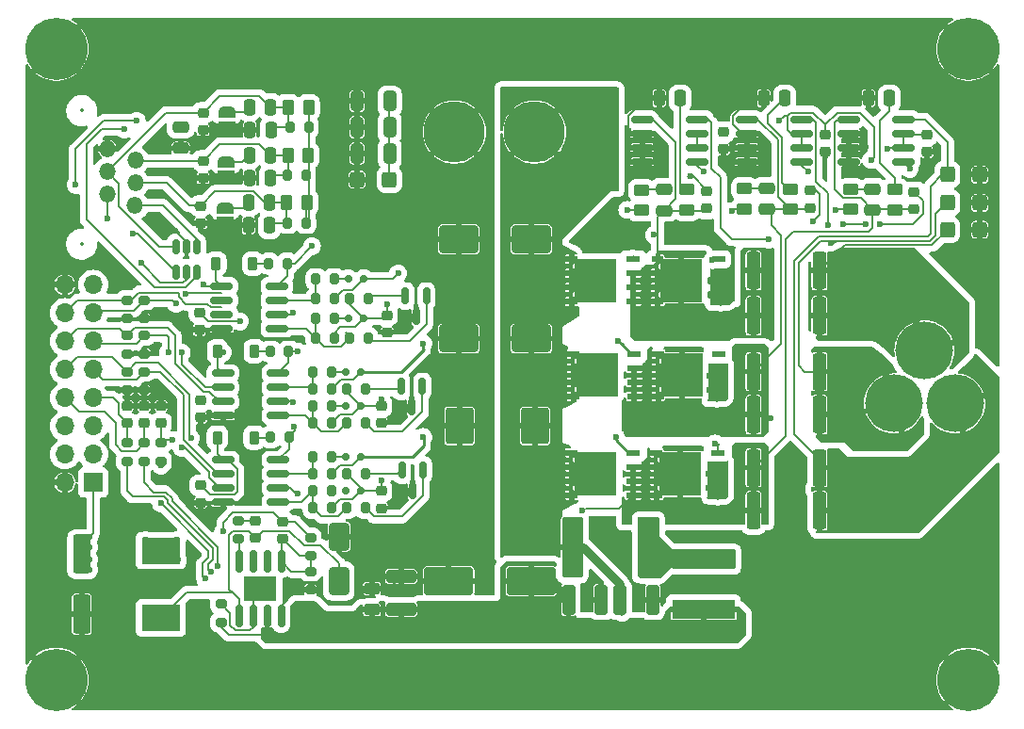
<source format=gbr>
%TF.GenerationSoftware,KiCad,Pcbnew,8.0.1*%
%TF.CreationDate,2024-09-08T16:38:14+01:00*%
%TF.ProjectId,BaselineRP2040MotorController,42617365-6c69-46e6-9552-50323034304d,rev?*%
%TF.SameCoordinates,Original*%
%TF.FileFunction,Copper,L1,Top*%
%TF.FilePolarity,Positive*%
%FSLAX46Y46*%
G04 Gerber Fmt 4.6, Leading zero omitted, Abs format (unit mm)*
G04 Created by KiCad (PCBNEW 8.0.1) date 2024-09-08 16:38:14*
%MOMM*%
%LPD*%
G01*
G04 APERTURE LIST*
G04 Aperture macros list*
%AMRoundRect*
0 Rectangle with rounded corners*
0 $1 Rounding radius*
0 $2 $3 $4 $5 $6 $7 $8 $9 X,Y pos of 4 corners*
0 Add a 4 corners polygon primitive as box body*
4,1,4,$2,$3,$4,$5,$6,$7,$8,$9,$2,$3,0*
0 Add four circle primitives for the rounded corners*
1,1,$1+$1,$2,$3*
1,1,$1+$1,$4,$5*
1,1,$1+$1,$6,$7*
1,1,$1+$1,$8,$9*
0 Add four rect primitives between the rounded corners*
20,1,$1+$1,$2,$3,$4,$5,0*
20,1,$1+$1,$4,$5,$6,$7,0*
20,1,$1+$1,$6,$7,$8,$9,0*
20,1,$1+$1,$8,$9,$2,$3,0*%
%AMFreePoly0*
4,1,19,0.500000,-0.750000,0.000000,-0.750000,0.000000,-0.744911,-0.071157,-0.744911,-0.207708,-0.704816,-0.327430,-0.627875,-0.420627,-0.520320,-0.479746,-0.390866,-0.500000,-0.250000,-0.500000,0.250000,-0.479746,0.390866,-0.420627,0.520320,-0.327430,0.627875,-0.207708,0.704816,-0.071157,0.744911,0.000000,0.744911,0.000000,0.750000,0.500000,0.750000,0.500000,-0.750000,0.500000,-0.750000,
$1*%
%AMFreePoly1*
4,1,19,0.000000,0.744911,0.071157,0.744911,0.207708,0.704816,0.327430,0.627875,0.420627,0.520320,0.479746,0.390866,0.500000,0.250000,0.500000,-0.250000,0.479746,-0.390866,0.420627,-0.520320,0.327430,-0.627875,0.207708,-0.704816,0.071157,-0.744911,0.000000,-0.744911,0.000000,-0.750000,-0.500000,-0.750000,-0.500000,0.750000,0.000000,0.750000,0.000000,0.744911,0.000000,0.744911,
$1*%
G04 Aperture macros list end*
%TA.AperFunction,SMDPad,CuDef*%
%ADD10RoundRect,0.200000X0.275000X-0.200000X0.275000X0.200000X-0.275000X0.200000X-0.275000X-0.200000X0*%
%TD*%
%TA.AperFunction,SMDPad,CuDef*%
%ADD11RoundRect,0.225000X0.250000X-0.225000X0.250000X0.225000X-0.250000X0.225000X-0.250000X-0.225000X0*%
%TD*%
%TA.AperFunction,SMDPad,CuDef*%
%ADD12RoundRect,0.250000X-0.362500X-1.425000X0.362500X-1.425000X0.362500X1.425000X-0.362500X1.425000X0*%
%TD*%
%TA.AperFunction,SMDPad,CuDef*%
%ADD13RoundRect,0.225000X0.225000X0.375000X-0.225000X0.375000X-0.225000X-0.375000X0.225000X-0.375000X0*%
%TD*%
%TA.AperFunction,SMDPad,CuDef*%
%ADD14RoundRect,0.250000X-0.400000X-0.450000X0.400000X-0.450000X0.400000X0.450000X-0.400000X0.450000X0*%
%TD*%
%TA.AperFunction,SMDPad,CuDef*%
%ADD15RoundRect,0.250000X0.262500X0.450000X-0.262500X0.450000X-0.262500X-0.450000X0.262500X-0.450000X0*%
%TD*%
%TA.AperFunction,SMDPad,CuDef*%
%ADD16RoundRect,0.250000X-0.712500X-2.475000X0.712500X-2.475000X0.712500X2.475000X-0.712500X2.475000X0*%
%TD*%
%TA.AperFunction,ComponentPad*%
%ADD17C,5.200000*%
%TD*%
%TA.AperFunction,SMDPad,CuDef*%
%ADD18RoundRect,0.250000X1.100000X-0.325000X1.100000X0.325000X-1.100000X0.325000X-1.100000X-0.325000X0*%
%TD*%
%TA.AperFunction,SMDPad,CuDef*%
%ADD19RoundRect,0.250000X-0.475000X0.250000X-0.475000X-0.250000X0.475000X-0.250000X0.475000X0.250000X0*%
%TD*%
%TA.AperFunction,SMDPad,CuDef*%
%ADD20RoundRect,0.250000X1.950000X1.000000X-1.950000X1.000000X-1.950000X-1.000000X1.950000X-1.000000X0*%
%TD*%
%TA.AperFunction,SMDPad,CuDef*%
%ADD21RoundRect,0.150000X0.150000X0.200000X-0.150000X0.200000X-0.150000X-0.200000X0.150000X-0.200000X0*%
%TD*%
%TA.AperFunction,SMDPad,CuDef*%
%ADD22RoundRect,0.225000X-0.250000X0.225000X-0.250000X-0.225000X0.250000X-0.225000X0.250000X0.225000X0*%
%TD*%
%TA.AperFunction,SMDPad,CuDef*%
%ADD23RoundRect,0.200000X0.200000X0.275000X-0.200000X0.275000X-0.200000X-0.275000X0.200000X-0.275000X0*%
%TD*%
%TA.AperFunction,SMDPad,CuDef*%
%ADD24RoundRect,0.150000X-0.825000X-0.150000X0.825000X-0.150000X0.825000X0.150000X-0.825000X0.150000X0*%
%TD*%
%TA.AperFunction,SMDPad,CuDef*%
%ADD25RoundRect,0.200000X-0.200000X-0.275000X0.200000X-0.275000X0.200000X0.275000X-0.200000X0.275000X0*%
%TD*%
%TA.AperFunction,SMDPad,CuDef*%
%ADD26RoundRect,0.250000X0.450000X-0.262500X0.450000X0.262500X-0.450000X0.262500X-0.450000X-0.262500X0*%
%TD*%
%TA.AperFunction,SMDPad,CuDef*%
%ADD27RoundRect,0.250000X-0.325000X-1.100000X0.325000X-1.100000X0.325000X1.100000X-0.325000X1.100000X0*%
%TD*%
%TA.AperFunction,ComponentPad*%
%ADD28C,5.500000*%
%TD*%
%TA.AperFunction,SMDPad,CuDef*%
%ADD29RoundRect,0.250000X-0.250000X-0.475000X0.250000X-0.475000X0.250000X0.475000X-0.250000X0.475000X0*%
%TD*%
%TA.AperFunction,SMDPad,CuDef*%
%ADD30RoundRect,0.150000X-0.150000X0.512500X-0.150000X-0.512500X0.150000X-0.512500X0.150000X0.512500X0*%
%TD*%
%TA.AperFunction,SMDPad,CuDef*%
%ADD31RoundRect,0.150000X-0.150000X0.587500X-0.150000X-0.587500X0.150000X-0.587500X0.150000X0.587500X0*%
%TD*%
%TA.AperFunction,SMDPad,CuDef*%
%ADD32R,3.500000X2.350000*%
%TD*%
%TA.AperFunction,SMDPad,CuDef*%
%ADD33RoundRect,0.250000X0.325000X0.650000X-0.325000X0.650000X-0.325000X-0.650000X0.325000X-0.650000X0*%
%TD*%
%TA.AperFunction,SMDPad,CuDef*%
%ADD34RoundRect,0.250000X1.500000X1.000000X-1.500000X1.000000X-1.500000X-1.000000X1.500000X-1.000000X0*%
%TD*%
%TA.AperFunction,SMDPad,CuDef*%
%ADD35RoundRect,0.250000X0.250000X0.475000X-0.250000X0.475000X-0.250000X-0.475000X0.250000X-0.475000X0*%
%TD*%
%TA.AperFunction,ComponentPad*%
%ADD36O,1.500000X1.500000*%
%TD*%
%TA.AperFunction,SMDPad,CuDef*%
%ADD37RoundRect,0.250000X-0.550000X1.500000X-0.550000X-1.500000X0.550000X-1.500000X0.550000X1.500000X0*%
%TD*%
%TA.AperFunction,SMDPad,CuDef*%
%ADD38R,1.270000X0.610000*%
%TD*%
%TA.AperFunction,SMDPad,CuDef*%
%ADD39R,3.810000X3.910000*%
%TD*%
%TA.AperFunction,SMDPad,CuDef*%
%ADD40R,1.020000X0.610000*%
%TD*%
%TA.AperFunction,SMDPad,CuDef*%
%ADD41RoundRect,0.200000X-0.275000X0.200000X-0.275000X-0.200000X0.275000X-0.200000X0.275000X0.200000X0*%
%TD*%
%TA.AperFunction,SMDPad,CuDef*%
%ADD42RoundRect,0.250000X0.475000X-0.250000X0.475000X0.250000X-0.475000X0.250000X-0.475000X-0.250000X0*%
%TD*%
%TA.AperFunction,ComponentPad*%
%ADD43C,3.600000*%
%TD*%
%TA.AperFunction,ConnectorPad*%
%ADD44C,5.600000*%
%TD*%
%TA.AperFunction,SMDPad,CuDef*%
%ADD45RoundRect,0.150000X0.150000X-0.825000X0.150000X0.825000X-0.150000X0.825000X-0.150000X-0.825000X0*%
%TD*%
%TA.AperFunction,HeatsinkPad*%
%ADD46C,0.500000*%
%TD*%
%TA.AperFunction,HeatsinkPad*%
%ADD47R,3.000000X2.290000*%
%TD*%
%TA.AperFunction,SMDPad,CuDef*%
%ADD48FreePoly0,90.000000*%
%TD*%
%TA.AperFunction,SMDPad,CuDef*%
%ADD49FreePoly1,90.000000*%
%TD*%
%TA.AperFunction,SMDPad,CuDef*%
%ADD50RoundRect,0.250000X-1.000000X1.400000X-1.000000X-1.400000X1.000000X-1.400000X1.000000X1.400000X0*%
%TD*%
%TA.AperFunction,ComponentPad*%
%ADD51R,1.700000X1.700000*%
%TD*%
%TA.AperFunction,ComponentPad*%
%ADD52O,1.700000X1.700000*%
%TD*%
%TA.AperFunction,SMDPad,CuDef*%
%ADD53R,5.700000X1.700000*%
%TD*%
%TA.AperFunction,SMDPad,CuDef*%
%ADD54RoundRect,0.250000X0.400000X0.450000X-0.400000X0.450000X-0.400000X-0.450000X0.400000X-0.450000X0*%
%TD*%
%TA.AperFunction,SMDPad,CuDef*%
%ADD55RoundRect,0.250000X-0.650000X1.000000X-0.650000X-1.000000X0.650000X-1.000000X0.650000X1.000000X0*%
%TD*%
%TA.AperFunction,ViaPad*%
%ADD56C,0.600000*%
%TD*%
%TA.AperFunction,Conductor*%
%ADD57C,0.200000*%
%TD*%
%TA.AperFunction,Conductor*%
%ADD58C,0.750000*%
%TD*%
%TA.AperFunction,Conductor*%
%ADD59C,0.275000*%
%TD*%
%ADD60C,0.300000*%
%ADD61C,0.350000*%
%ADD62C,0.200000*%
G04 APERTURE END LIST*
D10*
%TO.P,R5,1,1*%
%TO.N,Net-(R5-Pad1)*%
X160274002Y-83946000D03*
%TO.P,R5,2,2*%
%TO.N,/CurrentSense1*%
X160274000Y-82296002D03*
%TD*%
%TO.P,R11,1,1*%
%TO.N,GND*%
X160273997Y-71120000D03*
%TO.P,R11,2,2*%
%TO.N,/PWM L U*%
X160273995Y-69470002D03*
%TD*%
D11*
%TO.P,C43,1*%
%TO.N,GND*%
X167103518Y-54162611D03*
%TO.P,C43,2*%
%TO.N,/Encoder CS*%
X167103522Y-52612615D03*
%TD*%
D12*
%TO.P,R47,1,1*%
%TO.N,/BLDC Power Control/Motor Phase X/A_P*%
X216579000Y-84518000D03*
%TO.P,R47,2,2*%
%TO.N,/BLDC Power Control/Motor Phase X/A_N*%
X222504000Y-84518000D03*
%TD*%
D13*
%TO.P,D10,1,K*%
%TO.N,Net-(D10-K)*%
X171690744Y-81811391D03*
%TO.P,D10,2,A*%
%TO.N,+12V*%
X168390742Y-81811397D03*
%TD*%
D14*
%TO.P,D5,1,A1*%
%TO.N,/BLDC Power Control/Motor Phase U/A_N*%
X233993869Y-63132285D03*
%TO.P,D5,2,A2*%
%TO.N,GND*%
X236893869Y-63132285D03*
%TD*%
D15*
%TO.P,R55,1,1*%
%TO.N,+3V3*%
X176548516Y-56435611D03*
%TO.P,R55,2,2*%
%TO.N,/Encoder SCK*%
X174723520Y-56435613D03*
%TD*%
D16*
%TO.P,F1,1*%
%TO.N,VMOT_PWR*%
X200320501Y-91694001D03*
%TO.P,F1,2*%
%TO.N,Net-(F1-Pad2)*%
X207095499Y-91693999D03*
%TD*%
D17*
%TO.P,J3,1,Pin_1*%
%TO.N,/BLDC Power Control/Motor Phase U/A_N*%
X231948719Y-73978431D03*
%TO.P,J3,2,Pin_2*%
%TO.N,/BLDC Power Control/Motor Phase V/A_N*%
X229198719Y-78741569D03*
%TO.P,J3,3,Pin_3*%
%TO.N,/BLDC Power Control/Motor Phase X/A_N*%
X234696000Y-78740000D03*
%TD*%
D18*
%TO.P,C51,1*%
%TO.N,VMOT*%
X184912002Y-97233002D03*
%TO.P,C51,2*%
%TO.N,GND*%
X184911998Y-94282998D03*
%TD*%
D19*
%TO.P,C30,1*%
%TO.N,Net-(C30-Pad1)*%
X227300043Y-59475463D03*
%TO.P,C30,2*%
%TO.N,/BLDC Power Control/Motor Phase X/A_P*%
X227300043Y-61375463D03*
%TD*%
D20*
%TO.P,C49,1*%
%TO.N,VMOT*%
X196596000Y-94742000D03*
%TO.P,C49,2*%
%TO.N,GND*%
X189195998Y-94741996D03*
%TD*%
D21*
%TO.P,D11,1,K*%
%TO.N,Net-(D11-K)*%
X179894003Y-83566000D03*
%TO.P,D11,2,A*%
%TO.N,Net-(AH3-G)*%
X181294003Y-83566000D03*
%TD*%
D12*
%TO.P,R22,1,1*%
%TO.N,/BLDC Power Control/Motor Phase U/A_P*%
X216578997Y-70866000D03*
%TO.P,R22,2,2*%
%TO.N,/BLDC Power Control/Motor Phase U/A_N*%
X222503997Y-70866000D03*
%TD*%
D22*
%TO.P,C2,1*%
%TO.N,GND*%
X160273997Y-78955012D03*
%TO.P,C2,2*%
%TO.N,/CurrentSense1*%
X160274001Y-80505004D03*
%TD*%
D23*
%TO.P,R18,1,1*%
%TO.N,Net-(Q1-E)*%
X181926999Y-69341998D03*
%TO.P,R18,2,2*%
%TO.N,Net-(AL1-G)*%
X180277001Y-69342002D03*
%TD*%
D11*
%TO.P,C23,1*%
%TO.N,GND*%
X183133998Y-80530998D03*
%TO.P,C23,2*%
%TO.N,Net-(AL2-G)*%
X183134002Y-78981002D03*
%TD*%
D10*
%TO.P,R36,1,1*%
%TO.N,GND*%
X161797999Y-77532999D03*
%TO.P,R36,2,2*%
%TO.N,/PWM H X*%
X161797997Y-75883001D03*
%TD*%
D24*
%TO.P,U8,1,-*%
%TO.N,/BLDC Power Control/Motor Phase V/A_P*%
X215965001Y-53213000D03*
%TO.P,U8,2,GND*%
%TO.N,GND*%
X215964998Y-54482998D03*
%TO.P,U8,3,REF2*%
X215964999Y-55753001D03*
%TO.P,U8,4,GND*%
X215965001Y-57023000D03*
%TO.P,U8,5*%
%TO.N,Net-(R5-Pad1)*%
X220914999Y-57023000D03*
%TO.P,U8,6,V+*%
%TO.N,+3V3*%
X220915002Y-55753002D03*
%TO.P,U8,7,REF1*%
X220915001Y-54482999D03*
%TO.P,U8,8,+*%
%TO.N,/BLDC Power Control/Motor Phase V/A_N*%
X220914999Y-53213000D03*
%TD*%
D25*
%TO.P,R16,1,1*%
%TO.N,Net-(U5-HO)*%
X177229000Y-69342000D03*
%TO.P,R16,2,2*%
%TO.N,Net-(AH1-G)*%
X178879000Y-69342000D03*
%TD*%
D26*
%TO.P,R45,1*%
%TO.N,VMOT_PWR*%
X225334555Y-61310226D03*
%TO.P,R45,2*%
%TO.N,Net-(C30-Pad1)*%
X225334553Y-59485228D03*
%TD*%
%TO.P,R32,1*%
%TO.N,VMOT_PWR*%
X215764745Y-61262427D03*
%TO.P,R32,2*%
%TO.N,Net-(C24-Pad1)*%
X215764743Y-59437429D03*
%TD*%
D23*
%TO.P,R31,1,1*%
%TO.N,Net-(Q2-E)*%
X181673001Y-77469995D03*
%TO.P,R31,2,2*%
%TO.N,Net-(AL2-G)*%
X180022999Y-77470005D03*
%TD*%
D13*
%TO.P,D6,1,K*%
%TO.N,Net-(D6-K)*%
X171703997Y-74040997D03*
%TO.P,D6,2,A*%
%TO.N,+12V*%
X168403995Y-74041003D03*
%TD*%
D27*
%TO.P,C64,1*%
%TO.N,VMOT_PWR*%
X204586756Y-96373924D03*
%TO.P,C64,2*%
%TO.N,GND*%
X207536758Y-96373920D03*
%TD*%
D19*
%TO.P,C18,1*%
%TO.N,Net-(C18-Pad1)*%
X208534000Y-59503049D03*
%TO.P,C18,2*%
%TO.N,/BLDC Power Control/Motor Phase U/A_P*%
X208534000Y-61403049D03*
%TD*%
D28*
%TO.P,J4,1,Pin_1*%
%TO.N,GND*%
X189693999Y-54356000D03*
%TO.P,J4,2,Pin_2*%
%TO.N,VMOT_PWR*%
X196894001Y-54356000D03*
%TD*%
D15*
%TO.P,R53,1,1*%
%TO.N,+3V3*%
X176592996Y-52115998D03*
%TO.P,R53,2,2*%
%TO.N,/Encoder CS*%
X174768000Y-52116000D03*
%TD*%
D29*
%TO.P,C44,1*%
%TO.N,GND*%
X171324996Y-54147998D03*
%TO.P,C44,2*%
%TO.N,/Encoder CS*%
X173224996Y-54147998D03*
%TD*%
D25*
%TO.P,R25,1,1*%
%TO.N,Net-(D6-K)*%
X173150787Y-74062751D03*
%TO.P,R25,2,2*%
%TO.N,Net-(U7-VB)*%
X174800787Y-74062751D03*
%TD*%
D15*
%TO.P,R51,1,1*%
%TO.N,+3V3*%
X176454972Y-60709999D03*
%TO.P,R51,2,2*%
%TO.N,/Encoder RX*%
X174629976Y-60710001D03*
%TD*%
D10*
%TO.P,R37,1,1*%
%TO.N,GND*%
X160273998Y-77532999D03*
%TO.P,R37,2,2*%
%TO.N,/PWM L X*%
X160273996Y-75883001D03*
%TD*%
D12*
%TO.P,R21,1,1*%
%TO.N,/BLDC Power Control/Motor Phase U/A_P*%
X216579000Y-66802000D03*
%TO.P,R21,2,2*%
%TO.N,/BLDC Power Control/Motor Phase U/A_N*%
X222504000Y-66802000D03*
%TD*%
D25*
%TO.P,R26,1,1*%
%TO.N,Net-(U7-HO)*%
X176975000Y-75916000D03*
%TO.P,R26,2,2*%
%TO.N,Net-(D7-K)*%
X178625000Y-75916000D03*
%TD*%
D14*
%TO.P,D13,1,A1*%
%TO.N,/BLDC Power Control/Motor Phase X/A_N*%
X234008000Y-58166000D03*
%TO.P,D13,2,A2*%
%TO.N,GND*%
X236908000Y-58166000D03*
%TD*%
D11*
%TO.P,C26,1*%
%TO.N,/BLDC Power Control/Motor Phase V/A_P*%
X221650000Y-61159241D03*
%TO.P,C26,2*%
%TO.N,Net-(U7-VB)*%
X221650000Y-59609241D03*
%TD*%
D10*
%TO.P,R57,1*%
%TO.N,/Power Filtering/BS*%
X170274004Y-90914374D03*
%TO.P,R57,2*%
%TO.N,Net-(C55-Pad2)*%
X170273994Y-89264374D03*
%TD*%
D30*
%TO.P,U11,1,I/O1*%
%TO.N,/Hall Effect Encoders/TH_MOTOR1*%
X166557997Y-64648501D03*
%TO.P,U11,2,GND*%
%TO.N,GND*%
X165607997Y-64648501D03*
%TO.P,U11,3,I/O2*%
%TO.N,/Encoder CS*%
X164657997Y-64648499D03*
%TO.P,U11,4,I/O3*%
%TO.N,/Encoder RX*%
X164657997Y-66923499D03*
%TO.P,U11,5,VBUS*%
%TO.N,+3V3*%
X165607997Y-66923499D03*
%TO.P,U11,6,I/O4*%
%TO.N,/Encoder SCK*%
X166557997Y-66923501D03*
%TD*%
D31*
%TO.P,Q2,1,B*%
%TO.N,Net-(Q2-B)*%
X186812002Y-77216000D03*
%TO.P,Q2,2,E*%
%TO.N,Net-(Q2-E)*%
X184912000Y-77216000D03*
%TO.P,Q2,3,C*%
%TO.N,GND*%
X185862003Y-79090999D03*
%TD*%
D26*
%TO.P,R46,1*%
%TO.N,/BLDC Power Control/Motor Phase X/A_P*%
X229289212Y-61359399D03*
%TO.P,R46,2*%
%TO.N,Net-(C31-Pad1)*%
X229289210Y-59534401D03*
%TD*%
D32*
%TO.P,L1,1,1*%
%TO.N,/Power Filtering/SW*%
X163322000Y-98021000D03*
%TO.P,L1,2,2*%
%TO.N,+12V*%
X163322000Y-91971000D03*
%TD*%
D25*
%TO.P,R13,1,1*%
%TO.N,Net-(U5-HO)*%
X177228997Y-67564000D03*
%TO.P,R13,2,2*%
%TO.N,Net-(D3-K)*%
X178878997Y-67564000D03*
%TD*%
D29*
%TO.P,C47,1*%
%TO.N,GND*%
X171261997Y-58466000D03*
%TO.P,C47,2*%
%TO.N,/Encoder SCK*%
X173161997Y-58466000D03*
%TD*%
D33*
%TO.P,C35,1*%
%TO.N,VMOT_PWR*%
X183883237Y-53922110D03*
%TO.P,C35,2*%
%TO.N,GND*%
X180933235Y-53922114D03*
%TD*%
D34*
%TO.P,C37,1*%
%TO.N,VMOT_PWR*%
X196608785Y-72914679D03*
%TO.P,C37,2*%
%TO.N,GND*%
X190108781Y-72914683D03*
%TD*%
D35*
%TO.P,C31,1*%
%TO.N,Net-(C31-Pad1)*%
X228788000Y-51308000D03*
%TO.P,C31,2*%
%TO.N,GND*%
X226888000Y-51308000D03*
%TD*%
D36*
%TO.P,J2,1,Pin_1*%
%TO.N,/Hall Effect Encoders/TH_MOTOR1*%
X160995997Y-60967997D03*
%TO.P,J2,2,Pin_2*%
%TO.N,+3V3*%
X158495997Y-59947999D03*
%TO.P,J2,3,Pin_3*%
%TO.N,/Encoder RX*%
X161035997Y-58928000D03*
%TO.P,J2,4,Pin_4*%
%TO.N,/Encoder CS*%
X158495998Y-57907999D03*
%TO.P,J2,5,Pin_5*%
%TO.N,/Encoder SCK*%
X161035997Y-56887998D03*
%TO.P,J2,6,Pin_6*%
%TO.N,GND*%
X158495996Y-55867997D03*
%TD*%
D25*
%TO.P,R29,1,1*%
%TO.N,Net-(U7-HO)*%
X176975000Y-77470000D03*
%TO.P,R29,2,2*%
%TO.N,Net-(AH2-G)*%
X178625000Y-77470000D03*
%TD*%
%TO.P,R39,1,1*%
%TO.N,Net-(U9-HO)*%
X176975003Y-83566000D03*
%TO.P,R39,2,2*%
%TO.N,Net-(D11-K)*%
X178625003Y-83566000D03*
%TD*%
D37*
%TO.P,C60,1*%
%TO.N,+12V*%
X156209999Y-92296000D03*
%TO.P,C60,2*%
%TO.N,GND*%
X156209995Y-97696000D03*
%TD*%
D24*
%TO.P,U5,1,VCC*%
%TO.N,+12V*%
X168793450Y-68199000D03*
%TO.P,U5,2,HIN*%
%TO.N,/PWM H U*%
X168793449Y-69468999D03*
%TO.P,U5,3,~{LIN}*%
%TO.N,/PWM L U*%
X168793449Y-70739001D03*
%TO.P,U5,4,COM*%
%TO.N,GND*%
X168793451Y-72009000D03*
%TO.P,U5,5,LO*%
%TO.N,Net-(U5-LO)*%
X173743450Y-72009000D03*
%TO.P,U5,6,VS*%
%TO.N,/BLDC Power Control/Motor Phase U/A_P*%
X173743451Y-70739001D03*
%TO.P,U5,7,HO*%
%TO.N,Net-(U5-HO)*%
X173743451Y-69468999D03*
%TO.P,U5,8,VB*%
%TO.N,Net-(U5-VB)*%
X173743449Y-68199000D03*
%TD*%
D29*
%TO.P,C41,1*%
%TO.N,GND*%
X171178474Y-62742000D03*
%TO.P,C41,2*%
%TO.N,/Encoder RX*%
X173078474Y-62742000D03*
%TD*%
D11*
%TO.P,C55,1*%
%TO.N,/Power Filtering/SW*%
X171827381Y-90865683D03*
%TO.P,C55,2*%
%TO.N,Net-(C55-Pad2)*%
X171827381Y-89315683D03*
%TD*%
D10*
%TO.P,R4,1,1*%
%TO.N,Net-(R4-Pad1)*%
X161798000Y-83946000D03*
%TO.P,R4,2,2*%
%TO.N,/CurrentSense2*%
X161797990Y-82296000D03*
%TD*%
D14*
%TO.P,D9,1,A1*%
%TO.N,/BLDC Power Control/Motor Phase V/A_N*%
X234008000Y-60706000D03*
%TO.P,D9,2,A2*%
%TO.N,GND*%
X236908000Y-60706000D03*
%TD*%
D31*
%TO.P,Q1,1,B*%
%TO.N,Net-(Q1-B)*%
X187198000Y-69088000D03*
%TO.P,Q1,2,E*%
%TO.N,Net-(Q1-E)*%
X185297997Y-69088001D03*
%TO.P,Q1,3,C*%
%TO.N,GND*%
X186248000Y-70963000D03*
%TD*%
D25*
%TO.P,R15,1,1*%
%TO.N,Net-(U5-LO)*%
X180277000Y-72898000D03*
%TO.P,R15,2,2*%
%TO.N,Net-(Q1-B)*%
X181927000Y-72898000D03*
%TD*%
D27*
%TO.P,C65,1*%
%TO.N,VMOT*%
X199954603Y-96377211D03*
%TO.P,C65,2*%
%TO.N,GND*%
X202904603Y-96377211D03*
%TD*%
D38*
%TO.P,AL3,1,S*%
%TO.N,GND*%
X213360000Y-85724999D03*
X213360000Y-84454999D03*
X213359997Y-86995000D03*
%TO.P,AL3,2,G*%
%TO.N,Net-(AL3-G)*%
X213360001Y-83185000D03*
D39*
%TO.P,AL3,3,D*%
%TO.N,/BLDC Power Control/Motor Phase X/A_P*%
X209999999Y-85090000D03*
D40*
X207895000Y-83185001D03*
X207894998Y-84455003D03*
X207894997Y-86994999D03*
X207894996Y-85725001D03*
%TD*%
D41*
%TO.P,R56,1*%
%TO.N,Net-(R56-Pad1)*%
X168734090Y-96775263D03*
%TO.P,R56,2*%
%TO.N,VMOT*%
X168734096Y-98425261D03*
%TD*%
D24*
%TO.P,U6,1,-*%
%TO.N,/BLDC Power Control/Motor Phase U/A_P*%
X206567001Y-53213000D03*
%TO.P,U6,2,GND*%
%TO.N,GND*%
X206566998Y-54482998D03*
%TO.P,U6,3,REF2*%
X206566999Y-55753001D03*
%TO.P,U6,4,GND*%
X206567003Y-57022999D03*
%TO.P,U6,5*%
%TO.N,Net-(R4-Pad1)*%
X211516999Y-57023000D03*
%TO.P,U6,6,V+*%
%TO.N,+3V3*%
X211517002Y-55753002D03*
%TO.P,U6,7,REF1*%
X211517001Y-54482999D03*
%TO.P,U6,8,+*%
%TO.N,/BLDC Power Control/Motor Phase U/A_N*%
X211516997Y-53213001D03*
%TD*%
D25*
%TO.P,R42,1,1*%
%TO.N,Net-(U9-HO)*%
X176975003Y-85090000D03*
%TO.P,R42,2,2*%
%TO.N,Net-(AH3-G)*%
X178625003Y-85090000D03*
%TD*%
D42*
%TO.P,C48,1*%
%TO.N,GND*%
X165100000Y-55814000D03*
%TO.P,C48,2*%
%TO.N,+3V3*%
X165100000Y-53914000D03*
%TD*%
D22*
%TO.P,C3,1*%
%TO.N,GND*%
X163321995Y-78955012D03*
%TO.P,C3,2*%
%TO.N,/CurrentSense3*%
X163321999Y-80505004D03*
%TD*%
D38*
%TO.P,AL1,1,S*%
%TO.N,GND*%
X213432010Y-67055995D03*
X213432009Y-68325997D03*
X213432006Y-69595995D03*
%TO.P,AL1,2,G*%
%TO.N,Net-(AL1-G)*%
X213432011Y-65785996D03*
D39*
%TO.P,AL1,3,D*%
%TO.N,/BLDC Power Control/Motor Phase U/A_P*%
X210072007Y-67690995D03*
D40*
X207967006Y-68325992D03*
X207967005Y-67055994D03*
X207967005Y-65786000D03*
X207967004Y-69595990D03*
%TD*%
D38*
%TO.P,AL2,1,S*%
%TO.N,GND*%
X213490001Y-76834999D03*
X213490001Y-75564999D03*
X213489998Y-78105000D03*
%TO.P,AL2,2,G*%
%TO.N,Net-(AL2-G)*%
X213490002Y-74295000D03*
D39*
%TO.P,AL2,3,D*%
%TO.N,/BLDC Power Control/Motor Phase V/A_P*%
X210130000Y-76200000D03*
D40*
X208025001Y-74295001D03*
X208024999Y-75565003D03*
X208024998Y-78104999D03*
X208024997Y-76835001D03*
%TD*%
D11*
%TO.P,C20,1*%
%TO.N,/BLDC Power Control/Motor Phase U/A_P*%
X212343998Y-61226998D03*
%TO.P,C20,2*%
%TO.N,Net-(U5-VB)*%
X212344002Y-59677002D03*
%TD*%
D38*
%TO.P,AH2,1,S*%
%TO.N,/BLDC Power Control/Motor Phase V/A_P*%
X205870001Y-76834999D03*
X205870001Y-75564999D03*
X205869998Y-78105000D03*
%TO.P,AH2,2,G*%
%TO.N,Net-(AH2-G)*%
X205870002Y-74295000D03*
D39*
%TO.P,AH2,3,D*%
%TO.N,VMOT_PWR*%
X202510000Y-76200000D03*
D40*
X200405001Y-74295001D03*
X200404999Y-75565003D03*
X200404998Y-78104999D03*
X200404997Y-76835001D03*
%TD*%
D11*
%TO.P,C46,1*%
%TO.N,GND*%
X167103518Y-58480611D03*
%TO.P,C46,2*%
%TO.N,/Encoder SCK*%
X167103522Y-56930615D03*
%TD*%
D10*
%TO.P,R58,1*%
%TO.N,/Power Filtering/FB*%
X176769188Y-92442921D03*
%TO.P,R58,2*%
%TO.N,+12V*%
X176769178Y-90792919D03*
%TD*%
D29*
%TO.P,C39,1*%
%TO.N,Net-(JP1-B)*%
X171178474Y-60706000D03*
%TO.P,C39,2*%
%TO.N,/Encoder RX*%
X173078474Y-60706000D03*
%TD*%
D19*
%TO.P,C24,1*%
%TO.N,Net-(C24-Pad1)*%
X217736742Y-59399928D03*
%TO.P,C24,2*%
%TO.N,/BLDC Power Control/Motor Phase V/A_P*%
X217736742Y-61299928D03*
%TD*%
D26*
%TO.P,R19,1*%
%TO.N,VMOT_PWR*%
X206502001Y-61393858D03*
%TO.P,R19,2*%
%TO.N,Net-(C18-Pad1)*%
X206501999Y-59568860D03*
%TD*%
D43*
%TO.P,H2,1,1*%
%TO.N,GND*%
X235900000Y-103600000D03*
D44*
X235900000Y-103600000D03*
%TD*%
D25*
%TO.P,R12,1,1*%
%TO.N,Net-(D2-K)*%
X173024314Y-66175595D03*
%TO.P,R12,2,2*%
%TO.N,Net-(U5-VB)*%
X174674314Y-66175595D03*
%TD*%
%TO.P,R14,1,1*%
%TO.N,Net-(U5-LO)*%
X177229000Y-71120000D03*
%TO.P,R14,2,2*%
%TO.N,Net-(D4-K)*%
X178879000Y-71120000D03*
%TD*%
%TO.P,R17,1,1*%
%TO.N,Net-(U5-LO)*%
X177229000Y-72898000D03*
%TO.P,R17,2,2*%
%TO.N,Net-(AL1-G)*%
X178879000Y-72898000D03*
%TD*%
%TO.P,R38,1,1*%
%TO.N,Net-(D10-K)*%
X173164997Y-81788000D03*
%TO.P,R38,2,2*%
%TO.N,Net-(U9-VB)*%
X174814997Y-81788000D03*
%TD*%
D12*
%TO.P,R35,1,1*%
%TO.N,/BLDC Power Control/Motor Phase V/A_P*%
X216579000Y-79756000D03*
%TO.P,R35,2,2*%
%TO.N,/BLDC Power Control/Motor Phase V/A_N*%
X222504000Y-79756000D03*
%TD*%
D25*
%TO.P,R27,1,1*%
%TO.N,Net-(U7-LO)*%
X176975000Y-78994000D03*
%TO.P,R27,2,2*%
%TO.N,Net-(D8-K)*%
X178625000Y-78994000D03*
%TD*%
D22*
%TO.P,C33,1*%
%TO.N,+3V3*%
X213867998Y-54343002D03*
%TO.P,C33,2*%
%TO.N,GND*%
X213868002Y-55892998D03*
%TD*%
D45*
%TO.P,U13,1,SW*%
%TO.N,/Power Filtering/SW*%
X170322999Y-97866999D03*
%TO.P,U13,2,ILIM*%
%TO.N,Net-(R56-Pad1)*%
X171593001Y-97867001D03*
%TO.P,U13,3,VIN*%
%TO.N,VMOT*%
X172863007Y-97867004D03*
%TO.P,U13,4,GND*%
%TO.N,GND*%
X174133002Y-97866998D03*
%TO.P,U13,5,FB*%
%TO.N,/Power Filtering/FB*%
X174133003Y-92917003D03*
%TO.P,U13,6,EN*%
%TO.N,unconnected-(U13-EN-Pad6)*%
X172863001Y-92917001D03*
%TO.P,U13,7,POK*%
%TO.N,unconnected-(U13-POK-Pad7)*%
X171592995Y-92916998D03*
%TO.P,U13,8,BS*%
%TO.N,/Power Filtering/BS*%
X170323000Y-92917004D03*
D46*
%TO.P,U13,9,ILIM*%
%TO.N,Net-(R56-Pad1)*%
X172228000Y-96042003D03*
X171228000Y-96042002D03*
X173228000Y-96042001D03*
D47*
X172228001Y-95392001D03*
D46*
X171228002Y-94742001D03*
X173228002Y-94742000D03*
X172228002Y-94741999D03*
%TD*%
D11*
%TO.P,C17,1*%
%TO.N,GND*%
X183641998Y-72390000D03*
%TO.P,C17,2*%
%TO.N,Net-(AL1-G)*%
X183642002Y-70840004D03*
%TD*%
D10*
%TO.P,R23,1,1*%
%TO.N,GND*%
X161797997Y-74293998D03*
%TO.P,R23,2,2*%
%TO.N,/PWM H V*%
X161797995Y-72644000D03*
%TD*%
D12*
%TO.P,R34,1,1*%
%TO.N,/BLDC Power Control/Motor Phase V/A_P*%
X216579000Y-75882000D03*
%TO.P,R34,2,2*%
%TO.N,/BLDC Power Control/Motor Phase V/A_N*%
X222504000Y-75882000D03*
%TD*%
D26*
%TO.P,R20,1*%
%TO.N,/BLDC Power Control/Motor Phase U/A_P*%
X210566001Y-61364499D03*
%TO.P,R20,2*%
%TO.N,Net-(C19-Pad1)*%
X210565999Y-59539501D03*
%TD*%
D11*
%TO.P,C22,1*%
%TO.N,GND*%
X166877998Y-80022998D03*
%TO.P,C22,2*%
%TO.N,+12V*%
X166878002Y-78473002D03*
%TD*%
D35*
%TO.P,C25,1*%
%TO.N,Net-(C25-Pad1)*%
X219390000Y-51308000D03*
%TO.P,C25,2*%
%TO.N,GND*%
X217490000Y-51308000D03*
%TD*%
D33*
%TO.P,C38,1*%
%TO.N,VMOT_PWR*%
X183896000Y-51562000D03*
%TO.P,C38,2*%
%TO.N,GND*%
X180945998Y-51562004D03*
%TD*%
D10*
%TO.P,R6,1,1*%
%TO.N,Net-(R6-Pad1)*%
X163322001Y-83948447D03*
%TO.P,R6,2,2*%
%TO.N,/CurrentSense3*%
X163321999Y-82298449D03*
%TD*%
D21*
%TO.P,D3,1,K*%
%TO.N,Net-(D3-K)*%
X180148000Y-67564000D03*
%TO.P,D3,2,A*%
%TO.N,Net-(AH1-G)*%
X181548000Y-67564000D03*
%TD*%
D11*
%TO.P,C40,1*%
%TO.N,GND*%
X166877995Y-62544611D03*
%TO.P,C40,2*%
%TO.N,/Encoder RX*%
X166877999Y-60994615D03*
%TD*%
D35*
%TO.P,C45,1*%
%TO.N,/Encoder SCK*%
X173161997Y-56434000D03*
%TO.P,C45,2*%
%TO.N,Net-(JP3-B)*%
X171261997Y-56434000D03*
%TD*%
D21*
%TO.P,D7,1,K*%
%TO.N,Net-(D7-K)*%
X179894000Y-75946000D03*
%TO.P,D7,2,A*%
%TO.N,Net-(AH2-G)*%
X181294000Y-75946000D03*
%TD*%
D25*
%TO.P,R43,1,1*%
%TO.N,Net-(U9-LO)*%
X176975000Y-88138000D03*
%TO.P,R43,2,2*%
%TO.N,Net-(AL3-G)*%
X178625000Y-88138000D03*
%TD*%
D24*
%TO.P,U9,1,VCC*%
%TO.N,+12V*%
X168909997Y-83820000D03*
%TO.P,U9,2,HIN*%
%TO.N,/PWM H X*%
X168909997Y-85090000D03*
%TO.P,U9,3,~{LIN}*%
%TO.N,/PWM L X*%
X168909997Y-86360000D03*
%TO.P,U9,4,COM*%
%TO.N,GND*%
X168909997Y-87630000D03*
%TO.P,U9,5,LO*%
%TO.N,Net-(U9-LO)*%
X173859997Y-87630000D03*
%TO.P,U9,6,VS*%
%TO.N,/BLDC Power Control/Motor Phase X/A_P*%
X173859997Y-86360000D03*
%TO.P,U9,7,HO*%
%TO.N,Net-(U9-HO)*%
X173859997Y-85090000D03*
%TO.P,U9,8,VB*%
%TO.N,Net-(U9-VB)*%
X173859997Y-83820000D03*
%TD*%
D13*
%TO.P,D2,1,K*%
%TO.N,Net-(D2-K)*%
X171575998Y-66166997D03*
%TO.P,D2,2,A*%
%TO.N,+12V*%
X168275996Y-66167003D03*
%TD*%
D23*
%TO.P,R44,1,1*%
%TO.N,Net-(Q3-E)*%
X181673002Y-85089998D03*
%TO.P,R44,2,2*%
%TO.N,Net-(AL3-G)*%
X180023004Y-85090002D03*
%TD*%
D42*
%TO.P,C52,1*%
%TO.N,VMOT*%
X182271164Y-97279818D03*
%TO.P,C52,2*%
%TO.N,GND*%
X182271164Y-95379818D03*
%TD*%
D26*
%TO.P,R33,1*%
%TO.N,/BLDC Power Control/Motor Phase V/A_P*%
X219900001Y-61299954D03*
%TO.P,R33,2*%
%TO.N,Net-(C25-Pad1)*%
X219899999Y-59474956D03*
%TD*%
D43*
%TO.P,H3,1,1*%
%TO.N,GND*%
X153900000Y-46850000D03*
D44*
X153900000Y-46850000D03*
%TD*%
D48*
%TO.P,JP3,1,A*%
%TO.N,GND*%
X169163998Y-58354000D03*
D49*
%TO.P,JP3,2,B*%
%TO.N,Net-(JP3-B)*%
X169163996Y-57054000D03*
%TD*%
D34*
%TO.P,C36,1*%
%TO.N,VMOT_PWR*%
X196596000Y-64008000D03*
%TO.P,C36,2*%
%TO.N,GND*%
X190095996Y-64008004D03*
%TD*%
D35*
%TO.P,C42,1*%
%TO.N,/Encoder CS*%
X173158996Y-52115998D03*
%TO.P,C42,2*%
%TO.N,Net-(JP2-B)*%
X171258996Y-52115998D03*
%TD*%
D23*
%TO.P,R50,1,1*%
%TO.N,+3V3*%
X176367473Y-62530002D03*
%TO.P,R50,2,2*%
%TO.N,/Encoder RX*%
X174717475Y-62529998D03*
%TD*%
D11*
%TO.P,C28,1*%
%TO.N,GND*%
X166877998Y-87655996D03*
%TO.P,C28,2*%
%TO.N,+12V*%
X166878002Y-86106000D03*
%TD*%
D50*
%TO.P,D15,1,A1*%
%TO.N,VMOT_PWR*%
X196947999Y-80771998D03*
%TO.P,D15,2,A2*%
%TO.N,GND*%
X190148001Y-80772002D03*
%TD*%
D31*
%TO.P,Q3,1,B*%
%TO.N,Net-(Q3-B)*%
X186877999Y-84739001D03*
%TO.P,Q3,2,E*%
%TO.N,Net-(Q3-E)*%
X184977997Y-84739001D03*
%TO.P,Q3,3,C*%
%TO.N,GND*%
X185928000Y-86614000D03*
%TD*%
D48*
%TO.P,JP1,1,A*%
%TO.N,GND*%
X169095047Y-62488000D03*
D49*
%TO.P,JP1,2,B*%
%TO.N,Net-(JP1-B)*%
X169095045Y-61188000D03*
%TD*%
D38*
%TO.P,AH3,1,S*%
%TO.N,/BLDC Power Control/Motor Phase X/A_P*%
X205740000Y-85724999D03*
X205740000Y-84454999D03*
X205739997Y-86995000D03*
%TO.P,AH3,2,G*%
%TO.N,Net-(AH3-G)*%
X205740001Y-83185000D03*
D39*
%TO.P,AH3,3,D*%
%TO.N,VMOT_PWR*%
X202379999Y-85090000D03*
D40*
X200275000Y-83185001D03*
X200274998Y-84455003D03*
X200274997Y-86994999D03*
X200274996Y-85725001D03*
%TD*%
D38*
%TO.P,AH1,1,S*%
%TO.N,/BLDC Power Control/Motor Phase U/A_P*%
X205740004Y-67056000D03*
X205740003Y-68326002D03*
X205740000Y-69596000D03*
%TO.P,AH1,2,G*%
%TO.N,Net-(AH1-G)*%
X205740005Y-65786001D03*
D39*
%TO.P,AH1,3,D*%
%TO.N,VMOT_PWR*%
X202380001Y-67691000D03*
D40*
X200275000Y-68325997D03*
X200274999Y-67055999D03*
X200274999Y-65786005D03*
X200274998Y-69595995D03*
%TD*%
D24*
%TO.P,U7,1,VCC*%
%TO.N,+12V*%
X168893379Y-76037088D03*
%TO.P,U7,2,HIN*%
%TO.N,/PWM H V*%
X168893379Y-77307088D03*
%TO.P,U7,3,~{LIN}*%
%TO.N,/PWM L V*%
X168893379Y-78577088D03*
%TO.P,U7,4,COM*%
%TO.N,GND*%
X168893379Y-79847088D03*
%TO.P,U7,5,LO*%
%TO.N,Net-(U7-LO)*%
X173843379Y-79847088D03*
%TO.P,U7,6,VS*%
%TO.N,/BLDC Power Control/Motor Phase V/A_P*%
X173843379Y-78577088D03*
%TO.P,U7,7,HO*%
%TO.N,Net-(U7-HO)*%
X173843379Y-77307088D03*
%TO.P,U7,8,VB*%
%TO.N,Net-(U7-VB)*%
X173843379Y-76037088D03*
%TD*%
D51*
%TO.P,J5,1,Pin_1*%
%TO.N,+12V*%
X157225998Y-85851999D03*
D52*
%TO.P,J5,2,Pin_2*%
%TO.N,GND*%
X154685998Y-85851999D03*
%TO.P,J5,3,Pin_3*%
%TO.N,/Encoder CS*%
X157225998Y-83311999D03*
%TO.P,J5,4,Pin_4*%
%TO.N,/Encoder SCK*%
X154686000Y-83312000D03*
%TO.P,J5,5,Pin_5*%
%TO.N,/CurrentSense3*%
X157225995Y-80772000D03*
%TO.P,J5,6,Pin_6*%
%TO.N,/Encoder RX*%
X154685999Y-80772001D03*
%TO.P,J5,7,Pin_7*%
%TO.N,/CurrentSense1*%
X157225998Y-78231999D03*
%TO.P,J5,8,Pin_8*%
%TO.N,/CurrentSense2*%
X154685997Y-78232000D03*
%TO.P,J5,9,Pin_9*%
%TO.N,/PWM H X*%
X157225999Y-75691999D03*
%TO.P,J5,10,Pin_10*%
%TO.N,/PWM L X*%
X154685996Y-75691999D03*
%TO.P,J5,11,Pin_11*%
%TO.N,/PWM H V*%
X157225996Y-73152000D03*
%TO.P,J5,12,Pin_12*%
%TO.N,/PWM L V*%
X154685998Y-73151999D03*
%TO.P,J5,13,Pin_13*%
%TO.N,/PWM H U*%
X157225998Y-70611999D03*
%TO.P,J5,14,Pin_14*%
%TO.N,/PWM L U*%
X154685997Y-70611997D03*
%TO.P,J5,15,Pin_15*%
%TO.N,+3V3*%
X157225995Y-68071997D03*
%TO.P,J5,16,Pin_16*%
%TO.N,GND*%
X154685997Y-68072000D03*
%TD*%
D11*
%TO.P,C29,1*%
%TO.N,GND*%
X183133999Y-88165495D03*
%TO.P,C29,2*%
%TO.N,Net-(AL3-G)*%
X183133999Y-86615495D03*
%TD*%
D22*
%TO.P,C57,1*%
%TO.N,+12V*%
X174243998Y-89395004D03*
%TO.P,C57,2*%
%TO.N,/Power Filtering/FB*%
X174244002Y-90944996D03*
%TD*%
D53*
%TO.P,L3,1,1*%
%TO.N,Net-(F1-Pad2)*%
X212090000Y-92746001D03*
%TO.P,L3,2,2*%
%TO.N,VMOT*%
X212090000Y-97245999D03*
%TD*%
D21*
%TO.P,D8,1,K*%
%TO.N,Net-(D8-K)*%
X179894000Y-78964000D03*
%TO.P,D8,2,A*%
%TO.N,Net-(AL2-G)*%
X181294000Y-78964000D03*
%TD*%
D33*
%TO.P,C34,1*%
%TO.N,VMOT_PWR*%
X183883238Y-56259056D03*
%TO.P,C34,2*%
%TO.N,GND*%
X180933236Y-56259060D03*
%TD*%
D21*
%TO.P,D4,1,K*%
%TO.N,Net-(D4-K)*%
X180148000Y-71120000D03*
%TO.P,D4,2,A*%
%TO.N,Net-(AL1-G)*%
X181548000Y-71120000D03*
%TD*%
D12*
%TO.P,R48,1,1*%
%TO.N,/BLDC Power Control/Motor Phase X/A_P*%
X216579000Y-88392000D03*
%TO.P,R48,2,2*%
%TO.N,/BLDC Power Control/Motor Phase X/A_N*%
X222504000Y-88392000D03*
%TD*%
D22*
%TO.P,C21,1*%
%TO.N,+3V3*%
X232155998Y-54597002D03*
%TO.P,C21,2*%
%TO.N,GND*%
X232156002Y-56146998D03*
%TD*%
D10*
%TO.P,R10,1,1*%
%TO.N,GND*%
X161797998Y-71124474D03*
%TO.P,R10,2,2*%
%TO.N,/PWM H U*%
X161797996Y-69474476D03*
%TD*%
D11*
%TO.P,C16,1*%
%TO.N,GND*%
X166769144Y-72137834D03*
%TO.P,C16,2*%
%TO.N,+12V*%
X166769140Y-70587836D03*
%TD*%
D25*
%TO.P,R41,1,1*%
%TO.N,Net-(U9-LO)*%
X180023003Y-88138000D03*
%TO.P,R41,2,2*%
%TO.N,Net-(Q3-B)*%
X181673003Y-88138000D03*
%TD*%
D21*
%TO.P,D12,1,K*%
%TO.N,Net-(D12-K)*%
X179894000Y-86614000D03*
%TO.P,D12,2,A*%
%TO.N,Net-(AL3-G)*%
X181294000Y-86614000D03*
%TD*%
D25*
%TO.P,R30,1,1*%
%TO.N,Net-(U7-LO)*%
X176975000Y-80518000D03*
%TO.P,R30,2,2*%
%TO.N,Net-(AL2-G)*%
X178625000Y-80518000D03*
%TD*%
D24*
%TO.P,U10,1,-*%
%TO.N,/BLDC Power Control/Motor Phase X/A_P*%
X225109001Y-53213000D03*
%TO.P,U10,2,GND*%
%TO.N,GND*%
X225108998Y-54482998D03*
%TO.P,U10,3,REF2*%
X225108999Y-55753001D03*
%TO.P,U10,4,GND*%
X225109003Y-57022999D03*
%TO.P,U10,5*%
%TO.N,Net-(R6-Pad1)*%
X230058999Y-57023000D03*
%TO.P,U10,6,V+*%
%TO.N,+3V3*%
X230059002Y-55753002D03*
%TO.P,U10,7,REF1*%
X230059001Y-54482999D03*
%TO.P,U10,8,+*%
%TO.N,/BLDC Power Control/Motor Phase X/A_N*%
X230058997Y-53213001D03*
%TD*%
D11*
%TO.P,C32,1*%
%TO.N,/BLDC Power Control/Motor Phase X/A_P*%
X231019566Y-61282073D03*
%TO.P,C32,2*%
%TO.N,Net-(U9-VB)*%
X231019570Y-59732077D03*
%TD*%
D10*
%TO.P,R59,1*%
%TO.N,GND*%
X176769188Y-95490921D03*
%TO.P,R59,2*%
%TO.N,/Power Filtering/FB*%
X176769178Y-93840919D03*
%TD*%
D22*
%TO.P,C27,1*%
%TO.N,+3V3*%
X223011998Y-54597002D03*
%TO.P,C27,2*%
%TO.N,GND*%
X223012002Y-56146998D03*
%TD*%
D43*
%TO.P,H4,1,1*%
%TO.N,GND*%
X235900000Y-46850000D03*
D44*
X235900000Y-46850000D03*
%TD*%
D23*
%TO.P,R54,1,1*%
%TO.N,+3V3*%
X176338996Y-58212002D03*
%TO.P,R54,2,2*%
%TO.N,/Encoder SCK*%
X174688998Y-58211998D03*
%TD*%
D48*
%TO.P,JP2,1,A*%
%TO.N,GND*%
X169226996Y-53893998D03*
D49*
%TO.P,JP2,2,B*%
%TO.N,Net-(JP2-B)*%
X169226994Y-52593998D03*
%TD*%
D43*
%TO.P,H1,1,1*%
%TO.N,GND*%
X153900000Y-103600000D03*
D44*
X153900000Y-103600000D03*
%TD*%
D22*
%TO.P,C1,1*%
%TO.N,GND*%
X161797997Y-78968008D03*
%TO.P,C1,2*%
%TO.N,/CurrentSense2*%
X161798001Y-80518000D03*
%TD*%
D35*
%TO.P,C19,1*%
%TO.N,Net-(C19-Pad1)*%
X209992000Y-51308000D03*
%TO.P,C19,2*%
%TO.N,GND*%
X208092000Y-51308000D03*
%TD*%
D25*
%TO.P,R40,1,1*%
%TO.N,Net-(U9-LO)*%
X176975000Y-86614000D03*
%TO.P,R40,2,2*%
%TO.N,Net-(D12-K)*%
X178625000Y-86614000D03*
%TD*%
D10*
%TO.P,R24,1,1*%
%TO.N,GND*%
X160273997Y-74293998D03*
%TO.P,R24,2,2*%
%TO.N,/PWM L V*%
X160273995Y-72644000D03*
%TD*%
D54*
%TO.P,D14,1,A1*%
%TO.N,VMOT_PWR*%
X183862234Y-58618678D03*
%TO.P,D14,2,A2*%
%TO.N,GND*%
X180962234Y-58618678D03*
%TD*%
D23*
%TO.P,R52,1,1*%
%TO.N,+3V3*%
X176592996Y-53893998D03*
%TO.P,R52,2,2*%
%TO.N,/Encoder CS*%
X174942998Y-53894002D03*
%TD*%
D55*
%TO.P,D16,1,K*%
%TO.N,GND*%
X179324000Y-90709995D03*
%TO.P,D16,2,A*%
%TO.N,/Power Filtering/SW*%
X179324000Y-94710005D03*
%TD*%
D25*
%TO.P,R28,1,1*%
%TO.N,Net-(U7-LO)*%
X180023000Y-80518000D03*
%TO.P,R28,2,2*%
%TO.N,Net-(Q2-B)*%
X181673000Y-80518000D03*
%TD*%
D56*
%TO.N,+3V3*%
X158496000Y-62128400D03*
X228650000Y-55850000D03*
X210921600Y-54508400D03*
X227150000Y-56850000D03*
X161544000Y-66141600D03*
X176592996Y-52115998D03*
X218900000Y-53350000D03*
X161150000Y-53350000D03*
X155650000Y-59100000D03*
X165150000Y-53850000D03*
X213867998Y-54343002D03*
%TO.N,GND*%
X189650000Y-67350000D03*
X191150000Y-83850000D03*
X191150000Y-77100000D03*
X189650000Y-77100000D03*
X192650000Y-85350000D03*
X191150000Y-83100000D03*
X192150000Y-62100000D03*
X192650000Y-76350000D03*
X189650000Y-65850000D03*
X192650000Y-74850000D03*
X189650000Y-84600000D03*
X212547200Y-85090000D03*
X191150000Y-68100000D03*
X190150000Y-58600000D03*
X191150000Y-67350000D03*
X235051600Y-56134000D03*
X213715600Y-77546200D03*
X188650000Y-58600000D03*
X188150000Y-74850000D03*
X187150000Y-58600000D03*
X188150000Y-68100000D03*
X213639400Y-68935600D03*
X192650000Y-77100000D03*
X189650000Y-83850000D03*
X191150000Y-75600000D03*
X192650000Y-68100000D03*
X216103200Y-91287600D03*
X192650000Y-83850000D03*
X191150000Y-66600000D03*
X191150000Y-76350000D03*
X188150000Y-75600000D03*
X192650000Y-84600000D03*
X164592000Y-63195200D03*
X189650000Y-83100000D03*
X191650000Y-58600000D03*
X213639400Y-67665600D03*
X170400000Y-58850000D03*
X189650000Y-74850000D03*
X225150000Y-51600000D03*
X188150000Y-83850000D03*
X188150000Y-84600000D03*
X188150000Y-77100000D03*
X189650000Y-66600000D03*
X185921000Y-86621000D03*
X226400000Y-54350000D03*
X191150000Y-84600000D03*
X188150000Y-66600000D03*
X188150000Y-85350000D03*
X192650000Y-65850000D03*
X191150000Y-65850000D03*
X190650000Y-62100000D03*
X192650000Y-83100000D03*
X191150000Y-74850000D03*
X212572600Y-76276200D03*
X213360000Y-85090000D03*
X189650000Y-75600000D03*
X213639400Y-76250800D03*
X189650000Y-76350000D03*
X212496400Y-86360000D03*
X212826600Y-67665600D03*
X189150000Y-62100000D03*
X212598000Y-77571600D03*
X226669600Y-55727600D03*
X188150000Y-65850000D03*
X188150000Y-86600000D03*
X231546400Y-51612800D03*
X191150000Y-85350000D03*
X233121200Y-56134000D03*
X170150000Y-54600000D03*
X162900000Y-73600000D03*
X211650000Y-51600000D03*
X162864800Y-77520800D03*
X192650000Y-67350000D03*
X223008413Y-56536571D03*
X192650000Y-66600000D03*
X213360000Y-86360000D03*
X170150000Y-63350000D03*
X210820000Y-90728800D03*
X212775800Y-68935600D03*
X188150000Y-83100000D03*
X189650000Y-85350000D03*
X207900000Y-55600000D03*
X188150000Y-67350000D03*
X192650000Y-75600000D03*
X187650000Y-62100000D03*
X188150000Y-76350000D03*
X189650000Y-68100000D03*
%TO.N,/CurrentSense3*%
X164337997Y-82042000D03*
%TO.N,/PWM H U*%
X164675731Y-69766264D03*
X165524262Y-68917735D03*
%TO.N,/PWM H V*%
X165191997Y-74168000D03*
X163991997Y-74168000D03*
%TO.N,/Encoder RX*%
X160781997Y-63500000D03*
%TO.N,+12V*%
X170434000Y-71374000D03*
X168910000Y-90271600D03*
X168910000Y-74168000D03*
X164744400Y-91033600D03*
X156870400Y-90779600D03*
X167132000Y-78486000D03*
X168390742Y-81811397D03*
X168909997Y-83820000D03*
X167132000Y-68072000D03*
X164846000Y-92811600D03*
X156870400Y-93726000D03*
X161950400Y-91033600D03*
X156870400Y-91694000D03*
X161899600Y-92811600D03*
X156870400Y-92760800D03*
%TO.N,/BLDC Power Control/Motor Phase U/A_P*%
X207650000Y-63600000D03*
X175150000Y-70600000D03*
%TO.N,Net-(U5-VB)*%
X210900000Y-58350000D03*
X176900000Y-64600000D03*
%TO.N,/BLDC Power Control/Motor Phase V/A_P*%
X175150000Y-78600000D03*
X218150000Y-80100000D03*
%TO.N,Net-(U7-VB)*%
X221900000Y-62350000D03*
X175612751Y-74062751D03*
%TO.N,/BLDC Power Control/Motor Phase X/A_P*%
X175650000Y-86850000D03*
X201150000Y-88350000D03*
%TO.N,Net-(U9-VB)*%
X175300000Y-80850000D03*
X224650000Y-62600000D03*
X226698000Y-62600000D03*
X227900000Y-62600000D03*
%TO.N,VMOT*%
X175768000Y-96926400D03*
X175768000Y-97891600D03*
X175768000Y-99110800D03*
X172872400Y-98552000D03*
X172872400Y-97180400D03*
%TO.N,/BLDC Power Control/Motor Phase U/A_N*%
X217932000Y-64008000D03*
X224536000Y-65278000D03*
%TO.N,/BLDC Power Control/Motor Phase V/A_N*%
X223520000Y-64316000D03*
X223266000Y-62716000D03*
%TO.N,/Encoder SCK*%
X160019997Y-54102000D03*
%TO.N,Net-(AH1-G)*%
X205740005Y-65786001D03*
X184650000Y-67064000D03*
%TO.N,Net-(AH2-G)*%
X186900000Y-73350000D03*
X204400000Y-73100000D03*
%TO.N,Net-(AH3-G)*%
X204216000Y-81750000D03*
X186900000Y-81750000D03*
%TO.N,Net-(AL1-G)*%
X212900000Y-65850000D03*
X183642002Y-69857998D03*
%TO.N,Net-(AL2-G)*%
X213490002Y-74295000D03*
X183150000Y-78350000D03*
%TO.N,Net-(AL3-G)*%
X213150000Y-82350000D03*
X183150000Y-85689998D03*
%TO.N,/PWM L X*%
X165183732Y-82720265D03*
X166032262Y-81871735D03*
%TO.N,Net-(R4-Pad1)*%
X168426940Y-93378668D03*
X212090000Y-57912000D03*
%TO.N,Net-(R5-Pad1)*%
X167799758Y-93875303D03*
X221488000Y-57912000D03*
%TO.N,Net-(R6-Pad1)*%
X163322000Y-84328000D03*
X230632000Y-57658000D03*
X163322000Y-87722000D03*
X167300000Y-94500000D03*
%TO.N,VMOT_PWR*%
X214630000Y-61468000D03*
X205232000Y-61350146D03*
X195900000Y-58600000D03*
X194900000Y-58600000D03*
X223993963Y-61350146D03*
X201930000Y-60960000D03*
X183896000Y-51562000D03*
%TD*%
D57*
%TO.N,GND*%
X162900000Y-73600000D02*
X162206002Y-74293998D01*
X162206002Y-74293998D02*
X161797997Y-74293998D01*
%TO.N,/PWM L X*%
X161056997Y-75100000D02*
X160273996Y-75883001D01*
X163041683Y-75100000D02*
X161056997Y-75100000D01*
X165861997Y-81701470D02*
X165861997Y-77920314D01*
X165861997Y-77920314D02*
X163041683Y-75100000D01*
X166032262Y-81871735D02*
X165861997Y-81701470D01*
%TO.N,Net-(R4-Pad1)*%
X162668000Y-86722000D02*
X161798000Y-85852000D01*
X163736214Y-86722000D02*
X162668000Y-86722000D01*
X164322000Y-87307785D02*
X163736214Y-86722000D01*
X168402000Y-93353728D02*
X168402000Y-91636314D01*
X168426940Y-93378668D02*
X168402000Y-93353728D01*
X161798000Y-85852000D02*
X161798000Y-83946000D01*
X168402000Y-91636314D02*
X164322000Y-87556314D01*
X164322000Y-87556314D02*
X164322000Y-87307785D01*
%TO.N,Net-(R5-Pad1)*%
X160274002Y-85090000D02*
X160274002Y-83946000D01*
X160274000Y-85090000D02*
X160274002Y-85090000D01*
X160274000Y-86614000D02*
X160274000Y-85090000D01*
X160782000Y-87122000D02*
X160274000Y-86614000D01*
X163922000Y-87473471D02*
X163570529Y-87122000D01*
X163922000Y-87722000D02*
X163922000Y-87473471D01*
X167600000Y-93165686D02*
X167993461Y-92772224D01*
X167993461Y-91793461D02*
X163922000Y-87722000D01*
X167600000Y-93675545D02*
X167600000Y-93165686D01*
X167993461Y-92772224D02*
X167993461Y-91793461D01*
X163570529Y-87122000D02*
X160782000Y-87122000D01*
X167799758Y-93875303D02*
X167600000Y-93675545D01*
%TO.N,Net-(R6-Pad1)*%
X167100000Y-93100000D02*
X167593461Y-92606539D01*
X167100000Y-94300000D02*
X167100000Y-93100000D01*
X167300000Y-94500000D02*
X167100000Y-94300000D01*
X167593461Y-92606539D02*
X167593461Y-91993461D01*
X167593461Y-91993461D02*
X163322000Y-87722000D01*
%TO.N,/BLDC Power Control/Motor Phase V/A_N*%
X222189999Y-53513001D02*
X221889998Y-53213000D01*
X221889998Y-53213000D02*
X220914999Y-53213000D01*
X222189999Y-58789999D02*
X222189999Y-53513001D01*
X223266000Y-62716000D02*
X223266000Y-59866000D01*
X223266000Y-59866000D02*
X222189999Y-58789999D01*
%TO.N,Net-(U7-VB)*%
X222171539Y-59609241D02*
X222500000Y-59937702D01*
X222500000Y-59937702D02*
X222500000Y-61750000D01*
X222500000Y-61750000D02*
X221900000Y-62350000D01*
X221513529Y-59609241D02*
X222171539Y-59609241D01*
%TO.N,+3V3*%
X155650000Y-55874314D02*
X158174314Y-53350000D01*
X219912447Y-52600000D02*
X221917551Y-52600000D01*
X155650000Y-59100000D02*
X155650000Y-55874314D01*
X158495997Y-62128397D02*
X158495997Y-59947999D01*
X158496000Y-62128400D02*
X158495997Y-62128397D01*
X226124553Y-52613000D02*
X227400000Y-53888447D01*
X230059002Y-55753002D02*
X228746998Y-55753002D01*
X176367473Y-60797498D02*
X176454972Y-60709999D01*
X218900000Y-53350000D02*
X219377552Y-52872448D01*
X163288399Y-67885999D02*
X161544000Y-66141600D01*
X228746998Y-55753002D02*
X228650000Y-55850000D01*
X176592996Y-52115998D02*
X176592996Y-62304479D01*
X210947001Y-54482999D02*
X210921600Y-54508400D01*
X227400000Y-56600000D02*
X227150000Y-56850000D01*
X220915001Y-54482999D02*
X220915002Y-55753002D01*
X165607997Y-67585998D02*
X165307996Y-67885999D01*
X224093449Y-52613000D02*
X226124553Y-52613000D01*
X223011998Y-53694451D02*
X224093449Y-52613000D01*
X165100000Y-53900000D02*
X165150000Y-53850000D01*
X158174314Y-53350000D02*
X161150000Y-53350000D01*
X223011998Y-53694447D02*
X223011998Y-54597002D01*
X223011998Y-54597002D02*
X223011998Y-53694451D01*
X221917551Y-52600000D02*
X223011998Y-53694447D01*
X176592996Y-62304479D02*
X176367473Y-62530002D01*
X211517001Y-54482999D02*
X211517002Y-55753002D01*
X219940002Y-54482999D02*
X219639999Y-54182996D01*
X165607997Y-66923499D02*
X165607997Y-67585998D01*
X230173004Y-54597002D02*
X230059001Y-54482999D01*
X165307996Y-67885999D02*
X163288399Y-67885999D01*
X220915001Y-54482999D02*
X219940002Y-54482999D01*
X211517001Y-54482999D02*
X210947001Y-54482999D01*
X176367473Y-62530002D02*
X176367473Y-60797498D01*
X230059001Y-54482999D02*
X230059002Y-55753002D01*
X219377552Y-52872448D02*
X219639999Y-52872448D01*
X165100000Y-53914000D02*
X165100000Y-53900000D01*
X219639999Y-52872448D02*
X219912447Y-52600000D01*
X227400000Y-53888447D02*
X227400000Y-56600000D01*
X219639999Y-54182996D02*
X219639999Y-52872448D01*
X232155998Y-54597002D02*
X230173004Y-54597002D01*
%TO.N,GND*%
X205292001Y-54183000D02*
X205292001Y-52872448D01*
X213360000Y-86994997D02*
X213359997Y-86995000D01*
X232156002Y-56146998D02*
X233108202Y-56146998D01*
X183641998Y-72390000D02*
X184821000Y-72390000D01*
X169349047Y-62742000D02*
X169095047Y-62488000D01*
X180400000Y-96850000D02*
X181870182Y-95379818D01*
X206566998Y-54482998D02*
X205591999Y-54482998D01*
X171261997Y-58466000D02*
X170784000Y-58466000D01*
X183815178Y-95379818D02*
X184911998Y-94282998D01*
X162852601Y-77532999D02*
X162864800Y-77520800D01*
X182271164Y-95379818D02*
X183815178Y-95379818D01*
X160273998Y-77532999D02*
X160273997Y-78955012D01*
X214690001Y-52872448D02*
X214690001Y-53640001D01*
X213639400Y-68300599D02*
X213639400Y-68935600D01*
X213309200Y-77139800D02*
X213715600Y-77546200D01*
X213639400Y-68935600D02*
X213639400Y-69570597D01*
X184376505Y-88165495D02*
X183133999Y-88165495D01*
X226644199Y-55753001D02*
X226669600Y-55727600D01*
X213715600Y-77546200D02*
X213715600Y-77800197D01*
X213715600Y-77800197D02*
X213309197Y-78206600D01*
X213639397Y-69570600D02*
X213639397Y-69900797D01*
X163308999Y-78968008D02*
X163321995Y-78955012D01*
X215532998Y-54482998D02*
X215964998Y-54482998D01*
X161797997Y-78968008D02*
X163308999Y-78968008D01*
X213360000Y-86360000D02*
X213360000Y-86994997D01*
X171178474Y-62742000D02*
X169349047Y-62742000D01*
X171178474Y-62742000D02*
X167075384Y-62742000D01*
X171324996Y-54147998D02*
X167118131Y-54147998D01*
X176769188Y-95490921D02*
X177040921Y-95490921D01*
X217490000Y-51308000D02*
X216254449Y-51308000D01*
X214690001Y-53640001D02*
X215532998Y-54482998D01*
X213360000Y-85724999D02*
X213360000Y-86360000D01*
X226267002Y-54482998D02*
X226400000Y-54350000D01*
X175534080Y-95490921D02*
X176769188Y-95490921D01*
X170016000Y-58466000D02*
X167118129Y-58466000D01*
X174133002Y-96891999D02*
X175534080Y-95490921D01*
X167118129Y-58466000D02*
X167103518Y-58480611D01*
X165607997Y-64648501D02*
X165607997Y-64211197D01*
X167075384Y-62742000D02*
X166877995Y-62544611D01*
X184422004Y-80530998D02*
X185862003Y-79090999D01*
X233108202Y-56146998D02*
X233121200Y-56134000D01*
X167118131Y-54147998D02*
X167103518Y-54162611D01*
X216254449Y-51308000D02*
X214690001Y-52872448D01*
X181870182Y-95379818D02*
X182271164Y-95379818D01*
X206567003Y-54483003D02*
X206566998Y-54482998D01*
X225108998Y-54482998D02*
X226267002Y-54482998D01*
X160273998Y-77532999D02*
X161797999Y-77532999D01*
X171178474Y-62742000D02*
X171978474Y-61942000D01*
X213309200Y-76936599D02*
X213309200Y-77139800D01*
X185928000Y-86614000D02*
X185921000Y-86621000D01*
X184821000Y-72390000D02*
X186248000Y-70963000D01*
X206856449Y-51308000D02*
X208092000Y-51308000D01*
X225109003Y-57022999D02*
X225109003Y-55753005D01*
X178400000Y-96850000D02*
X180400000Y-96850000D01*
X177040921Y-95490921D02*
X178400000Y-96850000D01*
X213309197Y-78206600D02*
X213309197Y-78536797D01*
X170784000Y-58466000D02*
X170400000Y-58850000D01*
X205292001Y-52872448D02*
X206856449Y-51308000D01*
X225108998Y-54482998D02*
X225108999Y-55753001D01*
X161797999Y-78968006D02*
X161797997Y-78968008D01*
X225109003Y-55753005D02*
X225108999Y-55753001D01*
X185921000Y-86621000D02*
X184376505Y-88165495D01*
X165607997Y-64211197D02*
X164592000Y-63195200D01*
X179324000Y-90709995D02*
X178541076Y-91492919D01*
X170400000Y-58850000D02*
X170016000Y-58466000D01*
X206567003Y-57022999D02*
X206567003Y-54483003D01*
X161797997Y-78968008D02*
X160286993Y-78968008D01*
X161797999Y-77532999D02*
X161797999Y-78968006D01*
X160286993Y-78968008D02*
X160273997Y-78955012D01*
X213359997Y-86995000D02*
X213359997Y-87325197D01*
X207746999Y-55753001D02*
X207900000Y-55600000D01*
X205591999Y-54482998D02*
X205292001Y-54183000D01*
X174133002Y-97866998D02*
X174133002Y-96891999D01*
X183133998Y-80530998D02*
X184422004Y-80530998D01*
X161797999Y-77532999D02*
X162852601Y-77532999D01*
X225108999Y-55753001D02*
X226644199Y-55753001D01*
X206566999Y-55753001D02*
X207746999Y-55753001D01*
X213639400Y-69570597D02*
X213639397Y-69570600D01*
%TO.N,/CurrentSense3*%
X163578448Y-82042000D02*
X163321999Y-82298449D01*
X164337997Y-82042000D02*
X163578448Y-82042000D01*
X163321999Y-80505004D02*
X163321999Y-82298449D01*
%TO.N,/PWM H U*%
X165607998Y-68833999D02*
X168785996Y-68833999D01*
X164383943Y-69474476D02*
X161797996Y-69474476D01*
X157225998Y-70611999D02*
X157417997Y-70420000D01*
X164675731Y-69766264D02*
X164383943Y-69474476D01*
X160852472Y-70420000D02*
X161797996Y-69474476D01*
X157417997Y-70420000D02*
X160852472Y-70420000D01*
X165524262Y-68917735D02*
X165607998Y-68833999D01*
%TO.N,/PWM L U*%
X167812899Y-70104001D02*
X168785996Y-70104001D01*
X161310348Y-68774476D02*
X164924262Y-68774476D01*
X160273995Y-69470002D02*
X160614822Y-69470002D01*
X164924262Y-69166264D02*
X165567549Y-69809551D01*
X164924262Y-68774476D02*
X164924262Y-69166264D01*
X160614822Y-69470002D02*
X161310348Y-68774476D01*
X165567549Y-69809551D02*
X167518449Y-69809551D01*
X154685997Y-70611997D02*
X155835995Y-69461999D01*
X155835995Y-69461999D02*
X160265992Y-69461999D01*
X160265992Y-69461999D02*
X160273995Y-69470002D01*
X167518449Y-69809551D02*
X167812899Y-70104001D01*
%TO.N,/PWM H V*%
X167280771Y-77307088D02*
X168893379Y-77307088D01*
X161097995Y-73344000D02*
X161797995Y-72644000D01*
X163991997Y-74168000D02*
X163991997Y-72806000D01*
X165191997Y-75218314D02*
X167280771Y-77307088D01*
X163829997Y-72644000D02*
X161797995Y-72644000D01*
X157417996Y-73344000D02*
X161097995Y-73344000D01*
X163991997Y-72806000D02*
X163829997Y-72644000D01*
X157225996Y-73152000D02*
X157417996Y-73344000D01*
X165191997Y-74168000D02*
X165191997Y-75218314D01*
%TO.N,/Encoder RX*%
X171663218Y-59681000D02*
X168191614Y-59681000D01*
X173078474Y-60706000D02*
X172688218Y-60706000D01*
X173078474Y-60706000D02*
X174625975Y-60706000D01*
X165861997Y-60960000D02*
X163829997Y-58928000D01*
X174629976Y-62442499D02*
X174717475Y-62529998D01*
X174625975Y-60706000D02*
X174629976Y-60710001D01*
X172688218Y-60706000D02*
X171663218Y-59681000D01*
X174717475Y-62529998D02*
X173290476Y-62529998D01*
X163829997Y-58928000D02*
X161035997Y-58928000D01*
X168191614Y-59681000D02*
X166877999Y-60994615D01*
X166369997Y-60960000D02*
X165861997Y-60960000D01*
X166404612Y-60994615D02*
X166369997Y-60960000D01*
X164657997Y-66923499D02*
X161234498Y-63500000D01*
X161234498Y-63500000D02*
X160781997Y-63500000D01*
X173290476Y-62529998D02*
X173078474Y-62742000D01*
X166877999Y-60994615D02*
X166404612Y-60994615D01*
X174629976Y-60710001D02*
X174629976Y-62442499D01*
%TO.N,+12V*%
X168910000Y-89440720D02*
X168910000Y-90271600D01*
X168403995Y-74041003D02*
X168783003Y-74041003D01*
X169786346Y-88564374D02*
X168910000Y-89440720D01*
X174243998Y-89395004D02*
X175371263Y-89395004D01*
X168403995Y-75547704D02*
X168893379Y-76037088D01*
X168783003Y-74041003D02*
X168910000Y-74168000D01*
X173413368Y-88564374D02*
X169786346Y-88564374D01*
X168390742Y-81811397D02*
X168390742Y-83300745D01*
X169925549Y-86960000D02*
X170184997Y-86700552D01*
X169367200Y-83820000D02*
X168909997Y-83820000D01*
X168403995Y-74041003D02*
X168403995Y-75547704D01*
X166878002Y-86106000D02*
X167732002Y-86960000D01*
X166878002Y-78473002D02*
X167119002Y-78473002D01*
X175371263Y-89395004D02*
X176769178Y-90792919D01*
X168793450Y-68199000D02*
X167259000Y-68199000D01*
X168390742Y-83300745D02*
X168909997Y-83820000D01*
X168275996Y-66167003D02*
X168275996Y-67681546D01*
X166769140Y-70587836D02*
X167555304Y-71374000D01*
X157225998Y-90424002D02*
X156870400Y-90779600D01*
X167555304Y-71374000D02*
X170434000Y-71374000D01*
X170184997Y-86700552D02*
X170184997Y-84637797D01*
X174243998Y-89395004D02*
X173413368Y-88564374D01*
X167259000Y-68199000D02*
X167132000Y-68072000D01*
X170184997Y-84637797D02*
X169367200Y-83820000D01*
X167119002Y-78473002D02*
X167132000Y-78486000D01*
X168275996Y-67681546D02*
X168793450Y-68199000D01*
X157225998Y-85851999D02*
X157225998Y-90424002D01*
X167732002Y-86960000D02*
X169925549Y-86960000D01*
%TO.N,Net-(C18-Pad1)*%
X206567810Y-59503049D02*
X206501999Y-59568860D01*
X208534000Y-59503049D02*
X206567810Y-59503049D01*
%TO.N,/BLDC Power Control/Motor Phase U/A_P*%
X207542000Y-53213000D02*
X209559000Y-55230000D01*
X206567001Y-53213000D02*
X207542000Y-53213000D01*
X173743451Y-70739001D02*
X175010999Y-70739001D01*
X175010999Y-70739001D02*
X175150000Y-70600000D01*
X212167947Y-61403049D02*
X212343998Y-61226998D01*
X209559000Y-55230000D02*
X209559000Y-60378049D01*
X208534000Y-61403049D02*
X212167947Y-61403049D01*
X207967005Y-65786000D02*
X207967005Y-61994544D01*
X209559000Y-60378049D02*
X208534000Y-61403049D01*
%TO.N,Net-(C19-Pad1)*%
X209992000Y-58965502D02*
X209992000Y-51308000D01*
X210565999Y-59539501D02*
X209992000Y-58965502D01*
%TO.N,Net-(U5-VB)*%
X210650000Y-58350000D02*
X210900000Y-58350000D01*
X212344002Y-59677002D02*
X212344002Y-59544002D01*
X174674314Y-66175595D02*
X174674314Y-67268135D01*
X175324405Y-66175595D02*
X176900000Y-64600000D01*
X174674314Y-67268135D02*
X173743449Y-68199000D01*
X211150000Y-58350000D02*
X210900000Y-58350000D01*
X212344002Y-59544002D02*
X211150000Y-58350000D01*
X174674314Y-66175595D02*
X175324405Y-66175595D01*
%TO.N,/BLDC Power Control/Motor Phase V/A_P*%
X218761742Y-60161695D02*
X218761742Y-55034742D01*
X219900001Y-61299954D02*
X218761742Y-60161695D01*
X221372842Y-61299928D02*
X221513529Y-61159241D01*
X216940000Y-53213000D02*
X215965001Y-53213000D01*
X217736742Y-61299928D02*
X221372842Y-61299928D01*
X217806000Y-79756000D02*
X218150000Y-80100000D01*
X219056000Y-63608000D02*
X218186000Y-62738000D01*
X218186000Y-61749186D02*
X217736742Y-61299928D01*
X216579000Y-75882000D02*
X219056000Y-73405000D01*
X219056000Y-73405000D02*
X219056000Y-63608000D01*
X218186000Y-62738000D02*
X218186000Y-61749186D01*
X218761742Y-55034742D02*
X216940000Y-53213000D01*
X219715020Y-61333652D02*
X219748719Y-61299953D01*
X216579000Y-79756000D02*
X217806000Y-79756000D01*
X175127088Y-78577088D02*
X175150000Y-78600000D01*
X173843379Y-78577088D02*
X175127088Y-78577088D01*
%TO.N,Net-(C24-Pad1)*%
X215802244Y-59399928D02*
X215764743Y-59437429D01*
X217736742Y-59399928D02*
X215802244Y-59399928D01*
%TO.N,Net-(C25-Pad1)*%
X217900000Y-52798000D02*
X217900000Y-53607314D01*
X219161742Y-54869057D02*
X219161742Y-58887979D01*
X217900000Y-53607314D02*
X219161742Y-54869057D01*
X219390000Y-51308000D02*
X217900000Y-52798000D01*
X219161742Y-58887979D02*
X219748719Y-59474956D01*
%TO.N,Net-(U7-VB)*%
X174800787Y-74062751D02*
X175612751Y-74062751D01*
X174800787Y-74062751D02*
X174800787Y-75079680D01*
X174800787Y-75079680D02*
X173843379Y-76037088D01*
X175650000Y-74100000D02*
X175612751Y-74062751D01*
%TO.N,/BLDC Power Control/Motor Phase X/A_P*%
X219456000Y-64008000D02*
X219456000Y-81641000D01*
X225109001Y-53213000D02*
X224134002Y-53213000D01*
X175514000Y-86969600D02*
X175530400Y-86969600D01*
X173859997Y-86360000D02*
X174904400Y-86360000D01*
X227300043Y-61375463D02*
X227300043Y-62949957D01*
X231019566Y-61282073D02*
X227393433Y-61282073D01*
X224134002Y-53213000D02*
X223833998Y-53513004D01*
X226934000Y-63316000D02*
X220148000Y-63316000D01*
X205739997Y-86995000D02*
X204495397Y-88239600D01*
X219456000Y-81641000D02*
X216579000Y-84518000D01*
X223833998Y-59481917D02*
X224651681Y-60299600D01*
X227393433Y-61282073D02*
X227300043Y-61375463D01*
X223833998Y-53513004D02*
X223833998Y-59481917D01*
X227300043Y-62949957D02*
X226934000Y-63316000D01*
X220148000Y-63316000D02*
X219456000Y-64008000D01*
X226224180Y-60299600D02*
X227300043Y-61375463D01*
X224651681Y-60299600D02*
X226224180Y-60299600D01*
X174904400Y-86360000D02*
X175514000Y-86969600D01*
X204495397Y-88239600D02*
X201523600Y-88239600D01*
X175530400Y-86969600D02*
X175650000Y-86850000D01*
%TO.N,Net-(C30-Pad1)*%
X227300043Y-59475463D02*
X225344318Y-59475463D01*
X225344318Y-59475463D02*
X225334553Y-59485228D01*
%TO.N,Net-(C31-Pad1)*%
X229289210Y-58489210D02*
X229289210Y-59534401D01*
X228788000Y-51308000D02*
X228788000Y-52462000D01*
X227900000Y-57100000D02*
X229289210Y-58489210D01*
X228788000Y-52462000D02*
X227900000Y-53350000D01*
X227900000Y-53350000D02*
X227900000Y-57100000D01*
%TO.N,Net-(U9-VB)*%
X230925335Y-62600000D02*
X227900000Y-62600000D01*
X174814997Y-82865000D02*
X173859997Y-83820000D01*
X231794566Y-60507073D02*
X231794566Y-61730769D01*
X175400000Y-81202997D02*
X175400000Y-80850000D01*
X174814997Y-81788000D02*
X175400000Y-81202997D01*
X231019570Y-59732077D02*
X231794566Y-60507073D01*
X226650000Y-62600000D02*
X226698000Y-62600000D01*
X231794566Y-61730769D02*
X230925335Y-62600000D01*
X175400000Y-80850000D02*
X175300000Y-80850000D01*
X224650000Y-62600000D02*
X226650000Y-62600000D01*
X174814997Y-81788000D02*
X174814997Y-82865000D01*
%TO.N,VMOT*%
X169468800Y-99568000D02*
X172567600Y-99568000D01*
X172863007Y-99272593D02*
X172863007Y-98561393D01*
X172872400Y-98552000D02*
X172863007Y-98542607D01*
X196899000Y-94742000D02*
X196596000Y-94742000D01*
X168734096Y-98833296D02*
X169468800Y-99568000D01*
X172863007Y-98561393D02*
X172872400Y-98552000D01*
X172863007Y-98542607D02*
X172863007Y-97867004D01*
D58*
X196596000Y-94742000D02*
X198319392Y-94742000D01*
D57*
X172567600Y-99568000D02*
X172863007Y-99272593D01*
X168734096Y-98425261D02*
X168734096Y-98833296D01*
D58*
X198319392Y-94742000D02*
X199954603Y-96377211D01*
D57*
%TO.N,Net-(D2-K)*%
X171584596Y-66175595D02*
X171575998Y-66166997D01*
X173024314Y-66175595D02*
X171584596Y-66175595D01*
%TO.N,Net-(D3-K)*%
X178878997Y-67564000D02*
X180148000Y-67564000D01*
%TO.N,Net-(D4-K)*%
X178879000Y-71120000D02*
X180148000Y-71120000D01*
%TO.N,/BLDC Power Control/Motor Phase U/A_N*%
X212491996Y-53213001D02*
X212791999Y-53513004D01*
X214630000Y-64008000D02*
X217932000Y-64008000D01*
X224790000Y-64516000D02*
X232610154Y-64516000D01*
X222503997Y-70866000D02*
X222503997Y-66802003D01*
X212791999Y-53513004D02*
X212791999Y-57597999D01*
X213614000Y-62992000D02*
X214630000Y-64008000D01*
X222504000Y-66802000D02*
X222504000Y-66294000D01*
X222503997Y-66802003D02*
X222504000Y-66802000D01*
X213614000Y-58420000D02*
X213614000Y-62992000D01*
X211516997Y-53213001D02*
X212491996Y-53213001D01*
X232610154Y-64516000D02*
X233993869Y-63132285D01*
X212791999Y-57597999D02*
X213614000Y-58420000D01*
X222504000Y-66802000D02*
X224790000Y-64516000D01*
%TO.N,Net-(D6-K)*%
X173150787Y-74062751D02*
X171725751Y-74062751D01*
X171725751Y-74062751D02*
X171703997Y-74040997D01*
%TO.N,Net-(D7-K)*%
X179864000Y-75916000D02*
X179894000Y-75946000D01*
X178625000Y-75916000D02*
X179864000Y-75916000D01*
%TO.N,Net-(D8-K)*%
X179894000Y-78964000D02*
X178655000Y-78964000D01*
X178655000Y-78964000D02*
X178625000Y-78994000D01*
%TO.N,/BLDC Power Control/Motor Phase V/A_N*%
X222504000Y-75882000D02*
X221170000Y-75882000D01*
X232918000Y-61722000D02*
X233934000Y-60706000D01*
X221170000Y-75882000D02*
X220618000Y-75330000D01*
X223828000Y-64316000D02*
X224028000Y-64116000D01*
X233934000Y-60706000D02*
X234008000Y-60706000D01*
X232444468Y-64116000D02*
X232918000Y-63642468D01*
X220618000Y-75330000D02*
X220618000Y-66115756D01*
X222617756Y-64116000D02*
X224028000Y-64116000D01*
X224028000Y-64116000D02*
X232444468Y-64116000D01*
X222504000Y-75882000D02*
X222504000Y-79756000D01*
X220618000Y-66115756D02*
X222617756Y-64116000D01*
X223520000Y-64316000D02*
X223828000Y-64316000D01*
X232918000Y-63642468D02*
X232918000Y-61722000D01*
%TO.N,Net-(D10-K)*%
X171690744Y-81811391D02*
X173141606Y-81811391D01*
X173141606Y-81811391D02*
X173164997Y-81788000D01*
%TO.N,Net-(D11-K)*%
X178625003Y-83566000D02*
X179894003Y-83566000D01*
%TO.N,/BLDC Power Control/Motor Phase X/A_N*%
X233559000Y-58166000D02*
X232518000Y-59207000D01*
X234008000Y-58166000D02*
X233559000Y-58166000D01*
X232518000Y-63476782D02*
X232278782Y-63716000D01*
X220218000Y-65950070D02*
X220218000Y-81534000D01*
X232278782Y-63716000D02*
X222452070Y-63716000D01*
X231995693Y-53213001D02*
X234008000Y-55225308D01*
X230058997Y-53213001D02*
X231995693Y-53213001D01*
X220218000Y-81534000D02*
X222504000Y-83820000D01*
X222504000Y-84518000D02*
X222504000Y-88392000D01*
X232518000Y-59207000D02*
X232518000Y-63476782D01*
X222504000Y-83820000D02*
X222504000Y-88392000D01*
X222452070Y-63716000D02*
X220218000Y-65950070D01*
X234008000Y-55225308D02*
X234008000Y-58166000D01*
%TO.N,Net-(Q1-B)*%
X181927000Y-72898000D02*
X182169000Y-73140000D01*
X185686000Y-73140000D02*
X187198000Y-71628000D01*
X182169000Y-73140000D02*
X185686000Y-73140000D01*
X187198000Y-71628000D02*
X187198000Y-69088000D01*
%TO.N,Net-(Q1-E)*%
X182180996Y-69088001D02*
X181926999Y-69341998D01*
X185297997Y-69088001D02*
X182180996Y-69088001D01*
%TO.N,Net-(Q2-E)*%
X181673001Y-77469995D02*
X184658005Y-77469995D01*
X184658005Y-77469995D02*
X184912000Y-77216000D01*
%TO.N,Net-(Q2-B)*%
X181673000Y-80518000D02*
X182435998Y-81280998D01*
X185050056Y-81280998D02*
X186812002Y-79519052D01*
X182435998Y-81280998D02*
X185050056Y-81280998D01*
X186812002Y-79519052D02*
X186812002Y-77216000D01*
%TO.N,Net-(Q3-E)*%
X181673002Y-85089998D02*
X184627000Y-85089998D01*
X184627000Y-85089998D02*
X184977997Y-84739001D01*
%TO.N,Net-(Q3-B)*%
X185004557Y-88915495D02*
X186877999Y-87042053D01*
X186877999Y-87042053D02*
X186877999Y-84739001D01*
X181673003Y-88138000D02*
X182450498Y-88915495D01*
X182450498Y-88915495D02*
X185004557Y-88915495D01*
%TO.N,Net-(U5-HO)*%
X177228997Y-67564000D02*
X177228997Y-69341997D01*
X173743451Y-69468999D02*
X177102001Y-69468999D01*
X177228997Y-69341997D02*
X177229000Y-69342000D01*
X177102001Y-69468999D02*
X177229000Y-69342000D01*
X177102998Y-67943999D02*
X177228997Y-67818000D01*
%TO.N,Net-(U5-LO)*%
X179894997Y-72390000D02*
X180023997Y-72390000D01*
X179502000Y-73673000D02*
X178004000Y-73673000D01*
X180277000Y-72898000D02*
X179502000Y-73673000D01*
X176340000Y-72009000D02*
X177229000Y-72898000D01*
X177229000Y-71120000D02*
X177229000Y-72898000D01*
X178004000Y-73673000D02*
X177229000Y-72898000D01*
X177228997Y-70866000D02*
X177228997Y-71374000D01*
X173743450Y-72009000D02*
X176340000Y-72009000D01*
%TO.N,Net-(U7-HO)*%
X176975000Y-77470000D02*
X176975000Y-75916000D01*
X173843379Y-77307088D02*
X176812088Y-77307088D01*
X176812088Y-77307088D02*
X176975000Y-77470000D01*
%TO.N,Net-(U7-LO)*%
X176304088Y-79847088D02*
X176975000Y-80518000D01*
X176975000Y-80518000D02*
X177750000Y-81293000D01*
X179248000Y-81293000D02*
X180023000Y-80518000D01*
X177750000Y-81293000D02*
X179248000Y-81293000D01*
X173843379Y-79847088D02*
X176304088Y-79847088D01*
X176975000Y-78994000D02*
X176975000Y-80518000D01*
%TO.N,Net-(U9-HO)*%
X173859997Y-85090000D02*
X176975003Y-85090000D01*
X176975003Y-83566000D02*
X176975003Y-85090000D01*
%TO.N,Net-(U9-LO)*%
X177750000Y-88913000D02*
X176975000Y-88138000D01*
X175959000Y-87630000D02*
X176975000Y-86614000D01*
X176975000Y-86614000D02*
X176975000Y-88138000D01*
X179248003Y-88913000D02*
X177750000Y-88913000D01*
X180023003Y-88138000D02*
X179248003Y-88913000D01*
X173859997Y-87630000D02*
X175959000Y-87630000D01*
%TO.N,/Power Filtering/SW*%
X176176519Y-91492919D02*
X174878596Y-90194996D01*
X169468800Y-90531930D02*
X169468800Y-95453200D01*
X169773600Y-95758000D02*
X165585000Y-95758000D01*
X165585000Y-95758000D02*
X163322000Y-98021000D01*
X170322999Y-97866999D02*
X170322999Y-96307399D01*
X179324000Y-93144739D02*
X179324000Y-94710005D01*
X171827381Y-90865683D02*
X171176072Y-90214374D01*
X169468800Y-95453200D02*
X169773600Y-95758000D01*
X170322999Y-96307399D02*
X169773600Y-95758000D01*
X174878596Y-90194996D02*
X172498068Y-90194996D01*
X176176519Y-91492919D02*
X177672180Y-91492919D01*
X171176072Y-90214374D02*
X169786356Y-90214374D01*
X177672180Y-91492919D02*
X179324000Y-93144739D01*
X169786356Y-90214374D02*
X169468800Y-90531930D01*
X172498068Y-90194996D02*
X171827381Y-90865683D01*
%TO.N,/Encoder CS*%
X172133996Y-51090998D02*
X168625139Y-51090998D01*
X174768000Y-52116000D02*
X173158998Y-52116000D01*
X173478992Y-53894002D02*
X173224996Y-54147998D01*
X173158998Y-52116000D02*
X173158996Y-52115998D01*
X173158996Y-52115998D02*
X172133996Y-51090998D01*
X174942998Y-53894002D02*
X173478992Y-53894002D01*
X163791382Y-52612615D02*
X158495998Y-57907999D01*
X168625139Y-51090998D02*
X167103522Y-52612615D01*
X164657997Y-64648499D02*
X163191574Y-64648499D01*
X174768000Y-52116000D02*
X174768000Y-53719004D01*
X163191574Y-64648499D02*
X159545997Y-61002922D01*
X174768000Y-53719004D02*
X174942998Y-53894002D01*
X159545997Y-58957998D02*
X158495998Y-57907999D01*
X159545997Y-61002922D02*
X159545997Y-58957998D01*
X167103522Y-52612615D02*
X163791382Y-52612615D01*
%TO.N,/Encoder SCK*%
X174688998Y-58211998D02*
X173415999Y-58211998D01*
X157988000Y-54102000D02*
X160019997Y-54102000D01*
X161078614Y-56930615D02*
X161035997Y-56887998D01*
X167103522Y-56930615D02*
X161078614Y-56930615D01*
X162763200Y-68326000D02*
X156616400Y-62179200D01*
X173161997Y-56434000D02*
X174721907Y-56434000D01*
X174723520Y-56435613D02*
X174723520Y-58177476D01*
X165267468Y-68326000D02*
X162763200Y-68326000D01*
X173415999Y-58211998D02*
X173161997Y-58466000D01*
X165275733Y-68317735D02*
X165267468Y-68326000D01*
X174723520Y-58177476D02*
X174688998Y-58211998D01*
X173161997Y-56434000D02*
X172136997Y-55409000D01*
X165516813Y-68317735D02*
X165275733Y-68317735D01*
X156616400Y-62179200D02*
X156616400Y-55473600D01*
X174721907Y-56434000D02*
X174723520Y-56435613D01*
X156616400Y-55473600D02*
X157988000Y-54102000D01*
X166557997Y-67276551D02*
X165516813Y-68317735D01*
X168625137Y-55409000D02*
X167103522Y-56930615D01*
X166557997Y-66923501D02*
X166557997Y-67276551D01*
X172136997Y-55409000D02*
X168625137Y-55409000D01*
%TO.N,/CurrentSense1*%
X160274001Y-80505004D02*
X159498997Y-79730000D01*
X159498997Y-79730000D02*
X159498997Y-78727000D01*
X159003996Y-78231999D02*
X157225998Y-78231999D01*
X159498997Y-78727000D02*
X159003996Y-78231999D01*
X160274001Y-80505004D02*
X160274000Y-82296002D01*
%TO.N,Net-(JP1-B)*%
X169095045Y-61188000D02*
X170696474Y-61188000D01*
X170696474Y-61188000D02*
X171178474Y-60706000D01*
%TO.N,/CurrentSense2*%
X159257997Y-82467647D02*
X159257997Y-80518000D01*
X161798001Y-82295989D02*
X161797990Y-82296000D01*
X161097988Y-82996002D02*
X159786352Y-82996002D01*
X158241997Y-79502000D02*
X155955997Y-79502000D01*
X159786352Y-82996002D02*
X159257997Y-82467647D01*
X159257997Y-80518000D02*
X158241997Y-79502000D01*
X161797990Y-82296000D02*
X161097988Y-82996002D01*
X161798001Y-80518000D02*
X161798001Y-82295989D01*
X155955997Y-79502000D02*
X154685997Y-78232000D01*
%TO.N,Net-(JP2-B)*%
X170780996Y-52593998D02*
X171258996Y-52115998D01*
X169226994Y-52593998D02*
X170780996Y-52593998D01*
%TO.N,Net-(JP3-B)*%
X169163996Y-57054000D02*
X170641997Y-57054000D01*
X170641997Y-57054000D02*
X171261997Y-56434000D01*
%TO.N,/Hall Effect Encoders/TH_MOTOR1*%
X163539992Y-60967997D02*
X160995997Y-60967997D01*
X166557997Y-64648501D02*
X166557997Y-63986002D01*
X166557997Y-63986002D02*
X163539992Y-60967997D01*
%TO.N,Net-(C55-Pad2)*%
X170273994Y-89264374D02*
X171776072Y-89264374D01*
X171776072Y-89264374D02*
X171827381Y-89315683D01*
%TO.N,/Power Filtering/FB*%
X174133003Y-92917003D02*
X175056919Y-93840919D01*
X175056919Y-93840919D02*
X176769178Y-93840919D01*
X175741927Y-92442921D02*
X174244002Y-90944996D01*
X176769188Y-92442921D02*
X175741927Y-92442921D01*
X174133003Y-91055995D02*
X174244002Y-90944996D01*
X174133003Y-92917003D02*
X174133003Y-91055995D01*
X176769188Y-93840909D02*
X176769178Y-93840919D01*
X176769188Y-92442921D02*
X176769188Y-93840909D01*
%TO.N,/PWM L V*%
X167115085Y-77707088D02*
X164591997Y-75184000D01*
X154685998Y-73151999D02*
X155835997Y-72002000D01*
X155835997Y-72002000D02*
X159631995Y-72002000D01*
X164591997Y-72644000D02*
X163891997Y-71944000D01*
X168547827Y-78577088D02*
X167677827Y-77707088D01*
X164591997Y-75184000D02*
X164591997Y-72644000D01*
X163891997Y-71944000D02*
X160973995Y-71944000D01*
X167677827Y-77707088D02*
X167115085Y-77707088D01*
X159631995Y-72002000D02*
X160273995Y-72644000D01*
X160273995Y-72644000D02*
X160973995Y-71944000D01*
X160973995Y-71944000D02*
X160908996Y-72008999D01*
X168893379Y-78577088D02*
X168547827Y-78577088D01*
%TO.N,Net-(R56-Pad1)*%
X171593001Y-98842000D02*
X171293002Y-99141999D01*
X171593001Y-97867001D02*
X171593001Y-96027001D01*
X169982447Y-99141999D02*
X169519600Y-98679152D01*
X171593001Y-97867001D02*
X171593001Y-98842000D01*
X171593001Y-96027001D02*
X172228001Y-95392001D01*
X171293002Y-99141999D02*
X169982447Y-99141999D01*
X169519600Y-98679152D02*
X169519600Y-97560773D01*
X169519600Y-97560773D02*
X168734090Y-96775263D01*
%TO.N,/Power Filtering/BS*%
X170323000Y-90963370D02*
X170274004Y-90914374D01*
X170323000Y-92917004D02*
X170323000Y-90963370D01*
%TO.N,Net-(AH1-G)*%
X178879000Y-69342000D02*
X179653998Y-68567002D01*
D59*
X205740005Y-65786001D02*
X205740005Y-65532005D01*
D57*
X180544998Y-68567002D02*
X181548000Y-67564000D01*
X179653998Y-68567002D02*
X180544998Y-68567002D01*
X184650000Y-66850000D02*
X184650000Y-67064000D01*
X184257000Y-67457000D02*
X184650000Y-67064000D01*
X181548000Y-67564000D02*
X184150000Y-67564000D01*
X184150000Y-67564000D02*
X184257000Y-67457000D01*
X184257000Y-67457000D02*
X184277000Y-67437000D01*
X181355997Y-67818000D02*
X181547997Y-67818000D01*
D59*
%TO.N,Net-(AH2-G)*%
X186900000Y-73870000D02*
X186900000Y-73350000D01*
D57*
X179499000Y-76596000D02*
X180644000Y-76596000D01*
D59*
X204706000Y-73406000D02*
X204400000Y-73100000D01*
D57*
X180644000Y-76596000D02*
X181294000Y-75946000D01*
D59*
X186944000Y-73914000D02*
X186900000Y-73870000D01*
X184912000Y-75946000D02*
X181294000Y-75946000D01*
X204724000Y-73406000D02*
X204706000Y-73406000D01*
X205870002Y-74295000D02*
X205613000Y-74295000D01*
D57*
X178625000Y-77470000D02*
X179499000Y-76596000D01*
D59*
X184912000Y-75946000D02*
X186944000Y-73914000D01*
X205613000Y-74295000D02*
X204724000Y-73406000D01*
%TO.N,Net-(AH3-G)*%
X185928000Y-83566000D02*
X181294003Y-83566000D01*
D57*
X179400001Y-84315002D02*
X180545001Y-84315002D01*
D59*
X186900000Y-81850000D02*
X186900000Y-81750000D01*
X186944000Y-82550000D02*
X186944000Y-81894000D01*
X186944000Y-81894000D02*
X186900000Y-81850000D01*
X205359000Y-83185000D02*
X204216000Y-82042000D01*
X205740001Y-83185000D02*
X205359000Y-83185000D01*
D57*
X180545001Y-84315002D02*
X181294003Y-83566000D01*
X178625003Y-85090000D02*
X179400001Y-84315002D01*
D59*
X186944000Y-82550000D02*
X185928000Y-83566000D01*
D57*
%TO.N,Net-(AL1-G)*%
X183650000Y-69850000D02*
X183642002Y-69857998D01*
X183362006Y-71120000D02*
X183642002Y-70840004D01*
X180786000Y-71882000D02*
X181548000Y-71120000D01*
X181609995Y-70927998D02*
X181547997Y-70866000D01*
X178879000Y-72423000D02*
X179420000Y-71882000D01*
X183642002Y-70840004D02*
X183642002Y-69857998D01*
X181548000Y-71120000D02*
X183362006Y-71120000D01*
X180277001Y-69849001D02*
X181548000Y-71120000D01*
X180277001Y-69342002D02*
X180277001Y-69849001D01*
X179420000Y-71882000D02*
X180786000Y-71882000D01*
X178879000Y-72898000D02*
X178879000Y-72423000D01*
%TO.N,Net-(AL2-G)*%
X180515000Y-79743000D02*
X181294000Y-78964000D01*
X179400000Y-79743000D02*
X180515000Y-79743000D01*
X180022999Y-77692999D02*
X181294000Y-78964000D01*
X183134002Y-78981002D02*
X183134002Y-78365998D01*
X181311002Y-78981002D02*
X181294000Y-78964000D01*
X180022999Y-77470005D02*
X180022999Y-77692999D01*
X178625000Y-80518000D02*
X179400000Y-79743000D01*
X183134002Y-78365998D02*
X183150000Y-78350000D01*
X183134002Y-78981002D02*
X181311002Y-78981002D01*
%TO.N,Net-(AL3-G)*%
X180545000Y-87363000D02*
X181294000Y-86614000D01*
X179400000Y-87363000D02*
X180545000Y-87363000D01*
X183140398Y-85699600D02*
X183150000Y-85689998D01*
X178625000Y-88138000D02*
X179400000Y-87363000D01*
X180023004Y-85090002D02*
X181294000Y-86360998D01*
X183133999Y-86615495D02*
X181295495Y-86615495D01*
X183134000Y-85699600D02*
X183140398Y-85699600D01*
X213360001Y-82499199D02*
X213512400Y-82346800D01*
X183133999Y-86615495D02*
X183134000Y-85699600D01*
X181295495Y-86615495D02*
X181294000Y-86614000D01*
X181294000Y-86360998D02*
X181294000Y-86614000D01*
X213360001Y-83185000D02*
X213360001Y-82499199D01*
%TO.N,/PWM H X*%
X161097997Y-76583001D02*
X161797997Y-75883001D01*
X165354000Y-77978003D02*
X165354000Y-82042002D01*
X165354000Y-82042002D02*
X168401998Y-85090000D01*
X163258998Y-75883001D02*
X165354000Y-77978003D01*
X157225999Y-75691999D02*
X158117001Y-76583001D01*
X168401998Y-85090000D02*
X168909997Y-85090000D01*
X161797997Y-75883001D02*
X163258998Y-75883001D01*
X158117001Y-76583001D02*
X161097997Y-76583001D01*
%TO.N,/PWM L X*%
X168564445Y-86360000D02*
X167634997Y-85430552D01*
X168909997Y-86360000D02*
X168564445Y-86360000D01*
X166032262Y-81871735D02*
X165945732Y-81871735D01*
X167634997Y-85430552D02*
X167634997Y-84888685D01*
X165945732Y-81871735D02*
X165861997Y-81788000D01*
X154685996Y-75691999D02*
X155835996Y-74541999D01*
X165466577Y-82720265D02*
X165183732Y-82720265D01*
X158932994Y-74541999D02*
X160273996Y-75883001D01*
X167634997Y-84888685D02*
X165466577Y-82720265D01*
X155835996Y-74541999D02*
X158932994Y-74541999D01*
%TO.N,Net-(R4-Pad1)*%
X211516999Y-57338999D02*
X212090000Y-57912000D01*
X211516999Y-57023000D02*
X211516999Y-57338999D01*
%TO.N,Net-(R5-Pad1)*%
X220914999Y-57023000D02*
X220914999Y-57338999D01*
X220914999Y-57338999D02*
X221488000Y-57912000D01*
%TO.N,Net-(R6-Pad1)*%
X163322001Y-84327999D02*
X163322000Y-84328000D01*
X230632000Y-57658000D02*
X230632000Y-57596001D01*
X230632000Y-57596001D02*
X230058999Y-57023000D01*
X163322001Y-83948447D02*
X163322001Y-84327999D01*
%TO.N,VMOT_PWR*%
X225334555Y-61310226D02*
X224033883Y-61310226D01*
X215764745Y-61262427D02*
X214835573Y-61262427D01*
X200152000Y-91722452D02*
X200853181Y-91021271D01*
D58*
X204586756Y-94997756D02*
X204586756Y-96373924D01*
D57*
X204772999Y-97330999D02*
X204772999Y-97790002D01*
X224033883Y-61310226D02*
X223993963Y-61350146D01*
D58*
X200320501Y-91694001D02*
X201283001Y-91694001D01*
X201283001Y-91694001D02*
X204586756Y-94997756D01*
D57*
X205275712Y-61393858D02*
X205232000Y-61350146D01*
X206502001Y-61393858D02*
X205275712Y-61393858D01*
X214835573Y-61262427D02*
X214630000Y-61468000D01*
X183862234Y-51595766D02*
X183896000Y-51562000D01*
X183862234Y-58618678D02*
X183862234Y-51595766D01*
%TD*%
%TA.AperFunction,Conductor*%
%TO.N,GND*%
G36*
X193294000Y-95899013D02*
G01*
X193276815Y-95957539D01*
X193224011Y-96003294D01*
X193172500Y-96014500D01*
X191601009Y-96014500D01*
X191533970Y-95994815D01*
X191488215Y-95942011D01*
X191478271Y-95872853D01*
X191484441Y-95852817D01*
X191483243Y-95852447D01*
X191486086Y-95843244D01*
X191495998Y-95775215D01*
X191495998Y-94991996D01*
X189069998Y-94991996D01*
X189002959Y-94972311D01*
X188957204Y-94919507D01*
X188945998Y-94867996D01*
X188945998Y-93391996D01*
X189445998Y-93391996D01*
X189445998Y-94491996D01*
X191495997Y-94491996D01*
X191495997Y-93708778D01*
X191486085Y-93640746D01*
X191434782Y-93535804D01*
X191352186Y-93453208D01*
X191247249Y-93401908D01*
X191247246Y-93401907D01*
X191179218Y-93391996D01*
X189445998Y-93391996D01*
X188945998Y-93391996D01*
X187706000Y-93391996D01*
X187706000Y-81022002D01*
X188798002Y-81022002D01*
X188798002Y-82205219D01*
X188807913Y-82273251D01*
X188859216Y-82378193D01*
X188941812Y-82460789D01*
X189046749Y-82512089D01*
X189046752Y-82512090D01*
X189114781Y-82522001D01*
X189898000Y-82522001D01*
X189898001Y-82522000D01*
X189898001Y-81022002D01*
X190398001Y-81022002D01*
X190398001Y-82522001D01*
X191181219Y-82522001D01*
X191249250Y-82512089D01*
X191354192Y-82460786D01*
X191436788Y-82378190D01*
X191488088Y-82273253D01*
X191488089Y-82273250D01*
X191498001Y-82205221D01*
X191498001Y-81022002D01*
X190398001Y-81022002D01*
X189898001Y-81022002D01*
X188798002Y-81022002D01*
X187706000Y-81022002D01*
X187706000Y-80522002D01*
X188798001Y-80522002D01*
X189898001Y-80522002D01*
X189898001Y-79022002D01*
X190398001Y-79022002D01*
X190398001Y-80522002D01*
X191498000Y-80522002D01*
X191498000Y-79338784D01*
X191488088Y-79270752D01*
X191436785Y-79165810D01*
X191354189Y-79083214D01*
X191249252Y-79031914D01*
X191249249Y-79031913D01*
X191181221Y-79022002D01*
X190398001Y-79022002D01*
X189898001Y-79022002D01*
X189114783Y-79022002D01*
X189046751Y-79031914D01*
X188941809Y-79083217D01*
X188859213Y-79165813D01*
X188807913Y-79270750D01*
X188807912Y-79270753D01*
X188798001Y-79338782D01*
X188798001Y-80522002D01*
X187706000Y-80522002D01*
X187706000Y-73164683D01*
X188258782Y-73164683D01*
X188258782Y-73947900D01*
X188268693Y-74015932D01*
X188319996Y-74120874D01*
X188402592Y-74203470D01*
X188507529Y-74254770D01*
X188507532Y-74254771D01*
X188575561Y-74264682D01*
X189858780Y-74264682D01*
X189858781Y-74264681D01*
X189858781Y-73164683D01*
X190358781Y-73164683D01*
X190358781Y-74264682D01*
X191641999Y-74264682D01*
X191710030Y-74254770D01*
X191814972Y-74203467D01*
X191897568Y-74120871D01*
X191948868Y-74015934D01*
X191948869Y-74015931D01*
X191958781Y-73947902D01*
X191958781Y-73164683D01*
X190358781Y-73164683D01*
X189858781Y-73164683D01*
X188258782Y-73164683D01*
X187706000Y-73164683D01*
X187706000Y-72664683D01*
X188258781Y-72664683D01*
X189858781Y-72664683D01*
X189858781Y-71564683D01*
X190358781Y-71564683D01*
X190358781Y-72664683D01*
X191958780Y-72664683D01*
X191958780Y-71881465D01*
X191948868Y-71813433D01*
X191897565Y-71708491D01*
X191814969Y-71625895D01*
X191710032Y-71574595D01*
X191710029Y-71574594D01*
X191642001Y-71564683D01*
X190358781Y-71564683D01*
X189858781Y-71564683D01*
X188575563Y-71564683D01*
X188507531Y-71574595D01*
X188402589Y-71625898D01*
X188319993Y-71708494D01*
X188268693Y-71813431D01*
X188268692Y-71813434D01*
X188258781Y-71881463D01*
X188258781Y-72664683D01*
X187706000Y-72664683D01*
X187706000Y-71949117D01*
X187728639Y-71909904D01*
X187757577Y-71859785D01*
X187798501Y-71707057D01*
X187798501Y-71548943D01*
X187798501Y-71541348D01*
X187798500Y-71541330D01*
X187798500Y-70196308D01*
X187818185Y-70129269D01*
X187834820Y-70108626D01*
X187866076Y-70077370D01*
X187866081Y-70077365D01*
X187949744Y-69935898D01*
X187995598Y-69778069D01*
X187998500Y-69741194D01*
X187998500Y-68434806D01*
X187995598Y-68397931D01*
X187949744Y-68240102D01*
X187866081Y-68098635D01*
X187866079Y-68098633D01*
X187866076Y-68098629D01*
X187749870Y-67982423D01*
X187749862Y-67982417D01*
X187706000Y-67956477D01*
X187706000Y-64258004D01*
X188245997Y-64258004D01*
X188245997Y-65041221D01*
X188255908Y-65109253D01*
X188307211Y-65214195D01*
X188389807Y-65296791D01*
X188494744Y-65348091D01*
X188494747Y-65348092D01*
X188562776Y-65358003D01*
X189845995Y-65358003D01*
X189845996Y-65358002D01*
X189845996Y-64258004D01*
X190345996Y-64258004D01*
X190345996Y-65358003D01*
X191629214Y-65358003D01*
X191697245Y-65348091D01*
X191802187Y-65296788D01*
X191884783Y-65214192D01*
X191936083Y-65109255D01*
X191936084Y-65109252D01*
X191945996Y-65041223D01*
X191945996Y-64258004D01*
X190345996Y-64258004D01*
X189845996Y-64258004D01*
X188245997Y-64258004D01*
X187706000Y-64258004D01*
X187706000Y-64008000D01*
X187558944Y-63758004D01*
X188245996Y-63758004D01*
X189845996Y-63758004D01*
X189845996Y-62658004D01*
X190345996Y-62658004D01*
X190345996Y-63758004D01*
X191945995Y-63758004D01*
X191945995Y-62974786D01*
X191936083Y-62906754D01*
X191884780Y-62801812D01*
X191802184Y-62719216D01*
X191697247Y-62667916D01*
X191697244Y-62667915D01*
X191629216Y-62658004D01*
X190345996Y-62658004D01*
X189845996Y-62658004D01*
X188562778Y-62658004D01*
X188494746Y-62667916D01*
X188389804Y-62719219D01*
X188307208Y-62801815D01*
X188255908Y-62906752D01*
X188255907Y-62906755D01*
X188245996Y-62974784D01*
X188245996Y-63758004D01*
X187558944Y-63758004D01*
X185166000Y-59690000D01*
X185166000Y-54356003D01*
X186839169Y-54356003D01*
X186858472Y-54687426D01*
X186858473Y-54687437D01*
X186916117Y-55014351D01*
X186916120Y-55014365D01*
X187011335Y-55332408D01*
X187142826Y-55637236D01*
X187142832Y-55637249D01*
X187308823Y-55924755D01*
X187506356Y-56190087D01*
X187900115Y-55796328D01*
X187961057Y-55875749D01*
X188174250Y-56088942D01*
X188253669Y-56149882D01*
X187863288Y-56540263D01*
X187989214Y-56645925D01*
X188266587Y-56828356D01*
X188563251Y-56977347D01*
X188563257Y-56977350D01*
X188875212Y-57090892D01*
X188875233Y-57090899D01*
X189198247Y-57167456D01*
X189198262Y-57167458D01*
X189528011Y-57205999D01*
X189528012Y-57206000D01*
X189859986Y-57206000D01*
X189859986Y-57205999D01*
X190189735Y-57167458D01*
X190189750Y-57167456D01*
X190512764Y-57090899D01*
X190512785Y-57090892D01*
X190824740Y-56977350D01*
X190824746Y-56977347D01*
X191121410Y-56828356D01*
X191398788Y-56645922D01*
X191524707Y-56540263D01*
X191524708Y-56540262D01*
X191134328Y-56149882D01*
X191213748Y-56088942D01*
X191426941Y-55875749D01*
X191487881Y-55796329D01*
X191881640Y-56190088D01*
X192079174Y-55924756D01*
X192245165Y-55637249D01*
X192245171Y-55637236D01*
X192376662Y-55332408D01*
X192471877Y-55014365D01*
X192471880Y-55014351D01*
X192529524Y-54687437D01*
X192529525Y-54687426D01*
X192548829Y-54356003D01*
X192548829Y-54355996D01*
X192529525Y-54024573D01*
X192529524Y-54024562D01*
X192471880Y-53697648D01*
X192471877Y-53697634D01*
X192376662Y-53379591D01*
X192245171Y-53074763D01*
X192245165Y-53074750D01*
X192079171Y-52787239D01*
X191881641Y-52521910D01*
X191487881Y-52915670D01*
X191426941Y-52836251D01*
X191213748Y-52623058D01*
X191134327Y-52562116D01*
X191524708Y-52171736D01*
X191524708Y-52171735D01*
X191398783Y-52066074D01*
X191121410Y-51883643D01*
X190824746Y-51734652D01*
X190824740Y-51734649D01*
X190512785Y-51621107D01*
X190512764Y-51621100D01*
X190189750Y-51544543D01*
X190189735Y-51544541D01*
X189859986Y-51506000D01*
X189528012Y-51506000D01*
X189198262Y-51544541D01*
X189198247Y-51544543D01*
X188875233Y-51621100D01*
X188875212Y-51621107D01*
X188563257Y-51734649D01*
X188563251Y-51734652D01*
X188266580Y-51883646D01*
X187989219Y-52066070D01*
X187989212Y-52066075D01*
X187863288Y-52171735D01*
X188253670Y-52562117D01*
X188174250Y-52623058D01*
X187961057Y-52836251D01*
X187900116Y-52915671D01*
X187506356Y-52521911D01*
X187506355Y-52521911D01*
X187308828Y-52787236D01*
X187308824Y-52787242D01*
X187142832Y-53074750D01*
X187142826Y-53074763D01*
X187011335Y-53379591D01*
X186916120Y-53697634D01*
X186916117Y-53697648D01*
X186858473Y-54024562D01*
X186858472Y-54024573D01*
X186839169Y-54355996D01*
X186839169Y-54356003D01*
X185166000Y-54356003D01*
X185166000Y-50292000D01*
X193294000Y-50292000D01*
X193294000Y-95899013D01*
G37*
%TD.AperFunction*%
%TD*%
%TA.AperFunction,Conductor*%
%TO.N,/BLDC Power Control/Motor Phase X/A_N*%
G36*
X236599921Y-74297928D02*
G01*
X236620562Y-74314562D01*
X238613181Y-76307181D01*
X238646666Y-76368504D01*
X238649500Y-76394862D01*
X238649500Y-83117138D01*
X238629815Y-83184177D01*
X238613181Y-83204819D01*
X231430319Y-90387681D01*
X231368996Y-90421166D01*
X231342638Y-90424000D01*
X222301362Y-90424000D01*
X222234323Y-90404315D01*
X222213681Y-90387681D01*
X222204680Y-90378680D01*
X222171195Y-90317357D01*
X222176179Y-90247665D01*
X222218051Y-90191732D01*
X222235938Y-90185060D01*
X222254000Y-90166998D01*
X222254000Y-88642000D01*
X222754000Y-88642000D01*
X222754000Y-90166999D01*
X222899718Y-90166999D01*
X222967749Y-90157087D01*
X223072691Y-90105784D01*
X223155287Y-90023188D01*
X223206587Y-89918251D01*
X223206588Y-89918248D01*
X223216500Y-89850219D01*
X223216500Y-88642000D01*
X222754000Y-88642000D01*
X222254000Y-88642000D01*
X222254000Y-86617000D01*
X222754000Y-86617000D01*
X222754000Y-88142000D01*
X223216499Y-88142000D01*
X223216499Y-86933782D01*
X223206587Y-86865750D01*
X223155284Y-86760808D01*
X223072688Y-86678212D01*
X222967751Y-86626912D01*
X222967748Y-86626911D01*
X222899720Y-86617000D01*
X222754000Y-86617000D01*
X222254000Y-86617000D01*
X222108286Y-86617000D01*
X222040251Y-86626912D01*
X221926080Y-86682727D01*
X221925114Y-86680752D01*
X221872047Y-86699190D01*
X221804127Y-86682798D01*
X221755852Y-86632288D01*
X221742000Y-86575338D01*
X221742000Y-86334661D01*
X221761685Y-86267622D01*
X221814489Y-86221867D01*
X221883647Y-86211923D01*
X221925397Y-86228669D01*
X221926080Y-86227274D01*
X222040248Y-86283087D01*
X222040251Y-86283088D01*
X222108280Y-86292999D01*
X222253999Y-86292999D01*
X222254000Y-86292998D01*
X222254000Y-84768000D01*
X222754000Y-84768000D01*
X222754000Y-86292999D01*
X222899718Y-86292999D01*
X222967749Y-86283087D01*
X223072691Y-86231784D01*
X223155287Y-86149188D01*
X223206587Y-86044251D01*
X223206588Y-86044248D01*
X223216500Y-85976219D01*
X223216500Y-84768000D01*
X222754000Y-84768000D01*
X222254000Y-84768000D01*
X222254000Y-84392000D01*
X222273685Y-84324961D01*
X222326489Y-84279206D01*
X222378000Y-84268000D01*
X223216499Y-84268000D01*
X223216499Y-83059782D01*
X223206586Y-82991748D01*
X223200824Y-82979960D01*
X223189064Y-82911087D01*
X223216408Y-82846790D01*
X223274172Y-82807483D01*
X223312224Y-82801500D01*
X224228138Y-82801500D01*
X224295177Y-82821185D01*
X224315819Y-82837819D01*
X225044000Y-83566000D01*
X230377998Y-83566000D01*
X230378000Y-83566000D01*
X230378001Y-83565998D01*
X230378621Y-83565742D01*
X230406251Y-83557895D01*
X230407014Y-83557771D01*
X230407036Y-83557769D01*
X230460448Y-83549114D01*
X230595257Y-83498832D01*
X230656580Y-83465347D01*
X230771761Y-83379123D01*
X232223123Y-81927761D01*
X232259288Y-81887500D01*
X232275922Y-81866858D01*
X232307567Y-81822974D01*
X232367338Y-81692097D01*
X232387023Y-81625058D01*
X232387024Y-81625054D01*
X232407500Y-81482638D01*
X232407500Y-80556292D01*
X232427185Y-80489253D01*
X232479989Y-80443498D01*
X232549147Y-80433554D01*
X232612703Y-80462579D01*
X232629111Y-80479819D01*
X232671329Y-80533707D01*
X232902292Y-80764670D01*
X233159413Y-80966112D01*
X233438956Y-81135101D01*
X233438958Y-81135102D01*
X233736824Y-81269160D01*
X233736835Y-81269164D01*
X234048658Y-81366332D01*
X234369961Y-81425213D01*
X234696000Y-81444934D01*
X235022036Y-81425213D01*
X235022042Y-81425213D01*
X235150378Y-81401693D01*
X235033366Y-80965000D01*
X235135895Y-80951502D01*
X235420791Y-80875165D01*
X235516330Y-80835591D01*
X235634252Y-81275679D01*
X235655188Y-81269155D01*
X235953041Y-81135102D01*
X235953043Y-81135101D01*
X236232586Y-80966112D01*
X236489707Y-80764670D01*
X236720670Y-80533707D01*
X236922112Y-80276586D01*
X237091101Y-79997043D01*
X237091102Y-79997041D01*
X237225160Y-79699175D01*
X237225164Y-79699164D01*
X237322332Y-79387341D01*
X237381213Y-79066038D01*
X237400934Y-78740000D01*
X237381213Y-78413961D01*
X237357693Y-78285620D01*
X236920999Y-78402631D01*
X236907502Y-78300105D01*
X236831165Y-78015209D01*
X236791590Y-77919667D01*
X237231680Y-77801746D01*
X237225164Y-77780835D01*
X237225158Y-77780820D01*
X237091102Y-77482958D01*
X237091101Y-77482956D01*
X236922112Y-77203413D01*
X236720670Y-76946292D01*
X236489707Y-76715329D01*
X236232586Y-76513887D01*
X235953043Y-76344898D01*
X235953041Y-76344897D01*
X235655175Y-76210839D01*
X235655164Y-76210835D01*
X235343341Y-76113667D01*
X235061791Y-76062071D01*
X234999398Y-76030624D01*
X234963911Y-75970438D01*
X234966597Y-75900620D01*
X234996462Y-75852421D01*
X235439826Y-75409057D01*
X236287123Y-74561761D01*
X236323288Y-74521499D01*
X236339922Y-74500857D01*
X236371567Y-74456973D01*
X236420087Y-74350730D01*
X236465842Y-74297927D01*
X236532882Y-74278243D01*
X236599921Y-74297928D01*
G37*
%TD.AperFunction*%
%TD*%
%TA.AperFunction,Conductor*%
%TO.N,Net-(F1-Pad2)*%
G36*
X208041677Y-88970485D02*
G01*
X208062319Y-88987119D01*
X208091281Y-89016081D01*
X208124766Y-89077404D01*
X208127600Y-89103762D01*
X208127600Y-90678000D01*
X208843708Y-91394108D01*
X209296000Y-91846400D01*
X214832638Y-91846400D01*
X214899677Y-91866085D01*
X214920319Y-91882719D01*
X214949281Y-91911681D01*
X214982766Y-91973004D01*
X214985600Y-91999362D01*
X214985600Y-93398800D01*
X214965915Y-93465839D01*
X214913111Y-93511594D01*
X214861600Y-93522800D01*
X209194399Y-93522800D01*
X208316319Y-94400881D01*
X208254996Y-94434366D01*
X208228638Y-94437200D01*
X206400962Y-94437200D01*
X206333923Y-94417515D01*
X206313281Y-94400881D01*
X206182719Y-94270319D01*
X206149234Y-94208996D01*
X206146400Y-94182638D01*
X206146400Y-89074800D01*
X206166085Y-89007761D01*
X206218889Y-88962006D01*
X206270400Y-88950800D01*
X207974638Y-88950800D01*
X208041677Y-88970485D01*
G37*
%TD.AperFunction*%
%TD*%
%TA.AperFunction,Conductor*%
%TO.N,GND*%
G36*
X214325200Y-87071200D02*
G01*
X214071200Y-87325200D01*
X212496400Y-87325200D01*
X212394800Y-87223600D01*
X212394800Y-87163984D01*
X212399090Y-87152482D01*
X212405499Y-87092873D01*
X212405498Y-84083605D01*
X212425183Y-84016567D01*
X212477987Y-83970812D01*
X212547145Y-83960868D01*
X212572831Y-83967424D01*
X212617518Y-83984091D01*
X212617517Y-83984091D01*
X212624445Y-83984835D01*
X212677128Y-83990500D01*
X214042873Y-83990499D01*
X214102484Y-83984091D01*
X214237332Y-83933796D01*
X214253624Y-83921600D01*
X214325200Y-83921600D01*
X214325200Y-87071200D01*
G37*
%TD.AperFunction*%
%TD*%
%TA.AperFunction,Conductor*%
%TO.N,/BLDC Power Control/Motor Phase U/A_N*%
G36*
X231155677Y-64789685D02*
G01*
X231176319Y-64806319D01*
X235929681Y-69559681D01*
X235963166Y-69621004D01*
X235966000Y-69647362D01*
X235966000Y-74116637D01*
X235946315Y-74183676D01*
X235929681Y-74204318D01*
X234521155Y-75612843D01*
X234459832Y-75646328D01*
X234440427Y-75648967D01*
X234348306Y-75654140D01*
X234328231Y-75657551D01*
X234258842Y-75649371D01*
X234204890Y-75604975D01*
X234183505Y-75538459D01*
X234201348Y-75471152D01*
X234343820Y-75235474D01*
X234343821Y-75235472D01*
X234477879Y-74937606D01*
X234477883Y-74937595D01*
X234575051Y-74625772D01*
X234633932Y-74304469D01*
X234653653Y-73978431D01*
X234633932Y-73652392D01*
X234610412Y-73524051D01*
X234173718Y-73641062D01*
X234160221Y-73538536D01*
X234083884Y-73253640D01*
X234044309Y-73158098D01*
X234484399Y-73040177D01*
X234477883Y-73019266D01*
X234477877Y-73019251D01*
X234343821Y-72721389D01*
X234343820Y-72721387D01*
X234174831Y-72441844D01*
X233973389Y-72184723D01*
X233742426Y-71953760D01*
X233485305Y-71752318D01*
X233205762Y-71583329D01*
X233205760Y-71583328D01*
X232907894Y-71449270D01*
X232907883Y-71449266D01*
X232596060Y-71352098D01*
X232274757Y-71293217D01*
X231948719Y-71273496D01*
X231622679Y-71293217D01*
X231494339Y-71316735D01*
X231494339Y-71316736D01*
X231611351Y-71753431D01*
X231508824Y-71766929D01*
X231223928Y-71843266D01*
X231128387Y-71882840D01*
X231010466Y-71442750D01*
X230989533Y-71449274D01*
X230989526Y-71449277D01*
X230691677Y-71583328D01*
X230691675Y-71583329D01*
X230412132Y-71752318D01*
X230155011Y-71953760D01*
X229924048Y-72184723D01*
X229722606Y-72441844D01*
X229553617Y-72721387D01*
X229553616Y-72721389D01*
X229419558Y-73019255D01*
X229419554Y-73019266D01*
X229322386Y-73331089D01*
X229263505Y-73652392D01*
X229243784Y-73978431D01*
X229263505Y-74304470D01*
X229289105Y-74444165D01*
X229281827Y-74513654D01*
X229238135Y-74568178D01*
X229171902Y-74590424D01*
X229104155Y-74573331D01*
X229084184Y-74558684D01*
X228151608Y-73719366D01*
X228146879Y-73714879D01*
X227838000Y-73406000D01*
X227815212Y-73396561D01*
X227815607Y-73395605D01*
X227783967Y-73386315D01*
X227768054Y-73374168D01*
X227703527Y-73316093D01*
X227672085Y-73290017D01*
X227672083Y-73290015D01*
X227656171Y-73277869D01*
X227622753Y-73254433D01*
X227618855Y-73252653D01*
X227491879Y-73194663D01*
X227424834Y-73174976D01*
X227377361Y-73168150D01*
X227282417Y-73154500D01*
X222557862Y-73154500D01*
X222490823Y-73134815D01*
X222470181Y-73118181D01*
X222204680Y-72852680D01*
X222171195Y-72791357D01*
X222176179Y-72721665D01*
X222218051Y-72665732D01*
X222235933Y-72659062D01*
X222253997Y-72640998D01*
X222253997Y-71116000D01*
X222753997Y-71116000D01*
X222753997Y-72640999D01*
X222899715Y-72640999D01*
X222967746Y-72631087D01*
X223072688Y-72579784D01*
X223155284Y-72497188D01*
X223206584Y-72392251D01*
X223206585Y-72392248D01*
X223216497Y-72324219D01*
X223216497Y-71116000D01*
X222753997Y-71116000D01*
X222253997Y-71116000D01*
X221791498Y-71116000D01*
X221791498Y-72140136D01*
X221771813Y-72207175D01*
X221719009Y-72252930D01*
X221649851Y-72262874D01*
X221586295Y-72233849D01*
X221579817Y-72227817D01*
X221524319Y-72172319D01*
X221490834Y-72110996D01*
X221488000Y-72084638D01*
X221488000Y-70616000D01*
X221791497Y-70616000D01*
X222253997Y-70616000D01*
X222253997Y-69091000D01*
X222753997Y-69091000D01*
X222753997Y-70616000D01*
X223216496Y-70616000D01*
X223216496Y-69407782D01*
X223206584Y-69339750D01*
X223155281Y-69234808D01*
X223072685Y-69152212D01*
X222967748Y-69100912D01*
X222967745Y-69100911D01*
X222899717Y-69091000D01*
X222753997Y-69091000D01*
X222253997Y-69091000D01*
X222108283Y-69091000D01*
X222040248Y-69100912D01*
X221935305Y-69152215D01*
X221852709Y-69234811D01*
X221801409Y-69339748D01*
X221801408Y-69339751D01*
X221791497Y-69407780D01*
X221791497Y-70616000D01*
X221488000Y-70616000D01*
X221488000Y-67052000D01*
X221791501Y-67052000D01*
X221791501Y-68260217D01*
X221801412Y-68328249D01*
X221852715Y-68433191D01*
X221935311Y-68515787D01*
X222040248Y-68567087D01*
X222040251Y-68567088D01*
X222108280Y-68576999D01*
X222253999Y-68576999D01*
X222254000Y-68576998D01*
X222254000Y-67052000D01*
X222754000Y-67052000D01*
X222754000Y-68576999D01*
X222899718Y-68576999D01*
X222967749Y-68567087D01*
X223072691Y-68515784D01*
X223155287Y-68433188D01*
X223206587Y-68328251D01*
X223206588Y-68328248D01*
X223216500Y-68260219D01*
X223216500Y-67052000D01*
X222754000Y-67052000D01*
X222254000Y-67052000D01*
X221791501Y-67052000D01*
X221488000Y-67052000D01*
X221488000Y-66146352D01*
X221507685Y-66079313D01*
X221524316Y-66058674D01*
X221579820Y-66003170D01*
X221641142Y-65969686D01*
X221710834Y-65974670D01*
X221766767Y-66016542D01*
X221791184Y-66082006D01*
X221791500Y-66090852D01*
X221791500Y-66552000D01*
X223216499Y-66552000D01*
X223216499Y-65343782D01*
X223206586Y-65275746D01*
X223203745Y-65266550D01*
X223205658Y-65265958D01*
X223195968Y-65209216D01*
X223223308Y-65144917D01*
X223281071Y-65105608D01*
X223333517Y-65103317D01*
X223333825Y-65100589D01*
X223519996Y-65121565D01*
X223520000Y-65121565D01*
X223520004Y-65121565D01*
X223699249Y-65101369D01*
X223699252Y-65101368D01*
X223699255Y-65101368D01*
X223869522Y-65041789D01*
X224022262Y-64945816D01*
X224125653Y-64842423D01*
X224151326Y-64822724D01*
X224196716Y-64796520D01*
X224196720Y-64796515D01*
X224196723Y-64796514D01*
X224197890Y-64795620D01*
X224199051Y-64795171D01*
X224203756Y-64792455D01*
X224204179Y-64793188D01*
X224263060Y-64770429D01*
X224273370Y-64770000D01*
X231088638Y-64770000D01*
X231155677Y-64789685D01*
G37*
%TD.AperFunction*%
%TD*%
%TA.AperFunction,Conductor*%
%TO.N,/BLDC Power Control/Motor Phase X/A_P*%
G36*
X217693677Y-82315685D02*
G01*
X217714319Y-82332319D01*
X217895681Y-82513681D01*
X217929166Y-82575004D01*
X217932000Y-82601362D01*
X217932000Y-89538000D01*
X217912315Y-89605039D01*
X217859511Y-89650794D01*
X217808000Y-89662000D01*
X217415500Y-89662000D01*
X217348461Y-89642315D01*
X217302706Y-89589511D01*
X217291500Y-89538000D01*
X217291500Y-88642000D01*
X215866501Y-88642000D01*
X215866501Y-89538000D01*
X215846816Y-89605039D01*
X215794012Y-89650794D01*
X215742501Y-89662000D01*
X208757100Y-89662000D01*
X208690061Y-89642315D01*
X208644306Y-89589511D01*
X208633100Y-89538000D01*
X208633100Y-89103759D01*
X208630202Y-89049711D01*
X208630202Y-89049710D01*
X208627370Y-89023377D01*
X208627367Y-89023350D01*
X208618714Y-88969954D01*
X208618714Y-88969952D01*
X208568432Y-88835143D01*
X208534947Y-88773820D01*
X208448723Y-88658639D01*
X208419761Y-88629677D01*
X208419737Y-88629655D01*
X208379519Y-88593528D01*
X208379507Y-88593518D01*
X208358856Y-88576876D01*
X208314974Y-88545233D01*
X208184100Y-88485463D01*
X208117055Y-88465776D01*
X208054985Y-88456852D01*
X207974638Y-88445300D01*
X206270400Y-88445300D01*
X206270391Y-88445300D01*
X206270390Y-88445301D01*
X206162949Y-88456852D01*
X206162937Y-88456854D01*
X206111427Y-88468060D01*
X206008902Y-88502183D01*
X206008896Y-88502186D01*
X205887862Y-88579971D01*
X205887851Y-88579979D01*
X205835059Y-88625723D01*
X205740833Y-88734464D01*
X205740830Y-88734468D01*
X205681064Y-88865334D01*
X205661376Y-88932382D01*
X205640900Y-89074801D01*
X205640900Y-89080439D01*
X205640258Y-89093042D01*
X205632499Y-89168982D01*
X205632499Y-89538000D01*
X205612814Y-89605039D01*
X205560010Y-89650794D01*
X205508499Y-89662000D01*
X204848000Y-89662000D01*
X204780961Y-89642315D01*
X204735206Y-89589511D01*
X204724000Y-89538000D01*
X204724000Y-88142000D01*
X215866500Y-88142000D01*
X216329000Y-88142000D01*
X216329000Y-86617000D01*
X216829000Y-86617000D01*
X216829000Y-88142000D01*
X217291499Y-88142000D01*
X217291499Y-86933782D01*
X217281587Y-86865750D01*
X217230284Y-86760808D01*
X217147688Y-86678212D01*
X217042751Y-86626912D01*
X217042748Y-86626911D01*
X216974720Y-86617000D01*
X216829000Y-86617000D01*
X216329000Y-86617000D01*
X216183286Y-86617000D01*
X216115251Y-86626912D01*
X216010308Y-86678215D01*
X215927712Y-86760811D01*
X215876412Y-86865748D01*
X215876411Y-86865751D01*
X215866500Y-86933780D01*
X215866500Y-88142000D01*
X204724000Y-88142000D01*
X204724000Y-87322557D01*
X204731818Y-87279225D01*
X204735632Y-87268999D01*
X204764816Y-87190751D01*
X204806686Y-87134820D01*
X204872150Y-87110402D01*
X204940423Y-87125253D01*
X204989829Y-87174658D01*
X205004997Y-87234084D01*
X205004997Y-87309844D01*
X205010799Y-87339018D01*
X205032901Y-87372095D01*
X205065980Y-87394198D01*
X205065981Y-87394199D01*
X205095145Y-87399999D01*
X205489996Y-87399999D01*
X205489997Y-87399998D01*
X205489997Y-87245000D01*
X205989997Y-87245000D01*
X205989997Y-87399999D01*
X206384842Y-87399999D01*
X206414015Y-87394197D01*
X206447092Y-87372095D01*
X206469195Y-87339016D01*
X206469196Y-87339015D01*
X206474996Y-87309853D01*
X206474997Y-87309850D01*
X206474997Y-87245000D01*
X205989997Y-87245000D01*
X205489997Y-87245000D01*
X205489997Y-87244999D01*
X207284998Y-87244999D01*
X207284998Y-87309843D01*
X207290799Y-87339017D01*
X207312901Y-87372094D01*
X207345980Y-87394197D01*
X207345981Y-87394198D01*
X207375145Y-87399998D01*
X207644996Y-87399998D01*
X207644997Y-87399997D01*
X207644997Y-87244999D01*
X207284998Y-87244999D01*
X205489997Y-87244999D01*
X205489997Y-86590000D01*
X205989997Y-86590000D01*
X205989997Y-86745000D01*
X206474996Y-86745000D01*
X206474996Y-86744999D01*
X207284997Y-86744999D01*
X207644997Y-86744999D01*
X207644997Y-86589999D01*
X207375152Y-86589999D01*
X207345978Y-86595801D01*
X207312901Y-86617903D01*
X207290798Y-86650982D01*
X207290797Y-86650983D01*
X207284997Y-86680145D01*
X207284997Y-86744999D01*
X206474996Y-86744999D01*
X206474996Y-86680155D01*
X206469194Y-86650981D01*
X206447092Y-86617904D01*
X206414013Y-86595801D01*
X206414012Y-86595800D01*
X206384850Y-86590000D01*
X205989997Y-86590000D01*
X205489997Y-86590000D01*
X205095152Y-86590000D01*
X205065978Y-86595802D01*
X205032901Y-86617904D01*
X205012599Y-86648287D01*
X204958985Y-86693091D01*
X204889660Y-86701797D01*
X204826633Y-86671641D01*
X204789916Y-86612197D01*
X204785498Y-86579400D01*
X204785498Y-86546999D01*
X207994999Y-86546999D01*
X208020997Y-86546999D01*
X208088036Y-86566684D01*
X208133791Y-86619488D01*
X208144997Y-86670999D01*
X208144997Y-87399998D01*
X208414842Y-87399998D01*
X208444015Y-87394196D01*
X208477092Y-87372094D01*
X208499195Y-87339015D01*
X208499196Y-87339014D01*
X208504996Y-87309851D01*
X208504997Y-87309849D01*
X208504997Y-87268999D01*
X208524682Y-87201960D01*
X208577486Y-87156205D01*
X208628997Y-87144999D01*
X209749999Y-87144999D01*
X209749999Y-85340000D01*
X208144996Y-85340000D01*
X208144996Y-86049001D01*
X208125311Y-86116040D01*
X208072507Y-86161795D01*
X208020996Y-86173001D01*
X207994999Y-86173001D01*
X207994999Y-86546999D01*
X204785498Y-86546999D01*
X204785498Y-86140596D01*
X204805183Y-86073560D01*
X204857987Y-86027805D01*
X204927145Y-86017861D01*
X204990701Y-86046886D01*
X205012600Y-86071708D01*
X205032904Y-86102094D01*
X205065983Y-86124197D01*
X205065984Y-86124198D01*
X205095148Y-86129998D01*
X205489999Y-86129998D01*
X205490000Y-86129997D01*
X205490000Y-85974999D01*
X205990000Y-85974999D01*
X205990000Y-86129998D01*
X206384845Y-86129998D01*
X206414018Y-86124196D01*
X206447095Y-86102094D01*
X206469198Y-86069015D01*
X206469199Y-86069014D01*
X206474999Y-86039852D01*
X206475000Y-86039849D01*
X206475000Y-85975001D01*
X207284997Y-85975001D01*
X207284997Y-86039845D01*
X207290798Y-86069019D01*
X207312900Y-86102096D01*
X207345979Y-86124199D01*
X207345980Y-86124200D01*
X207375144Y-86130000D01*
X207644995Y-86130000D01*
X207644996Y-86129999D01*
X207644996Y-85975001D01*
X207284997Y-85975001D01*
X206475000Y-85975001D01*
X206475000Y-85974999D01*
X205990000Y-85974999D01*
X205490000Y-85974999D01*
X205490000Y-85475001D01*
X207284996Y-85475001D01*
X207644996Y-85475001D01*
X207644996Y-85320001D01*
X207375151Y-85320001D01*
X207345977Y-85325803D01*
X207312900Y-85347905D01*
X207290797Y-85380984D01*
X207290796Y-85380985D01*
X207284996Y-85410147D01*
X207284996Y-85475001D01*
X205490000Y-85475001D01*
X205490000Y-85319999D01*
X205990000Y-85319999D01*
X205990000Y-85474999D01*
X206474999Y-85474999D01*
X206474999Y-85410154D01*
X206469197Y-85380980D01*
X206447095Y-85347903D01*
X206414016Y-85325800D01*
X206414015Y-85325799D01*
X206384853Y-85319999D01*
X205990000Y-85319999D01*
X205490000Y-85319999D01*
X205095155Y-85319999D01*
X205065981Y-85325801D01*
X205032904Y-85347903D01*
X205012599Y-85378291D01*
X204958986Y-85423095D01*
X204889661Y-85431801D01*
X204826634Y-85401645D01*
X204789916Y-85342202D01*
X204785498Y-85309398D01*
X204785498Y-84870599D01*
X204805183Y-84803560D01*
X204857987Y-84757805D01*
X204927145Y-84747861D01*
X204990701Y-84776886D01*
X205012600Y-84801708D01*
X205032904Y-84832094D01*
X205065983Y-84854197D01*
X205065984Y-84854198D01*
X205095148Y-84859998D01*
X205489999Y-84859998D01*
X205490000Y-84859997D01*
X205490000Y-84704999D01*
X205990000Y-84704999D01*
X205990000Y-84859998D01*
X206384845Y-84859998D01*
X206414018Y-84854196D01*
X206447095Y-84832094D01*
X206469198Y-84799015D01*
X206469199Y-84799014D01*
X206474999Y-84769852D01*
X206475000Y-84769849D01*
X206475000Y-84705003D01*
X207284999Y-84705003D01*
X207284999Y-84769847D01*
X207290800Y-84799021D01*
X207312902Y-84832098D01*
X207345981Y-84854201D01*
X207345982Y-84854202D01*
X207375146Y-84860002D01*
X207644997Y-84860002D01*
X207644998Y-84860001D01*
X207644998Y-84705003D01*
X207284999Y-84705003D01*
X206475000Y-84705003D01*
X206475000Y-84704999D01*
X205990000Y-84704999D01*
X205490000Y-84704999D01*
X205490000Y-84328999D01*
X205509685Y-84261960D01*
X205562489Y-84216205D01*
X205613982Y-84205003D01*
X207284998Y-84205003D01*
X207644998Y-84205003D01*
X207644998Y-84050003D01*
X207375153Y-84050003D01*
X207345979Y-84055805D01*
X207312902Y-84077907D01*
X207290799Y-84110986D01*
X207290798Y-84110987D01*
X207284998Y-84140149D01*
X207284998Y-84205003D01*
X205613982Y-84205003D01*
X205614000Y-84204999D01*
X206474999Y-84204999D01*
X206474999Y-84140153D01*
X206474998Y-84140147D01*
X206467205Y-84100959D01*
X206473435Y-84031368D01*
X206516300Y-83976192D01*
X206545491Y-83960591D01*
X206617327Y-83933798D01*
X206617327Y-83933797D01*
X206617332Y-83933796D01*
X206732547Y-83847546D01*
X206739420Y-83838365D01*
X206751008Y-83824991D01*
X206755999Y-83820000D01*
X206756000Y-83820000D01*
X207010000Y-83566000D01*
X207010000Y-83435001D01*
X207285001Y-83435001D01*
X207285001Y-83499845D01*
X207290802Y-83529019D01*
X207312904Y-83562096D01*
X207345983Y-83584199D01*
X207345984Y-83584200D01*
X207375148Y-83590000D01*
X207644999Y-83590000D01*
X207645000Y-83589999D01*
X207645000Y-83435001D01*
X207285001Y-83435001D01*
X207010000Y-83435001D01*
X207010000Y-82855362D01*
X207029685Y-82788323D01*
X207046312Y-82767687D01*
X207080664Y-82733335D01*
X207141983Y-82699852D01*
X207211675Y-82704836D01*
X207267609Y-82746706D01*
X207292027Y-82812170D01*
X207289961Y-82845206D01*
X207285000Y-82870150D01*
X207285000Y-82935001D01*
X208021000Y-82935001D01*
X208088039Y-82954686D01*
X208133794Y-83007490D01*
X208145000Y-83059001D01*
X208145000Y-83509001D01*
X208125315Y-83576040D01*
X208072511Y-83621795D01*
X208021000Y-83633001D01*
X207994999Y-83633001D01*
X207994999Y-84007003D01*
X208020998Y-84007003D01*
X208088037Y-84026688D01*
X208133792Y-84079492D01*
X208144998Y-84131003D01*
X208144998Y-84840000D01*
X209749999Y-84840000D01*
X209749999Y-83035000D01*
X208628999Y-83035000D01*
X208561960Y-83015315D01*
X208516205Y-82962511D01*
X208504999Y-82911000D01*
X208504999Y-82870156D01*
X208499197Y-82840982D01*
X208477095Y-82807905D01*
X208433863Y-82779018D01*
X208435602Y-82776414D01*
X208396269Y-82744715D01*
X208374208Y-82678420D01*
X208391490Y-82610721D01*
X208442630Y-82563113D01*
X208498129Y-82550000D01*
X211966000Y-82550000D01*
X212033039Y-82569685D01*
X212078794Y-82622489D01*
X212090000Y-82674000D01*
X212090000Y-82918745D01*
X212070315Y-82985784D01*
X212017511Y-83031539D01*
X211948353Y-83041483D01*
X211941810Y-83040363D01*
X211914847Y-83035000D01*
X210249999Y-83035000D01*
X210249999Y-87144999D01*
X211769466Y-87144999D01*
X211836505Y-87164684D01*
X211882260Y-87217488D01*
X211892755Y-87255743D01*
X211900852Y-87331053D01*
X211900853Y-87331058D01*
X211951132Y-87465859D01*
X211951133Y-87465860D01*
X212037358Y-87581042D01*
X212138958Y-87682642D01*
X212223106Y-87750454D01*
X212263425Y-87768867D01*
X212353980Y-87810223D01*
X212353983Y-87810223D01*
X212353984Y-87810224D01*
X212496400Y-87830700D01*
X213001329Y-87830700D01*
X213063326Y-87847312D01*
X213128213Y-87884774D01*
X213280940Y-87925697D01*
X213280942Y-87925697D01*
X213439052Y-87925697D01*
X213439054Y-87925697D01*
X213591781Y-87884774D01*
X213656667Y-87847312D01*
X213718665Y-87830700D01*
X214071200Y-87830700D01*
X214071216Y-87830699D01*
X214119193Y-87825540D01*
X214178652Y-87819148D01*
X214178656Y-87819146D01*
X214178658Y-87819146D01*
X214231153Y-87799565D01*
X214313460Y-87768867D01*
X214428642Y-87682642D01*
X214682642Y-87428642D01*
X214750454Y-87344494D01*
X214800877Y-87234084D01*
X214810223Y-87213619D01*
X214810224Y-87213614D01*
X214817259Y-87164684D01*
X214830700Y-87071200D01*
X214830700Y-84768000D01*
X215866501Y-84768000D01*
X215866501Y-85976217D01*
X215876412Y-86044249D01*
X215927715Y-86149191D01*
X216010311Y-86231787D01*
X216115248Y-86283087D01*
X216115251Y-86283088D01*
X216183280Y-86292999D01*
X216328999Y-86292999D01*
X216329000Y-86292998D01*
X216329000Y-84768000D01*
X216829000Y-84768000D01*
X216829000Y-86292999D01*
X216974718Y-86292999D01*
X217042749Y-86283087D01*
X217147691Y-86231784D01*
X217230287Y-86149188D01*
X217281587Y-86044251D01*
X217281588Y-86044248D01*
X217291500Y-85976219D01*
X217291500Y-84768000D01*
X216829000Y-84768000D01*
X216329000Y-84768000D01*
X215866501Y-84768000D01*
X214830700Y-84768000D01*
X214830700Y-84268000D01*
X215866500Y-84268000D01*
X216329000Y-84268000D01*
X216329000Y-82743000D01*
X216829000Y-82743000D01*
X216829000Y-84268000D01*
X217291499Y-84268000D01*
X217291499Y-83059782D01*
X217281587Y-82991750D01*
X217230284Y-82886808D01*
X217147688Y-82804212D01*
X217042751Y-82752912D01*
X217042748Y-82752911D01*
X216974720Y-82743000D01*
X216829000Y-82743000D01*
X216329000Y-82743000D01*
X216183286Y-82743000D01*
X216115251Y-82752912D01*
X216010308Y-82804215D01*
X215927712Y-82886811D01*
X215876412Y-82991748D01*
X215876411Y-82991751D01*
X215866500Y-83059780D01*
X215866500Y-84268000D01*
X214830700Y-84268000D01*
X214830700Y-83921600D01*
X214825555Y-83849660D01*
X214824934Y-83847546D01*
X214816846Y-83820000D01*
X214785019Y-83711608D01*
X214707231Y-83590568D01*
X214707227Y-83590565D01*
X214707225Y-83590562D01*
X214672797Y-83560729D01*
X214635023Y-83501951D01*
X214630000Y-83467017D01*
X214630000Y-82601362D01*
X214649685Y-82534323D01*
X214666319Y-82513681D01*
X214847681Y-82332319D01*
X214909004Y-82298834D01*
X214935362Y-82296000D01*
X217626638Y-82296000D01*
X217693677Y-82315685D01*
G37*
%TD.AperFunction*%
%TD*%
%TA.AperFunction,Conductor*%
%TO.N,/BLDC Power Control/Motor Phase U/A_P*%
G36*
X217705848Y-64776958D02*
G01*
X217752745Y-64793368D01*
X217752750Y-64793369D01*
X217931996Y-64813565D01*
X217932000Y-64813565D01*
X217932004Y-64813565D01*
X218111249Y-64793369D01*
X218111252Y-64793368D01*
X218111255Y-64793368D01*
X218158152Y-64776957D01*
X218199107Y-64770000D01*
X218331500Y-64770000D01*
X218398539Y-64789685D01*
X218444294Y-64842489D01*
X218455500Y-64894000D01*
X218455500Y-72831138D01*
X218435815Y-72898177D01*
X218419181Y-72918819D01*
X218250123Y-73087877D01*
X218188800Y-73121362D01*
X218119108Y-73116378D01*
X218074761Y-73087877D01*
X218071776Y-73084892D01*
X218071770Y-73084886D01*
X218071761Y-73084877D01*
X218071737Y-73084855D01*
X218031519Y-73048728D01*
X218031507Y-73048718D01*
X218010856Y-73032076D01*
X217966974Y-73000433D01*
X217836100Y-72940663D01*
X217769055Y-72920976D01*
X217721582Y-72914150D01*
X217626638Y-72900500D01*
X214935362Y-72900500D01*
X214935360Y-72900500D01*
X214881311Y-72903397D01*
X214881310Y-72903397D01*
X214854977Y-72906229D01*
X214854950Y-72906232D01*
X214801554Y-72914885D01*
X214801552Y-72914885D01*
X214666747Y-72965166D01*
X214605422Y-72998651D01*
X214490240Y-73084876D01*
X214490228Y-73084886D01*
X214459434Y-73115681D01*
X214398111Y-73149166D01*
X214371753Y-73152000D01*
X206045362Y-73152000D01*
X205978323Y-73132315D01*
X205957681Y-73115681D01*
X205522319Y-72680319D01*
X205488834Y-72618996D01*
X205486000Y-72592638D01*
X205486000Y-71116000D01*
X215866498Y-71116000D01*
X215866498Y-72324217D01*
X215876409Y-72392249D01*
X215927712Y-72497191D01*
X216010308Y-72579787D01*
X216115245Y-72631087D01*
X216115248Y-72631088D01*
X216183277Y-72640999D01*
X216328996Y-72640999D01*
X216328997Y-72640998D01*
X216328997Y-71116000D01*
X216828997Y-71116000D01*
X216828997Y-72640999D01*
X216974715Y-72640999D01*
X217042746Y-72631087D01*
X217147688Y-72579784D01*
X217230284Y-72497188D01*
X217281584Y-72392251D01*
X217281585Y-72392248D01*
X217291497Y-72324219D01*
X217291497Y-71116000D01*
X216828997Y-71116000D01*
X216328997Y-71116000D01*
X215866498Y-71116000D01*
X205486000Y-71116000D01*
X205486000Y-70616000D01*
X215866497Y-70616000D01*
X216328997Y-70616000D01*
X216328997Y-69091000D01*
X216828997Y-69091000D01*
X216828997Y-70616000D01*
X217291496Y-70616000D01*
X217291496Y-69407782D01*
X217281584Y-69339750D01*
X217230281Y-69234808D01*
X217147685Y-69152212D01*
X217042748Y-69100912D01*
X217042745Y-69100911D01*
X216974717Y-69091000D01*
X216828997Y-69091000D01*
X216328997Y-69091000D01*
X216183283Y-69091000D01*
X216115248Y-69100912D01*
X216010305Y-69152215D01*
X215927709Y-69234811D01*
X215876409Y-69339748D01*
X215876408Y-69339751D01*
X215866497Y-69407780D01*
X215866497Y-70616000D01*
X205486000Y-70616000D01*
X205486000Y-70056361D01*
X205490000Y-70042738D01*
X205490000Y-69846000D01*
X205990000Y-69846000D01*
X205990000Y-70000999D01*
X206384845Y-70000999D01*
X206414018Y-69995197D01*
X206447095Y-69973095D01*
X206469198Y-69940016D01*
X206469199Y-69940015D01*
X206474999Y-69910853D01*
X206475000Y-69910850D01*
X206475000Y-69846000D01*
X205990000Y-69846000D01*
X205490000Y-69846000D01*
X205490000Y-69845990D01*
X207357005Y-69845990D01*
X207357005Y-69910834D01*
X207362806Y-69940008D01*
X207384908Y-69973085D01*
X207417987Y-69995188D01*
X207417988Y-69995189D01*
X207447152Y-70000989D01*
X207717003Y-70000989D01*
X207717004Y-70000988D01*
X207717004Y-69845990D01*
X207357005Y-69845990D01*
X205490000Y-69845990D01*
X205490000Y-69191000D01*
X205990000Y-69191000D01*
X205990000Y-69346000D01*
X206474999Y-69346000D01*
X206474999Y-69345990D01*
X207357004Y-69345990D01*
X207717004Y-69345990D01*
X207717004Y-69190990D01*
X207447159Y-69190990D01*
X207417985Y-69196792D01*
X207384908Y-69218894D01*
X207362805Y-69251973D01*
X207362804Y-69251974D01*
X207357004Y-69281136D01*
X207357004Y-69345990D01*
X206474999Y-69345990D01*
X206474999Y-69281155D01*
X206469197Y-69251981D01*
X206447095Y-69218904D01*
X206414016Y-69196801D01*
X206414015Y-69196800D01*
X206384853Y-69191000D01*
X205990000Y-69191000D01*
X205490000Y-69191000D01*
X205490000Y-69164131D01*
X205488834Y-69161996D01*
X205487328Y-69147990D01*
X208067007Y-69147990D01*
X208093004Y-69147990D01*
X208160043Y-69167675D01*
X208205798Y-69220479D01*
X208217004Y-69271990D01*
X208217004Y-70000989D01*
X208486849Y-70000989D01*
X208516022Y-69995187D01*
X208549099Y-69973085D01*
X208571202Y-69940006D01*
X208571203Y-69940005D01*
X208577003Y-69910842D01*
X208577004Y-69910840D01*
X208577004Y-69869994D01*
X208596689Y-69802955D01*
X208649493Y-69757200D01*
X208701004Y-69745994D01*
X209822007Y-69745994D01*
X209822007Y-67940995D01*
X208217006Y-67940995D01*
X208217006Y-68649992D01*
X208197321Y-68717031D01*
X208144517Y-68762786D01*
X208093006Y-68773992D01*
X208067007Y-68773992D01*
X208067007Y-69147990D01*
X205487328Y-69147990D01*
X205486000Y-69135638D01*
X205486000Y-68786366D01*
X205490003Y-68772733D01*
X205490003Y-68576002D01*
X205990003Y-68576002D01*
X205990003Y-68731001D01*
X206384848Y-68731001D01*
X206414021Y-68725199D01*
X206447098Y-68703097D01*
X206469201Y-68670018D01*
X206469202Y-68670017D01*
X206475002Y-68640855D01*
X206475003Y-68640852D01*
X206475003Y-68576002D01*
X205990003Y-68576002D01*
X205490003Y-68576002D01*
X205490003Y-68575992D01*
X207357007Y-68575992D01*
X207357007Y-68640836D01*
X207362808Y-68670010D01*
X207384910Y-68703087D01*
X207417989Y-68725190D01*
X207417990Y-68725191D01*
X207447154Y-68730991D01*
X207717005Y-68730991D01*
X207717006Y-68730990D01*
X207717006Y-68575992D01*
X207357007Y-68575992D01*
X205490003Y-68575992D01*
X205490003Y-67921002D01*
X205990003Y-67921002D01*
X205990003Y-68076002D01*
X206475002Y-68076002D01*
X206475002Y-68075992D01*
X207357006Y-68075992D01*
X207717006Y-68075992D01*
X207717006Y-67920992D01*
X207447161Y-67920992D01*
X207417987Y-67926794D01*
X207384910Y-67948896D01*
X207362807Y-67981975D01*
X207362806Y-67981976D01*
X207357006Y-68011138D01*
X207357006Y-68075992D01*
X206475002Y-68075992D01*
X206475002Y-68011157D01*
X206469200Y-67981983D01*
X206447098Y-67948906D01*
X206414019Y-67926803D01*
X206414018Y-67926802D01*
X206384856Y-67921002D01*
X205990003Y-67921002D01*
X205490003Y-67921002D01*
X205490003Y-67894135D01*
X205488834Y-67891995D01*
X205486000Y-67865637D01*
X205486000Y-67516365D01*
X205490004Y-67502729D01*
X205490004Y-67306000D01*
X205990004Y-67306000D01*
X205990004Y-67460999D01*
X206384849Y-67460999D01*
X206414022Y-67455197D01*
X206447099Y-67433095D01*
X206469202Y-67400016D01*
X206469203Y-67400015D01*
X206475003Y-67370853D01*
X206475004Y-67370850D01*
X206475004Y-67306000D01*
X205990004Y-67306000D01*
X205490004Y-67306000D01*
X205490004Y-67305994D01*
X207357006Y-67305994D01*
X207357006Y-67370838D01*
X207362807Y-67400012D01*
X207384909Y-67433089D01*
X207417988Y-67455192D01*
X207417989Y-67455193D01*
X207447153Y-67460993D01*
X207717004Y-67460993D01*
X207717005Y-67460992D01*
X207717005Y-67305994D01*
X207357006Y-67305994D01*
X205490004Y-67305994D01*
X205490004Y-66930000D01*
X205509689Y-66862961D01*
X205562493Y-66817206D01*
X205614004Y-66806000D01*
X206475003Y-66806000D01*
X206475003Y-66805994D01*
X207357005Y-66805994D01*
X207717005Y-66805994D01*
X207717005Y-66650994D01*
X207447160Y-66650994D01*
X207417986Y-66656796D01*
X207384909Y-66678898D01*
X207362806Y-66711977D01*
X207362805Y-66711978D01*
X207357005Y-66741140D01*
X207357005Y-66805994D01*
X206475003Y-66805994D01*
X206475003Y-66741154D01*
X206475002Y-66741148D01*
X206467209Y-66701960D01*
X206473439Y-66632369D01*
X206492375Y-66607994D01*
X208067007Y-66607994D01*
X208093005Y-66607994D01*
X208160044Y-66627679D01*
X208205799Y-66680483D01*
X208217005Y-66731994D01*
X208217005Y-67440995D01*
X209822007Y-67440995D01*
X209822007Y-65635995D01*
X208701004Y-65635995D01*
X208633965Y-65616310D01*
X208588210Y-65563506D01*
X208577004Y-65511995D01*
X208577004Y-65471155D01*
X208571202Y-65441981D01*
X208549100Y-65408904D01*
X208516021Y-65386801D01*
X208516020Y-65386800D01*
X208486858Y-65381000D01*
X208217005Y-65381000D01*
X208217005Y-66110000D01*
X208197320Y-66177039D01*
X208144516Y-66222794D01*
X208093005Y-66234000D01*
X208067007Y-66234000D01*
X208067007Y-66607994D01*
X206492375Y-66607994D01*
X206516304Y-66577193D01*
X206545495Y-66561592D01*
X206617331Y-66534799D01*
X206617331Y-66534798D01*
X206617336Y-66534797D01*
X206732551Y-66448547D01*
X206788441Y-66373887D01*
X206811049Y-66343688D01*
X206866983Y-66301818D01*
X206910315Y-66294000D01*
X207518000Y-66294000D01*
X207584683Y-66227316D01*
X207646004Y-66193833D01*
X207672363Y-66190999D01*
X207717005Y-66190999D01*
X207717005Y-66094995D01*
X207772000Y-66040000D01*
X207772000Y-65329362D01*
X207791685Y-65262323D01*
X207808319Y-65241681D01*
X207989681Y-65060319D01*
X208051004Y-65026834D01*
X208077362Y-65024000D01*
X212266192Y-65024000D01*
X212333231Y-65043685D01*
X212378986Y-65096489D01*
X212388930Y-65165647D01*
X212365459Y-65222308D01*
X212353215Y-65238665D01*
X212353214Y-65238667D01*
X212353213Y-65238669D01*
X212347149Y-65254926D01*
X212318652Y-65299268D01*
X212270185Y-65347736D01*
X212174209Y-65500480D01*
X212153263Y-65560340D01*
X212112541Y-65617116D01*
X212047589Y-65642863D01*
X212012031Y-65641002D01*
X211986860Y-65635995D01*
X210322007Y-65635995D01*
X210322007Y-69745994D01*
X211986853Y-69745994D01*
X211986854Y-69745993D01*
X212026308Y-69738147D01*
X212095899Y-69744376D01*
X212151075Y-69787241D01*
X212173785Y-69846508D01*
X212180252Y-69906653D01*
X212180253Y-69906658D01*
X212230532Y-70041459D01*
X212241688Y-70056361D01*
X212316758Y-70156642D01*
X212418358Y-70258242D01*
X212502506Y-70326054D01*
X212633384Y-70385824D01*
X212671181Y-70391257D01*
X212682053Y-70393320D01*
X212689519Y-70395084D01*
X212689523Y-70395086D01*
X212720202Y-70398384D01*
X212724498Y-70398924D01*
X212775800Y-70406300D01*
X213280729Y-70406300D01*
X213342726Y-70422912D01*
X213407613Y-70460374D01*
X213560340Y-70501297D01*
X213560342Y-70501297D01*
X213718452Y-70501297D01*
X213718454Y-70501297D01*
X213871181Y-70460374D01*
X213936067Y-70422912D01*
X213998065Y-70406300D01*
X214350600Y-70406300D01*
X214350616Y-70406299D01*
X214398593Y-70401140D01*
X214458052Y-70394748D01*
X214458056Y-70394746D01*
X214458058Y-70394746D01*
X214510553Y-70375165D01*
X214592860Y-70344467D01*
X214708042Y-70258242D01*
X214825966Y-70140317D01*
X214887287Y-70106834D01*
X214913646Y-70104000D01*
X215138000Y-70104000D01*
X215392000Y-69850000D01*
X215392000Y-67052000D01*
X215866501Y-67052000D01*
X215866501Y-68260217D01*
X215876412Y-68328249D01*
X215927715Y-68433191D01*
X216010311Y-68515787D01*
X216115248Y-68567087D01*
X216115251Y-68567088D01*
X216183280Y-68576999D01*
X216328999Y-68576999D01*
X216329000Y-68576998D01*
X216329000Y-67052000D01*
X216829000Y-67052000D01*
X216829000Y-68576999D01*
X216974718Y-68576999D01*
X217042749Y-68567087D01*
X217147691Y-68515784D01*
X217230287Y-68433188D01*
X217281587Y-68328251D01*
X217281588Y-68328248D01*
X217291500Y-68260219D01*
X217291500Y-67052000D01*
X216829000Y-67052000D01*
X216329000Y-67052000D01*
X215866501Y-67052000D01*
X215392000Y-67052000D01*
X215392000Y-66552000D01*
X215866500Y-66552000D01*
X216329000Y-66552000D01*
X216329000Y-65027000D01*
X216829000Y-65027000D01*
X216829000Y-66552000D01*
X217291499Y-66552000D01*
X217291499Y-65343782D01*
X217281587Y-65275750D01*
X217230284Y-65170808D01*
X217147688Y-65088212D01*
X217042751Y-65036912D01*
X217042748Y-65036911D01*
X216974720Y-65027000D01*
X216829000Y-65027000D01*
X216329000Y-65027000D01*
X216183286Y-65027000D01*
X216115251Y-65036912D01*
X216010308Y-65088215D01*
X215927712Y-65170811D01*
X215876412Y-65275748D01*
X215876411Y-65275751D01*
X215866500Y-65343780D01*
X215866500Y-66552000D01*
X215392000Y-66552000D01*
X215392000Y-65075362D01*
X215411685Y-65008323D01*
X215428319Y-64987681D01*
X215609681Y-64806319D01*
X215671004Y-64772834D01*
X215697362Y-64770000D01*
X217664893Y-64770000D01*
X217705848Y-64776958D01*
G37*
%TD.AperFunction*%
%TD*%
%TA.AperFunction,Conductor*%
%TO.N,/BLDC Power Control/Motor Phase V/A_P*%
G36*
X217693677Y-73425685D02*
G01*
X217714319Y-73442319D01*
X217895681Y-73623681D01*
X217929166Y-73685004D01*
X217932000Y-73711362D01*
X217932000Y-81228638D01*
X217912315Y-81295677D01*
X217895681Y-81316319D01*
X217460319Y-81751681D01*
X217398996Y-81785166D01*
X217372638Y-81788000D01*
X213771440Y-81788000D01*
X213704401Y-81768315D01*
X213683759Y-81751681D01*
X213652262Y-81720184D01*
X213499523Y-81624211D01*
X213329254Y-81564631D01*
X213329249Y-81564630D01*
X213150004Y-81544435D01*
X213149996Y-81544435D01*
X212970750Y-81564630D01*
X212970745Y-81564631D01*
X212800476Y-81624211D01*
X212647737Y-81720184D01*
X212616241Y-81751681D01*
X212554918Y-81785166D01*
X212528560Y-81788000D01*
X205283362Y-81788000D01*
X205216323Y-81768315D01*
X205195681Y-81751681D01*
X205014180Y-81570180D01*
X204984820Y-81523455D01*
X204941789Y-81400478D01*
X204933438Y-81387188D01*
X204867502Y-81282251D01*
X204845816Y-81247738D01*
X204760319Y-81162241D01*
X204726834Y-81100918D01*
X204724000Y-81074560D01*
X204724000Y-80006000D01*
X215866501Y-80006000D01*
X215866501Y-81214217D01*
X215876412Y-81282249D01*
X215927715Y-81387191D01*
X216010311Y-81469787D01*
X216115248Y-81521087D01*
X216115251Y-81521088D01*
X216183280Y-81530999D01*
X216328999Y-81530999D01*
X216329000Y-81530998D01*
X216329000Y-80006000D01*
X216829000Y-80006000D01*
X216829000Y-81530999D01*
X216974718Y-81530999D01*
X217042749Y-81521087D01*
X217147691Y-81469784D01*
X217230287Y-81387188D01*
X217281587Y-81282251D01*
X217281588Y-81282248D01*
X217291500Y-81214219D01*
X217291500Y-80006000D01*
X216829000Y-80006000D01*
X216329000Y-80006000D01*
X215866501Y-80006000D01*
X204724000Y-80006000D01*
X204724000Y-79506000D01*
X215866500Y-79506000D01*
X216329000Y-79506000D01*
X216329000Y-77981000D01*
X216829000Y-77981000D01*
X216829000Y-79506000D01*
X217291499Y-79506000D01*
X217291499Y-78297782D01*
X217281587Y-78229750D01*
X217230284Y-78124808D01*
X217147688Y-78042212D01*
X217042751Y-77990912D01*
X217042748Y-77990911D01*
X216974720Y-77981000D01*
X216829000Y-77981000D01*
X216329000Y-77981000D01*
X216183286Y-77981000D01*
X216115251Y-77990912D01*
X216010308Y-78042215D01*
X215927712Y-78124811D01*
X215876412Y-78229748D01*
X215876411Y-78229751D01*
X215866500Y-78297780D01*
X215866500Y-79506000D01*
X204724000Y-79506000D01*
X204724000Y-78610957D01*
X204743685Y-78543918D01*
X204766678Y-78519221D01*
X204766275Y-78518818D01*
X204772543Y-78512549D01*
X204772544Y-78512547D01*
X204772546Y-78512546D01*
X204858796Y-78397331D01*
X204859052Y-78396646D01*
X204878655Y-78344085D01*
X204894816Y-78300753D01*
X204936686Y-78244821D01*
X205002150Y-78220403D01*
X205070423Y-78235254D01*
X205119829Y-78284658D01*
X205134998Y-78344085D01*
X205134998Y-78419844D01*
X205140800Y-78449018D01*
X205162902Y-78482095D01*
X205195981Y-78504198D01*
X205195982Y-78504199D01*
X205225146Y-78509999D01*
X205619997Y-78509999D01*
X205619998Y-78509998D01*
X205619998Y-78355000D01*
X206119998Y-78355000D01*
X206119998Y-78509999D01*
X206514843Y-78509999D01*
X206544016Y-78504197D01*
X206577093Y-78482095D01*
X206599196Y-78449016D01*
X206599197Y-78449015D01*
X206604997Y-78419853D01*
X206604998Y-78419850D01*
X206604998Y-78355000D01*
X206119998Y-78355000D01*
X205619998Y-78355000D01*
X205619998Y-78354999D01*
X207414999Y-78354999D01*
X207414999Y-78419843D01*
X207420800Y-78449017D01*
X207442902Y-78482094D01*
X207475981Y-78504197D01*
X207475982Y-78504198D01*
X207505146Y-78509998D01*
X207774997Y-78509998D01*
X207774998Y-78509997D01*
X207774998Y-78354999D01*
X207414999Y-78354999D01*
X205619998Y-78354999D01*
X205619998Y-77700000D01*
X206119998Y-77700000D01*
X206119998Y-77855000D01*
X206604997Y-77855000D01*
X206604997Y-77854999D01*
X207414998Y-77854999D01*
X207774998Y-77854999D01*
X207774998Y-77699999D01*
X207505153Y-77699999D01*
X207475979Y-77705801D01*
X207442902Y-77727903D01*
X207420799Y-77760982D01*
X207420798Y-77760983D01*
X207414998Y-77790145D01*
X207414998Y-77854999D01*
X206604997Y-77854999D01*
X206604997Y-77790155D01*
X206599195Y-77760981D01*
X206577093Y-77727904D01*
X206544014Y-77705801D01*
X206544013Y-77705800D01*
X206514851Y-77700000D01*
X206119998Y-77700000D01*
X205619998Y-77700000D01*
X205225153Y-77700000D01*
X205195979Y-77705802D01*
X205162902Y-77727904D01*
X205142600Y-77758287D01*
X205088986Y-77803091D01*
X205019661Y-77811797D01*
X204956634Y-77781641D01*
X204919917Y-77722197D01*
X204915499Y-77689400D01*
X204915499Y-77656999D01*
X208125000Y-77656999D01*
X208150998Y-77656999D01*
X208218037Y-77676684D01*
X208263792Y-77729488D01*
X208274998Y-77780999D01*
X208274998Y-78509998D01*
X208544843Y-78509998D01*
X208574016Y-78504196D01*
X208607093Y-78482094D01*
X208629196Y-78449015D01*
X208629197Y-78449014D01*
X208634997Y-78419851D01*
X208634998Y-78419849D01*
X208634998Y-78378999D01*
X208654683Y-78311960D01*
X208707487Y-78266205D01*
X208758998Y-78254999D01*
X209880000Y-78254999D01*
X209880000Y-76450000D01*
X208274997Y-76450000D01*
X208274997Y-77159001D01*
X208255312Y-77226040D01*
X208202508Y-77271795D01*
X208150997Y-77283001D01*
X208125000Y-77283001D01*
X208125000Y-77656999D01*
X204915499Y-77656999D01*
X204915499Y-77250596D01*
X204935184Y-77183560D01*
X204987988Y-77137805D01*
X205057146Y-77127861D01*
X205120702Y-77156886D01*
X205142601Y-77181708D01*
X205162905Y-77212094D01*
X205195984Y-77234197D01*
X205195985Y-77234198D01*
X205225149Y-77239998D01*
X205620000Y-77239998D01*
X205620001Y-77239997D01*
X205620001Y-77084999D01*
X206120001Y-77084999D01*
X206120001Y-77239998D01*
X206514846Y-77239998D01*
X206544019Y-77234196D01*
X206577096Y-77212094D01*
X206599199Y-77179015D01*
X206599200Y-77179014D01*
X206605000Y-77149852D01*
X206605001Y-77149849D01*
X206605001Y-77085001D01*
X207414998Y-77085001D01*
X207414998Y-77149845D01*
X207420799Y-77179019D01*
X207442901Y-77212096D01*
X207475980Y-77234199D01*
X207475981Y-77234200D01*
X207505145Y-77240000D01*
X207774996Y-77240000D01*
X207774997Y-77239999D01*
X207774997Y-77085001D01*
X207414998Y-77085001D01*
X206605001Y-77085001D01*
X206605001Y-77084999D01*
X206120001Y-77084999D01*
X205620001Y-77084999D01*
X205620001Y-76585001D01*
X207414997Y-76585001D01*
X207774997Y-76585001D01*
X207774997Y-76430001D01*
X207505152Y-76430001D01*
X207475978Y-76435803D01*
X207442901Y-76457905D01*
X207420798Y-76490984D01*
X207420797Y-76490985D01*
X207414997Y-76520147D01*
X207414997Y-76585001D01*
X205620001Y-76585001D01*
X205620001Y-76429999D01*
X206120001Y-76429999D01*
X206120001Y-76584999D01*
X206605000Y-76584999D01*
X206605000Y-76520154D01*
X206599198Y-76490980D01*
X206577096Y-76457903D01*
X206544017Y-76435800D01*
X206544016Y-76435799D01*
X206514854Y-76429999D01*
X206120001Y-76429999D01*
X205620001Y-76429999D01*
X205225156Y-76429999D01*
X205195982Y-76435801D01*
X205162905Y-76457903D01*
X205142600Y-76488291D01*
X205088987Y-76533095D01*
X205019662Y-76541801D01*
X204956635Y-76511645D01*
X204919917Y-76452202D01*
X204915499Y-76419398D01*
X204915499Y-75980599D01*
X204935184Y-75913560D01*
X204987988Y-75867805D01*
X205057146Y-75857861D01*
X205120702Y-75886886D01*
X205142601Y-75911708D01*
X205162905Y-75942094D01*
X205195984Y-75964197D01*
X205195985Y-75964198D01*
X205225149Y-75969998D01*
X205620000Y-75969998D01*
X205620001Y-75969997D01*
X205620001Y-75814999D01*
X206120001Y-75814999D01*
X206120001Y-75969998D01*
X206514846Y-75969998D01*
X206544019Y-75964196D01*
X206577096Y-75942094D01*
X206599199Y-75909015D01*
X206599200Y-75909014D01*
X206605000Y-75879852D01*
X206605001Y-75879849D01*
X206605001Y-75815003D01*
X207415000Y-75815003D01*
X207415000Y-75879847D01*
X207420801Y-75909021D01*
X207442903Y-75942098D01*
X207475982Y-75964201D01*
X207475983Y-75964202D01*
X207505147Y-75970002D01*
X207774998Y-75970002D01*
X207774999Y-75970001D01*
X207774999Y-75815003D01*
X207415000Y-75815003D01*
X206605001Y-75815003D01*
X206605001Y-75814999D01*
X206120001Y-75814999D01*
X205620001Y-75814999D01*
X205620001Y-75438999D01*
X205639686Y-75371960D01*
X205692490Y-75326205D01*
X205743983Y-75315003D01*
X207414999Y-75315003D01*
X207774999Y-75315003D01*
X207774999Y-75160003D01*
X207505154Y-75160003D01*
X207475980Y-75165805D01*
X207442903Y-75187907D01*
X207420800Y-75220986D01*
X207420799Y-75220987D01*
X207414999Y-75250149D01*
X207414999Y-75315003D01*
X205743983Y-75315003D01*
X205744001Y-75314999D01*
X206605000Y-75314999D01*
X206605000Y-75250153D01*
X206604999Y-75250147D01*
X206597206Y-75210959D01*
X206603436Y-75141368D01*
X206646301Y-75086192D01*
X206675492Y-75070591D01*
X206747328Y-75043798D01*
X206747328Y-75043797D01*
X206747333Y-75043796D01*
X206862548Y-74957546D01*
X206948798Y-74842331D01*
X206999093Y-74707483D01*
X206999093Y-74707475D01*
X206999632Y-74705201D01*
X207005750Y-74686258D01*
X207009998Y-74676001D01*
X207010000Y-74676000D01*
X207010000Y-74545001D01*
X207415002Y-74545001D01*
X207415002Y-74609845D01*
X207420803Y-74639019D01*
X207442905Y-74672096D01*
X207475984Y-74694199D01*
X207475985Y-74694200D01*
X207505149Y-74700000D01*
X207775000Y-74700000D01*
X207775001Y-74699999D01*
X207775001Y-74545001D01*
X207415002Y-74545001D01*
X207010000Y-74545001D01*
X207010000Y-73965362D01*
X207029685Y-73898323D01*
X207046319Y-73877681D01*
X207227681Y-73696319D01*
X207289004Y-73662834D01*
X207315362Y-73660000D01*
X207421871Y-73660000D01*
X207488910Y-73679685D01*
X207534665Y-73732489D01*
X207544609Y-73801647D01*
X207515584Y-73865203D01*
X207484975Y-73887275D01*
X207486139Y-73889017D01*
X207442905Y-73917905D01*
X207420802Y-73950984D01*
X207420801Y-73950985D01*
X207415001Y-73980147D01*
X207415001Y-74045001D01*
X208151001Y-74045001D01*
X208218040Y-74064686D01*
X208263795Y-74117490D01*
X208275001Y-74169001D01*
X208275001Y-74619001D01*
X208255316Y-74686040D01*
X208202512Y-74731795D01*
X208151001Y-74743001D01*
X208125000Y-74743001D01*
X208125000Y-75117003D01*
X208150999Y-75117003D01*
X208218038Y-75136688D01*
X208263793Y-75189492D01*
X208274999Y-75241003D01*
X208274999Y-75950000D01*
X209880000Y-75950000D01*
X209880000Y-74145000D01*
X208759000Y-74145000D01*
X208691961Y-74125315D01*
X208646206Y-74072511D01*
X208635000Y-74021000D01*
X208635000Y-73980156D01*
X208629198Y-73950982D01*
X208607096Y-73917905D01*
X208563864Y-73889018D01*
X208565603Y-73886414D01*
X208526270Y-73854715D01*
X208504209Y-73788420D01*
X208521491Y-73720721D01*
X208572631Y-73673113D01*
X208628130Y-73660000D01*
X211966000Y-73660000D01*
X212033039Y-73679685D01*
X212078794Y-73732489D01*
X212090000Y-73784000D01*
X212090000Y-74021000D01*
X212070315Y-74088039D01*
X212017511Y-74133794D01*
X211966000Y-74145000D01*
X210380000Y-74145000D01*
X210380000Y-78254999D01*
X211791387Y-78254999D01*
X211858426Y-78274684D01*
X211904181Y-78327488D01*
X211914125Y-78396646D01*
X211912554Y-78405349D01*
X211909401Y-78419844D01*
X211903056Y-78449014D01*
X211900663Y-78460013D01*
X211910927Y-78603527D01*
X211961208Y-78738335D01*
X212047433Y-78853517D01*
X212088158Y-78894242D01*
X212172306Y-78962054D01*
X212212625Y-78980467D01*
X212303180Y-79021823D01*
X212303183Y-79021823D01*
X212303184Y-79021824D01*
X212445600Y-79042300D01*
X212950529Y-79042300D01*
X213012526Y-79058912D01*
X213077413Y-79096374D01*
X213230140Y-79137297D01*
X213230142Y-79137297D01*
X213388252Y-79137297D01*
X213388254Y-79137297D01*
X213540981Y-79096374D01*
X213605867Y-79058912D01*
X213667865Y-79042300D01*
X214020400Y-79042300D01*
X214020416Y-79042299D01*
X214068393Y-79037140D01*
X214127852Y-79030748D01*
X214127856Y-79030746D01*
X214127858Y-79030746D01*
X214180353Y-79011165D01*
X214262660Y-78980467D01*
X214377842Y-78894242D01*
X214631842Y-78640242D01*
X214699654Y-78556094D01*
X214748554Y-78449018D01*
X214759423Y-78425219D01*
X214759424Y-78425214D01*
X214760195Y-78419851D01*
X214779900Y-78282800D01*
X214779900Y-76132000D01*
X215866501Y-76132000D01*
X215866501Y-77340217D01*
X215876412Y-77408249D01*
X215927715Y-77513191D01*
X216010311Y-77595787D01*
X216115248Y-77647087D01*
X216115251Y-77647088D01*
X216183280Y-77656999D01*
X216328999Y-77656999D01*
X216329000Y-77656998D01*
X216329000Y-76132000D01*
X216829000Y-76132000D01*
X216829000Y-77656999D01*
X216974718Y-77656999D01*
X217042749Y-77647087D01*
X217147691Y-77595784D01*
X217230287Y-77513188D01*
X217281587Y-77408251D01*
X217281588Y-77408248D01*
X217291500Y-77340219D01*
X217291500Y-76132000D01*
X216829000Y-76132000D01*
X216329000Y-76132000D01*
X215866501Y-76132000D01*
X214779900Y-76132000D01*
X214779900Y-75632000D01*
X215866500Y-75632000D01*
X216329000Y-75632000D01*
X216329000Y-74107000D01*
X216829000Y-74107000D01*
X216829000Y-75632000D01*
X217291499Y-75632000D01*
X217291499Y-74423782D01*
X217281587Y-74355750D01*
X217230284Y-74250808D01*
X217147688Y-74168212D01*
X217042751Y-74116912D01*
X217042748Y-74116911D01*
X216974720Y-74107000D01*
X216829000Y-74107000D01*
X216329000Y-74107000D01*
X216183286Y-74107000D01*
X216115251Y-74116912D01*
X216010308Y-74168215D01*
X215927712Y-74250811D01*
X215876412Y-74355748D01*
X215876411Y-74355751D01*
X215866500Y-74423780D01*
X215866500Y-75632000D01*
X214779900Y-75632000D01*
X214779900Y-75133200D01*
X214774755Y-75061260D01*
X214734219Y-74923208D01*
X214682242Y-74842331D01*
X214651637Y-74794708D01*
X214654118Y-74793113D01*
X214631261Y-74743055D01*
X214630000Y-74725415D01*
X214630000Y-73711362D01*
X214649685Y-73644323D01*
X214666319Y-73623681D01*
X214847681Y-73442319D01*
X214909004Y-73408834D01*
X214935362Y-73406000D01*
X217626638Y-73406000D01*
X217693677Y-73425685D01*
G37*
%TD.AperFunction*%
%TD*%
%TA.AperFunction,Conductor*%
%TO.N,VMOT_PWR*%
G36*
X204413039Y-50311685D02*
G01*
X204458794Y-50364489D01*
X204470000Y-50416000D01*
X204470000Y-59566000D01*
X204450315Y-59633039D01*
X204397511Y-59678794D01*
X204346000Y-59690000D01*
X203707999Y-59690000D01*
X199390000Y-64007999D01*
X199390000Y-64008000D01*
X199390000Y-64516000D01*
X199390001Y-64516001D01*
X200650192Y-65146096D01*
X200701351Y-65193683D01*
X200718661Y-65261375D01*
X200696626Y-65327679D01*
X200642242Y-65371545D01*
X200594738Y-65381005D01*
X200524999Y-65381005D01*
X200524999Y-66110005D01*
X200505314Y-66177044D01*
X200452510Y-66222799D01*
X200400999Y-66234005D01*
X200375001Y-66234005D01*
X200375001Y-66607999D01*
X200400999Y-66607999D01*
X200468038Y-66627684D01*
X200513793Y-66680488D01*
X200524999Y-66731999D01*
X200524999Y-67441000D01*
X200914000Y-67441000D01*
X200914000Y-67941000D01*
X200525000Y-67941000D01*
X200525000Y-68649997D01*
X200505315Y-68717036D01*
X200452511Y-68762791D01*
X200401000Y-68773997D01*
X200375001Y-68773997D01*
X200375001Y-69147995D01*
X200400998Y-69147995D01*
X200468037Y-69167680D01*
X200513792Y-69220484D01*
X200524998Y-69271995D01*
X200524998Y-70000994D01*
X200790000Y-70000994D01*
X200857039Y-70020679D01*
X200902794Y-70073483D01*
X200914000Y-70124994D01*
X200914000Y-70799637D01*
X200894315Y-70866676D01*
X200858783Y-70902811D01*
X199390000Y-71881999D01*
X199390000Y-71882000D01*
X199390000Y-73406000D01*
X199390001Y-73406001D01*
X199899628Y-73660814D01*
X199950787Y-73708401D01*
X199968097Y-73776093D01*
X199946062Y-73842397D01*
X199891679Y-73886263D01*
X199868361Y-73893341D01*
X199855985Y-73895802D01*
X199855982Y-73895803D01*
X199822905Y-73917905D01*
X199800802Y-73950984D01*
X199800801Y-73950985D01*
X199795001Y-73980147D01*
X199795001Y-74045001D01*
X200531001Y-74045001D01*
X200598040Y-74064686D01*
X200643795Y-74117490D01*
X200655001Y-74169001D01*
X200655001Y-74619001D01*
X200635316Y-74686040D01*
X200582512Y-74731795D01*
X200531001Y-74743001D01*
X200505000Y-74743001D01*
X200505000Y-75117003D01*
X200530999Y-75117003D01*
X200598038Y-75136688D01*
X200643793Y-75189492D01*
X200654999Y-75241003D01*
X200654999Y-75950000D01*
X200914000Y-75950000D01*
X200914000Y-76450000D01*
X200654997Y-76450000D01*
X200654997Y-77159001D01*
X200635312Y-77226040D01*
X200582508Y-77271795D01*
X200530997Y-77283001D01*
X200505000Y-77283001D01*
X200505000Y-77656999D01*
X200530998Y-77656999D01*
X200598037Y-77676684D01*
X200643792Y-77729488D01*
X200654998Y-77780999D01*
X200654998Y-78538864D01*
X200635313Y-78605903D01*
X200586453Y-78649773D01*
X199842004Y-79021998D01*
X199390000Y-79248000D01*
X199390000Y-82296000D01*
X200117095Y-82538365D01*
X200174469Y-82578238D01*
X200201177Y-82642802D01*
X200188741Y-82711556D01*
X200141107Y-82762671D01*
X200077882Y-82780001D01*
X199755155Y-82780001D01*
X199725981Y-82785803D01*
X199692904Y-82807905D01*
X199670801Y-82840984D01*
X199670800Y-82840985D01*
X199665000Y-82870147D01*
X199665000Y-82935001D01*
X200401000Y-82935001D01*
X200468039Y-82954686D01*
X200513794Y-83007490D01*
X200525000Y-83059001D01*
X200525000Y-83509001D01*
X200505315Y-83576040D01*
X200452511Y-83621795D01*
X200401000Y-83633001D01*
X200374999Y-83633001D01*
X200374999Y-84007003D01*
X200400998Y-84007003D01*
X200468037Y-84026688D01*
X200513792Y-84079492D01*
X200524998Y-84131003D01*
X200524998Y-84840000D01*
X200914000Y-84840000D01*
X200914000Y-85340000D01*
X200524996Y-85340000D01*
X200524996Y-86049001D01*
X200505311Y-86116040D01*
X200452507Y-86161795D01*
X200400996Y-86173001D01*
X200374999Y-86173001D01*
X200374999Y-86546999D01*
X200400997Y-86546999D01*
X200468036Y-86566684D01*
X200513791Y-86619488D01*
X200524997Y-86670999D01*
X200524997Y-87399998D01*
X200726897Y-87399998D01*
X200793936Y-87419683D01*
X200839691Y-87472487D01*
X200849635Y-87541645D01*
X200820610Y-87605201D01*
X200792869Y-87628992D01*
X200647739Y-87720183D01*
X200576073Y-87791849D01*
X200543847Y-87815076D01*
X199390000Y-88391999D01*
X199390000Y-88890664D01*
X199370315Y-88957703D01*
X199353681Y-88978345D01*
X199319215Y-89012810D01*
X199319213Y-89012812D01*
X199267913Y-89117749D01*
X199267912Y-89117752D01*
X199258001Y-89185781D01*
X199258001Y-91444000D01*
X199258003Y-91444001D01*
X199390000Y-91444001D01*
X199390000Y-91944001D01*
X199258001Y-91944001D01*
X199258001Y-92449697D01*
X199238316Y-92516737D01*
X199185512Y-92562491D01*
X199116354Y-92572435D01*
X199082887Y-92559967D01*
X199081906Y-92562117D01*
X198942967Y-92498664D01*
X198942962Y-92498662D01*
X198942961Y-92498662D01*
X198898268Y-92485538D01*
X198875919Y-92478976D01*
X198828446Y-92472150D01*
X198733502Y-92458500D01*
X194361362Y-92458500D01*
X194361360Y-92458500D01*
X194307311Y-92461397D01*
X194307310Y-92461397D01*
X194280977Y-92464229D01*
X194280950Y-92464232D01*
X194227554Y-92472885D01*
X194227552Y-92472885D01*
X194092747Y-92523166D01*
X194031423Y-92556651D01*
X194031421Y-92556652D01*
X194031420Y-92556653D01*
X194010338Y-92572435D01*
X194000310Y-92579942D01*
X193934845Y-92604358D01*
X193866572Y-92589506D01*
X193817167Y-92540100D01*
X193802000Y-92480674D01*
X193802000Y-87244999D01*
X199664998Y-87244999D01*
X199664998Y-87309843D01*
X199670799Y-87339017D01*
X199692901Y-87372094D01*
X199725980Y-87394197D01*
X199725981Y-87394198D01*
X199755145Y-87399998D01*
X200024996Y-87399998D01*
X200024997Y-87399997D01*
X200024997Y-87244999D01*
X199664998Y-87244999D01*
X193802000Y-87244999D01*
X193802000Y-86744999D01*
X199664997Y-86744999D01*
X200024997Y-86744999D01*
X200024997Y-86589999D01*
X199755152Y-86589999D01*
X199725978Y-86595801D01*
X199692901Y-86617903D01*
X199670798Y-86650982D01*
X199670797Y-86650983D01*
X199664997Y-86680145D01*
X199664997Y-86744999D01*
X193802000Y-86744999D01*
X193802000Y-85975001D01*
X199664997Y-85975001D01*
X199664997Y-86039845D01*
X199670798Y-86069019D01*
X199692900Y-86102096D01*
X199725979Y-86124199D01*
X199725980Y-86124200D01*
X199755144Y-86130000D01*
X200024995Y-86130000D01*
X200024996Y-86129999D01*
X200024996Y-85975001D01*
X199664997Y-85975001D01*
X193802000Y-85975001D01*
X193802000Y-85475001D01*
X199664996Y-85475001D01*
X200024996Y-85475001D01*
X200024996Y-85320001D01*
X199755151Y-85320001D01*
X199725977Y-85325803D01*
X199692900Y-85347905D01*
X199670797Y-85380984D01*
X199670796Y-85380985D01*
X199664996Y-85410147D01*
X199664996Y-85475001D01*
X193802000Y-85475001D01*
X193802000Y-84705003D01*
X199664999Y-84705003D01*
X199664999Y-84769847D01*
X199670800Y-84799021D01*
X199692902Y-84832098D01*
X199725981Y-84854201D01*
X199725982Y-84854202D01*
X199755146Y-84860002D01*
X200024997Y-84860002D01*
X200024998Y-84860001D01*
X200024998Y-84705003D01*
X199664999Y-84705003D01*
X193802000Y-84705003D01*
X193802000Y-84205003D01*
X199664998Y-84205003D01*
X200024998Y-84205003D01*
X200024998Y-84050003D01*
X199755153Y-84050003D01*
X199725979Y-84055805D01*
X199692902Y-84077907D01*
X199670799Y-84110986D01*
X199670798Y-84110987D01*
X199664998Y-84140149D01*
X199664998Y-84205003D01*
X193802000Y-84205003D01*
X193802000Y-83435001D01*
X199665001Y-83435001D01*
X199665001Y-83499845D01*
X199670802Y-83529019D01*
X199692904Y-83562096D01*
X199725983Y-83584199D01*
X199725984Y-83584200D01*
X199755148Y-83590000D01*
X200024999Y-83590000D01*
X200025000Y-83589999D01*
X200025000Y-83435001D01*
X199665001Y-83435001D01*
X193802000Y-83435001D01*
X193802000Y-81021998D01*
X195598000Y-81021998D01*
X195598000Y-82205215D01*
X195607911Y-82273247D01*
X195659214Y-82378189D01*
X195741810Y-82460785D01*
X195846747Y-82512085D01*
X195846750Y-82512086D01*
X195914779Y-82521997D01*
X196697998Y-82521997D01*
X196697999Y-82521996D01*
X196697999Y-81021998D01*
X197197999Y-81021998D01*
X197197999Y-82521997D01*
X197981217Y-82521997D01*
X198049248Y-82512085D01*
X198154190Y-82460782D01*
X198236786Y-82378186D01*
X198288086Y-82273249D01*
X198288087Y-82273246D01*
X198297999Y-82205217D01*
X198297999Y-81021998D01*
X197197999Y-81021998D01*
X196697999Y-81021998D01*
X195598000Y-81021998D01*
X193802000Y-81021998D01*
X193802000Y-80521998D01*
X195597999Y-80521998D01*
X196697999Y-80521998D01*
X196697999Y-79021998D01*
X197197999Y-79021998D01*
X197197999Y-80521998D01*
X198297998Y-80521998D01*
X198297998Y-79338780D01*
X198288086Y-79270748D01*
X198236783Y-79165806D01*
X198154187Y-79083210D01*
X198049250Y-79031910D01*
X198049247Y-79031909D01*
X197981219Y-79021998D01*
X197197999Y-79021998D01*
X196697999Y-79021998D01*
X195914781Y-79021998D01*
X195846749Y-79031910D01*
X195741807Y-79083213D01*
X195659211Y-79165809D01*
X195607911Y-79270746D01*
X195607910Y-79270749D01*
X195597999Y-79338778D01*
X195597999Y-80521998D01*
X193802000Y-80521998D01*
X193802000Y-78354999D01*
X199794999Y-78354999D01*
X199794999Y-78419843D01*
X199800800Y-78449017D01*
X199822902Y-78482094D01*
X199855981Y-78504197D01*
X199855982Y-78504198D01*
X199885146Y-78509998D01*
X200154997Y-78509998D01*
X200154998Y-78509997D01*
X200154998Y-78354999D01*
X199794999Y-78354999D01*
X193802000Y-78354999D01*
X193802000Y-77854999D01*
X199794998Y-77854999D01*
X200154998Y-77854999D01*
X200154998Y-77699999D01*
X199885153Y-77699999D01*
X199855979Y-77705801D01*
X199822902Y-77727903D01*
X199800799Y-77760982D01*
X199800798Y-77760983D01*
X199794998Y-77790145D01*
X199794998Y-77854999D01*
X193802000Y-77854999D01*
X193802000Y-77085001D01*
X199794998Y-77085001D01*
X199794998Y-77149845D01*
X199800799Y-77179019D01*
X199822901Y-77212096D01*
X199855980Y-77234199D01*
X199855981Y-77234200D01*
X199885145Y-77240000D01*
X200154996Y-77240000D01*
X200154997Y-77239999D01*
X200154997Y-77085001D01*
X199794998Y-77085001D01*
X193802000Y-77085001D01*
X193802000Y-76585001D01*
X199794997Y-76585001D01*
X200154997Y-76585001D01*
X200154997Y-76430001D01*
X199885152Y-76430001D01*
X199855978Y-76435803D01*
X199822901Y-76457905D01*
X199800798Y-76490984D01*
X199800797Y-76490985D01*
X199794997Y-76520147D01*
X199794997Y-76585001D01*
X193802000Y-76585001D01*
X193802000Y-75815003D01*
X199795000Y-75815003D01*
X199795000Y-75879847D01*
X199800801Y-75909021D01*
X199822903Y-75942098D01*
X199855982Y-75964201D01*
X199855983Y-75964202D01*
X199885147Y-75970002D01*
X200154998Y-75970002D01*
X200154999Y-75970001D01*
X200154999Y-75815003D01*
X199795000Y-75815003D01*
X193802000Y-75815003D01*
X193802000Y-75315003D01*
X199794999Y-75315003D01*
X200154999Y-75315003D01*
X200154999Y-75160003D01*
X199885154Y-75160003D01*
X199855980Y-75165805D01*
X199822903Y-75187907D01*
X199800800Y-75220986D01*
X199800799Y-75220987D01*
X199794999Y-75250149D01*
X199794999Y-75315003D01*
X193802000Y-75315003D01*
X193802000Y-74545001D01*
X199795002Y-74545001D01*
X199795002Y-74609845D01*
X199800803Y-74639019D01*
X199822905Y-74672096D01*
X199855984Y-74694199D01*
X199855985Y-74694200D01*
X199885149Y-74700000D01*
X200155000Y-74700000D01*
X200155001Y-74699999D01*
X200155001Y-74545001D01*
X199795002Y-74545001D01*
X193802000Y-74545001D01*
X193802000Y-73164679D01*
X194758786Y-73164679D01*
X194758786Y-73947896D01*
X194768697Y-74015928D01*
X194820000Y-74120870D01*
X194902596Y-74203466D01*
X195007533Y-74254766D01*
X195007536Y-74254767D01*
X195075565Y-74264678D01*
X196358784Y-74264678D01*
X196358785Y-74264677D01*
X196358785Y-73164679D01*
X196858785Y-73164679D01*
X196858785Y-74264678D01*
X198142003Y-74264678D01*
X198210034Y-74254766D01*
X198314976Y-74203463D01*
X198397572Y-74120867D01*
X198448872Y-74015930D01*
X198448873Y-74015927D01*
X198458785Y-73947898D01*
X198458785Y-73164679D01*
X196858785Y-73164679D01*
X196358785Y-73164679D01*
X194758786Y-73164679D01*
X193802000Y-73164679D01*
X193802000Y-72664679D01*
X194758785Y-72664679D01*
X196358785Y-72664679D01*
X196358785Y-71564679D01*
X196858785Y-71564679D01*
X196858785Y-72664679D01*
X198458784Y-72664679D01*
X198458784Y-71881461D01*
X198448872Y-71813429D01*
X198397569Y-71708487D01*
X198314973Y-71625891D01*
X198210036Y-71574591D01*
X198210033Y-71574590D01*
X198142005Y-71564679D01*
X196858785Y-71564679D01*
X196358785Y-71564679D01*
X195075567Y-71564679D01*
X195007535Y-71574591D01*
X194902593Y-71625894D01*
X194819997Y-71708490D01*
X194768697Y-71813427D01*
X194768696Y-71813430D01*
X194758785Y-71881459D01*
X194758785Y-72664679D01*
X193802000Y-72664679D01*
X193802000Y-69845995D01*
X199664999Y-69845995D01*
X199664999Y-69910839D01*
X199670800Y-69940013D01*
X199692902Y-69973090D01*
X199725981Y-69995193D01*
X199725982Y-69995194D01*
X199755146Y-70000994D01*
X200024997Y-70000994D01*
X200024998Y-70000993D01*
X200024998Y-69845995D01*
X199664999Y-69845995D01*
X193802000Y-69845995D01*
X193802000Y-69345995D01*
X199664998Y-69345995D01*
X200024998Y-69345995D01*
X200024998Y-69190995D01*
X199755153Y-69190995D01*
X199725979Y-69196797D01*
X199692902Y-69218899D01*
X199670799Y-69251978D01*
X199670798Y-69251979D01*
X199664998Y-69281141D01*
X199664998Y-69345995D01*
X193802000Y-69345995D01*
X193802000Y-68575997D01*
X199665001Y-68575997D01*
X199665001Y-68640841D01*
X199670802Y-68670015D01*
X199692904Y-68703092D01*
X199725983Y-68725195D01*
X199725984Y-68725196D01*
X199755148Y-68730996D01*
X200024999Y-68730996D01*
X200025000Y-68730995D01*
X200025000Y-68575997D01*
X199665001Y-68575997D01*
X193802000Y-68575997D01*
X193802000Y-68075997D01*
X199665000Y-68075997D01*
X200025000Y-68075997D01*
X200025000Y-67920997D01*
X199755155Y-67920997D01*
X199725981Y-67926799D01*
X199692904Y-67948901D01*
X199670801Y-67981980D01*
X199670800Y-67981981D01*
X199665000Y-68011143D01*
X199665000Y-68075997D01*
X193802000Y-68075997D01*
X193802000Y-67305999D01*
X199665000Y-67305999D01*
X199665000Y-67370843D01*
X199670801Y-67400017D01*
X199692903Y-67433094D01*
X199725982Y-67455197D01*
X199725983Y-67455198D01*
X199755147Y-67460998D01*
X200024998Y-67460998D01*
X200024999Y-67460997D01*
X200024999Y-67305999D01*
X199665000Y-67305999D01*
X193802000Y-67305999D01*
X193802000Y-66805999D01*
X199664999Y-66805999D01*
X200024999Y-66805999D01*
X200024999Y-66650999D01*
X199755154Y-66650999D01*
X199725980Y-66656801D01*
X199692903Y-66678903D01*
X199670800Y-66711982D01*
X199670799Y-66711983D01*
X199664999Y-66741145D01*
X199664999Y-66805999D01*
X193802000Y-66805999D01*
X193802000Y-66036005D01*
X199665000Y-66036005D01*
X199665000Y-66100849D01*
X199670801Y-66130023D01*
X199692903Y-66163100D01*
X199725982Y-66185203D01*
X199725983Y-66185204D01*
X199755147Y-66191004D01*
X200024998Y-66191004D01*
X200024999Y-66191003D01*
X200024999Y-66036005D01*
X199665000Y-66036005D01*
X193802000Y-66036005D01*
X193802000Y-65536005D01*
X199664999Y-65536005D01*
X200024999Y-65536005D01*
X200024999Y-65381005D01*
X199755154Y-65381005D01*
X199725980Y-65386807D01*
X199692903Y-65408909D01*
X199670800Y-65441988D01*
X199670799Y-65441989D01*
X199664999Y-65471151D01*
X199664999Y-65536005D01*
X193802000Y-65536005D01*
X193802000Y-64258000D01*
X194746001Y-64258000D01*
X194746001Y-65041217D01*
X194755912Y-65109249D01*
X194807215Y-65214191D01*
X194889811Y-65296787D01*
X194994748Y-65348087D01*
X194994751Y-65348088D01*
X195062780Y-65357999D01*
X196345999Y-65357999D01*
X196346000Y-65357998D01*
X196346000Y-64258000D01*
X196846000Y-64258000D01*
X196846000Y-65357999D01*
X198129218Y-65357999D01*
X198197249Y-65348087D01*
X198302191Y-65296784D01*
X198384787Y-65214188D01*
X198436087Y-65109251D01*
X198436088Y-65109248D01*
X198446000Y-65041219D01*
X198446000Y-64258000D01*
X196846000Y-64258000D01*
X196346000Y-64258000D01*
X194746001Y-64258000D01*
X193802000Y-64258000D01*
X193802000Y-63758000D01*
X194746000Y-63758000D01*
X196346000Y-63758000D01*
X196346000Y-62658000D01*
X196846000Y-62658000D01*
X196846000Y-63758000D01*
X198445999Y-63758000D01*
X198445999Y-62974782D01*
X198436087Y-62906750D01*
X198384784Y-62801808D01*
X198302188Y-62719212D01*
X198197251Y-62667912D01*
X198197248Y-62667911D01*
X198129220Y-62658000D01*
X196846000Y-62658000D01*
X196346000Y-62658000D01*
X195062782Y-62658000D01*
X194994750Y-62667912D01*
X194889808Y-62719215D01*
X194807212Y-62801811D01*
X194755912Y-62906748D01*
X194755911Y-62906751D01*
X194746000Y-62974780D01*
X194746000Y-63758000D01*
X193802000Y-63758000D01*
X193802000Y-54545534D01*
X193821685Y-54478495D01*
X193874489Y-54432740D01*
X193943647Y-54422796D01*
X194007203Y-54451821D01*
X194044977Y-54510599D01*
X194049790Y-54538324D01*
X194058474Y-54687426D01*
X194058475Y-54687437D01*
X194116119Y-55014351D01*
X194116122Y-55014365D01*
X194211337Y-55332408D01*
X194342828Y-55637236D01*
X194342834Y-55637249D01*
X194508825Y-55924755D01*
X194706358Y-56190087D01*
X195100117Y-55796328D01*
X195161059Y-55875749D01*
X195374252Y-56088942D01*
X195453671Y-56149882D01*
X195063290Y-56540263D01*
X195189216Y-56645925D01*
X195466589Y-56828356D01*
X195763253Y-56977347D01*
X195763259Y-56977350D01*
X196075214Y-57090892D01*
X196075235Y-57090899D01*
X196398249Y-57167456D01*
X196398264Y-57167458D01*
X196728013Y-57205999D01*
X196728014Y-57206000D01*
X197059988Y-57206000D01*
X197059988Y-57205999D01*
X197389737Y-57167458D01*
X197389752Y-57167456D01*
X197712766Y-57090899D01*
X197712787Y-57090892D01*
X198024742Y-56977350D01*
X198024748Y-56977347D01*
X198321412Y-56828356D01*
X198598790Y-56645922D01*
X198724709Y-56540263D01*
X198724710Y-56540262D01*
X198334330Y-56149882D01*
X198413750Y-56088942D01*
X198626943Y-55875749D01*
X198687883Y-55796329D01*
X199081642Y-56190088D01*
X199279176Y-55924756D01*
X199445167Y-55637249D01*
X199445173Y-55637236D01*
X199576664Y-55332408D01*
X199671879Y-55014365D01*
X199671882Y-55014351D01*
X199729526Y-54687437D01*
X199729527Y-54687426D01*
X199748831Y-54356003D01*
X199748831Y-54355996D01*
X199729527Y-54024573D01*
X199729526Y-54024562D01*
X199671882Y-53697648D01*
X199671879Y-53697634D01*
X199576664Y-53379591D01*
X199445173Y-53074763D01*
X199445167Y-53074750D01*
X199279173Y-52787239D01*
X199081643Y-52521910D01*
X198687883Y-52915670D01*
X198626943Y-52836251D01*
X198413750Y-52623058D01*
X198334329Y-52562116D01*
X198724710Y-52171736D01*
X198724710Y-52171735D01*
X198598785Y-52066074D01*
X198321412Y-51883643D01*
X198024748Y-51734652D01*
X198024742Y-51734649D01*
X197712787Y-51621107D01*
X197712766Y-51621100D01*
X197389752Y-51544543D01*
X197389737Y-51544541D01*
X197059988Y-51506000D01*
X196728014Y-51506000D01*
X196398264Y-51544541D01*
X196398249Y-51544543D01*
X196075235Y-51621100D01*
X196075214Y-51621107D01*
X195763259Y-51734649D01*
X195763253Y-51734652D01*
X195466582Y-51883646D01*
X195189221Y-52066070D01*
X195189214Y-52066075D01*
X195063290Y-52171735D01*
X195453672Y-52562117D01*
X195374252Y-52623058D01*
X195161059Y-52836251D01*
X195100118Y-52915671D01*
X194706358Y-52521911D01*
X194706357Y-52521911D01*
X194508830Y-52787236D01*
X194508826Y-52787242D01*
X194342834Y-53074750D01*
X194342828Y-53074763D01*
X194211337Y-53379591D01*
X194116122Y-53697634D01*
X194116119Y-53697648D01*
X194058475Y-54024562D01*
X194058474Y-54024573D01*
X194049790Y-54173675D01*
X194026241Y-54239456D01*
X193970866Y-54282064D01*
X193901246Y-54287969D01*
X193839486Y-54255298D01*
X193805193Y-54194423D01*
X193802000Y-54166465D01*
X193802000Y-50416000D01*
X193821685Y-50348961D01*
X193874489Y-50303206D01*
X193926000Y-50292000D01*
X204346000Y-50292000D01*
X204413039Y-50311685D01*
G37*
%TD.AperFunction*%
%TD*%
%TA.AperFunction,Conductor*%
%TO.N,GND*%
G36*
X214274400Y-78282800D02*
G01*
X214020400Y-78536800D01*
X212445600Y-78536800D01*
X212404875Y-78496075D01*
X212478796Y-78397331D01*
X212529091Y-78262483D01*
X212535500Y-78202873D01*
X212535499Y-75133200D01*
X214274400Y-75133200D01*
X214274400Y-78282800D01*
G37*
%TD.AperFunction*%
%TD*%
%TA.AperFunction,Conductor*%
%TO.N,/BLDC Power Control/Motor Phase V/A_N*%
G36*
X227349456Y-73679685D02*
G01*
X227365368Y-73691831D01*
X227986453Y-74250808D01*
X229112147Y-75263932D01*
X229143755Y-75308645D01*
X229150863Y-75325805D01*
X229150865Y-75325810D01*
X229319314Y-75630595D01*
X229377409Y-75712473D01*
X229475914Y-75851302D01*
X229498653Y-75917367D01*
X229482066Y-75985239D01*
X229431417Y-76033369D01*
X229367297Y-76046831D01*
X229198719Y-76036634D01*
X228872679Y-76056355D01*
X228744339Y-76079873D01*
X228744339Y-76079874D01*
X228861351Y-76516569D01*
X228758824Y-76530067D01*
X228473928Y-76606404D01*
X228378387Y-76645978D01*
X228260466Y-76205888D01*
X228239533Y-76212412D01*
X228239526Y-76212415D01*
X227941677Y-76346466D01*
X227941675Y-76346467D01*
X227662132Y-76515456D01*
X227405011Y-76716898D01*
X227174048Y-76947861D01*
X226972606Y-77204982D01*
X226803617Y-77484525D01*
X226803616Y-77484527D01*
X226669558Y-77782393D01*
X226669554Y-77782404D01*
X226572386Y-78094227D01*
X226513505Y-78415530D01*
X226493784Y-78741569D01*
X226513505Y-79067608D01*
X226537023Y-79195947D01*
X226537024Y-79195947D01*
X226973718Y-79078935D01*
X226987217Y-79181464D01*
X227063554Y-79466360D01*
X227103127Y-79561899D01*
X226663037Y-79679821D01*
X226669558Y-79700745D01*
X226803616Y-79998610D01*
X226803617Y-79998612D01*
X226972606Y-80278155D01*
X227174048Y-80535276D01*
X227405011Y-80766239D01*
X227662132Y-80967681D01*
X227941675Y-81136670D01*
X227941677Y-81136671D01*
X228239543Y-81270729D01*
X228239554Y-81270733D01*
X228551377Y-81367901D01*
X228872680Y-81426782D01*
X229198719Y-81446503D01*
X229524755Y-81426782D01*
X229524761Y-81426782D01*
X229653097Y-81403262D01*
X229536085Y-80966569D01*
X229638614Y-80953071D01*
X229923510Y-80876734D01*
X230019049Y-80837159D01*
X230136971Y-81277248D01*
X230157907Y-81270724D01*
X230455760Y-81136671D01*
X230455762Y-81136670D01*
X230735305Y-80967681D01*
X230992426Y-80766239D01*
X231223389Y-80535276D01*
X231424831Y-80278155D01*
X231593820Y-79998612D01*
X231593824Y-79998604D01*
X231615350Y-79950777D01*
X231660814Y-79897722D01*
X231727744Y-79877669D01*
X231794891Y-79896984D01*
X231840935Y-79949536D01*
X231842987Y-79954214D01*
X231892561Y-80073895D01*
X231902000Y-80121348D01*
X231902000Y-81482638D01*
X231882315Y-81549677D01*
X231865681Y-81570319D01*
X230414319Y-83021681D01*
X230352996Y-83055166D01*
X230326638Y-83058000D01*
X225603362Y-83058000D01*
X225536323Y-83038315D01*
X225515681Y-83021681D01*
X224790000Y-82296000D01*
X222809362Y-82296000D01*
X222742323Y-82276315D01*
X222721681Y-82259681D01*
X222204680Y-81742680D01*
X222171195Y-81681357D01*
X222176179Y-81611665D01*
X222218051Y-81555732D01*
X222235938Y-81549060D01*
X222254000Y-81530998D01*
X222254000Y-80006000D01*
X222754000Y-80006000D01*
X222754000Y-81530999D01*
X222899718Y-81530999D01*
X222967749Y-81521087D01*
X223072691Y-81469784D01*
X223155287Y-81387188D01*
X223206587Y-81282251D01*
X223206588Y-81282248D01*
X223216500Y-81214219D01*
X223216500Y-80006000D01*
X222754000Y-80006000D01*
X222254000Y-80006000D01*
X222254000Y-77981000D01*
X222754000Y-77981000D01*
X222754000Y-79506000D01*
X223216499Y-79506000D01*
X223216499Y-78297782D01*
X223206587Y-78229750D01*
X223155284Y-78124808D01*
X223072688Y-78042212D01*
X222967751Y-77990912D01*
X222967748Y-77990911D01*
X222899720Y-77981000D01*
X222754000Y-77981000D01*
X222254000Y-77981000D01*
X222108286Y-77981000D01*
X222040251Y-77990912D01*
X221926080Y-78046727D01*
X221925114Y-78044752D01*
X221872047Y-78063190D01*
X221804127Y-78046798D01*
X221755852Y-77996288D01*
X221742000Y-77939338D01*
X221742000Y-77698661D01*
X221761685Y-77631622D01*
X221814489Y-77585867D01*
X221883647Y-77575923D01*
X221925397Y-77592669D01*
X221926080Y-77591274D01*
X222040248Y-77647087D01*
X222040251Y-77647088D01*
X222108280Y-77656999D01*
X222253999Y-77656999D01*
X222254000Y-77656998D01*
X222254000Y-76132000D01*
X222754000Y-76132000D01*
X222754000Y-77656999D01*
X222899718Y-77656999D01*
X222967749Y-77647087D01*
X223072691Y-77595784D01*
X223155287Y-77513188D01*
X223206587Y-77408251D01*
X223206588Y-77408248D01*
X223216500Y-77340219D01*
X223216500Y-76132000D01*
X222754000Y-76132000D01*
X222254000Y-76132000D01*
X222254000Y-74107000D01*
X222754000Y-74107000D01*
X222754000Y-75632000D01*
X223216499Y-75632000D01*
X223216499Y-74423782D01*
X223206587Y-74355750D01*
X223155284Y-74250808D01*
X223072688Y-74168212D01*
X222967751Y-74116912D01*
X222967748Y-74116911D01*
X222899720Y-74107000D01*
X222754000Y-74107000D01*
X222254000Y-74107000D01*
X222108286Y-74107000D01*
X222040251Y-74116912D01*
X221926080Y-74172727D01*
X221925114Y-74170752D01*
X221872047Y-74189190D01*
X221804127Y-74172798D01*
X221755852Y-74122288D01*
X221742000Y-74065338D01*
X221742000Y-73965362D01*
X221761685Y-73898323D01*
X221778319Y-73877681D01*
X221959681Y-73696319D01*
X222021004Y-73662834D01*
X222047362Y-73660000D01*
X227282417Y-73660000D01*
X227349456Y-73679685D01*
G37*
%TD.AperFunction*%
%TD*%
%TA.AperFunction,Conductor*%
%TO.N,VMOT*%
G36*
X198800541Y-92983685D02*
G01*
X198846296Y-93036489D01*
X198857502Y-93088001D01*
X198857501Y-93306054D01*
X198837816Y-93373093D01*
X198785012Y-93418848D01*
X198715853Y-93428791D01*
X198679041Y-93417454D01*
X198647247Y-93401911D01*
X198579220Y-93392000D01*
X196846000Y-93392000D01*
X196846000Y-94492000D01*
X198856241Y-94492000D01*
X198923280Y-94511685D01*
X198961780Y-94550904D01*
X199015287Y-94637655D01*
X199015289Y-94637657D01*
X199139345Y-94761713D01*
X199288667Y-94853815D01*
X199300151Y-94857620D01*
X199357596Y-94897390D01*
X199384421Y-94961905D01*
X199372108Y-95030681D01*
X199348833Y-95063004D01*
X199340818Y-95071018D01*
X199340815Y-95071022D01*
X199289515Y-95175959D01*
X199289514Y-95175962D01*
X199279603Y-95243991D01*
X199279603Y-96127211D01*
X200080603Y-96127211D01*
X200147642Y-96146896D01*
X200193397Y-96199700D01*
X200204603Y-96251211D01*
X200204603Y-97827210D01*
X200312821Y-97827210D01*
X200380851Y-97817298D01*
X200481540Y-97768075D01*
X200550413Y-97756316D01*
X200614710Y-97783660D01*
X200654017Y-97841424D01*
X200660000Y-97879476D01*
X200660000Y-98044000D01*
X202035062Y-98044000D01*
X202102101Y-98063685D01*
X202110136Y-98069422D01*
X202110944Y-98069920D01*
X202110947Y-98069923D01*
X202260269Y-98162025D01*
X202426806Y-98217210D01*
X202529594Y-98227711D01*
X203279611Y-98227710D01*
X203279619Y-98227709D01*
X203279622Y-98227709D01*
X203335905Y-98221959D01*
X203382400Y-98217210D01*
X203548937Y-98162025D01*
X203683251Y-98079179D01*
X203750639Y-98060741D01*
X203813436Y-98079179D01*
X203942422Y-98158738D01*
X204108959Y-98213923D01*
X204211747Y-98224424D01*
X204306822Y-98224423D01*
X204373860Y-98244107D01*
X204394503Y-98260742D01*
X204404283Y-98270522D01*
X204404285Y-98270523D01*
X204404289Y-98270526D01*
X204541208Y-98349575D01*
X204541215Y-98349579D01*
X204693942Y-98390502D01*
X204693944Y-98390502D01*
X204852054Y-98390502D01*
X204852056Y-98390502D01*
X205004783Y-98349579D01*
X205141715Y-98270522D01*
X205253519Y-98158718D01*
X205253520Y-98158715D01*
X205258465Y-98152272D01*
X205260500Y-98153833D01*
X205292546Y-98120831D01*
X205380412Y-98066636D01*
X205380412Y-98066635D01*
X205386560Y-98062844D01*
X205388194Y-98065494D01*
X205440071Y-98044589D01*
X205452141Y-98044000D01*
X206671379Y-98044000D01*
X206736738Y-98063191D01*
X206736955Y-98062840D01*
X206738240Y-98063632D01*
X206738418Y-98063685D01*
X206739006Y-98064105D01*
X206743100Y-98066630D01*
X206743102Y-98066632D01*
X206892424Y-98158734D01*
X207058961Y-98213919D01*
X207161749Y-98224420D01*
X207911766Y-98224419D01*
X207911774Y-98224418D01*
X207911777Y-98224418D01*
X207982338Y-98217210D01*
X208014555Y-98213919D01*
X208181092Y-98158734D01*
X208330414Y-98066632D01*
X208454470Y-97942576D01*
X208546572Y-97793254D01*
X208601757Y-97626717D01*
X208612258Y-97523929D01*
X208612257Y-97509106D01*
X208616105Y-97495999D01*
X209140000Y-97495999D01*
X209140000Y-98105843D01*
X209145802Y-98135017D01*
X209167904Y-98168094D01*
X209200983Y-98190197D01*
X209200984Y-98190198D01*
X209230148Y-98195998D01*
X211839999Y-98195998D01*
X211840000Y-98195997D01*
X211840000Y-97495999D01*
X212340000Y-97495999D01*
X212340000Y-98195998D01*
X214949845Y-98195998D01*
X214979018Y-98190196D01*
X215012095Y-98168094D01*
X215034198Y-98135015D01*
X215034199Y-98135014D01*
X215039999Y-98105852D01*
X215039999Y-97495999D01*
X212340000Y-97495999D01*
X211840000Y-97495999D01*
X209140000Y-97495999D01*
X208616105Y-97495999D01*
X208631938Y-97442069D01*
X208648567Y-97421432D01*
X209005681Y-97064319D01*
X209067004Y-97030834D01*
X209093362Y-97028000D01*
X209100590Y-97028000D01*
X215081960Y-97028000D01*
X215340638Y-97028000D01*
X215407677Y-97047685D01*
X215428319Y-97064319D01*
X215863681Y-97499681D01*
X215897166Y-97561004D01*
X215900000Y-97587362D01*
X215900000Y-99516638D01*
X215880315Y-99583677D01*
X215863681Y-99604319D01*
X215174319Y-100293681D01*
X215112996Y-100327166D01*
X215086638Y-100330000D01*
X172771362Y-100330000D01*
X172704323Y-100310315D01*
X172683681Y-100293681D01*
X172375319Y-99985319D01*
X172341834Y-99923996D01*
X172339000Y-99897638D01*
X172339000Y-98989822D01*
X172343922Y-98955233D01*
X172347586Y-98942619D01*
X172385189Y-98883732D01*
X172448660Y-98854522D01*
X172517847Y-98864264D01*
X172535555Y-98874106D01*
X172613007Y-98925857D01*
X172613007Y-97741004D01*
X172632692Y-97673965D01*
X172685496Y-97628210D01*
X172737007Y-97617004D01*
X172989007Y-97617004D01*
X173056046Y-97636689D01*
X173101801Y-97689493D01*
X173113007Y-97741004D01*
X173113007Y-98925857D01*
X173190450Y-98874112D01*
X173257128Y-98853234D01*
X173324508Y-98871719D01*
X173371198Y-98923697D01*
X173378417Y-98942617D01*
X173381258Y-98952396D01*
X173381260Y-98952399D01*
X173464919Y-99093860D01*
X173464925Y-99093868D01*
X173581131Y-99210074D01*
X173581135Y-99210077D01*
X173581137Y-99210079D01*
X173722604Y-99293742D01*
X173764226Y-99305834D01*
X173880428Y-99339595D01*
X173880431Y-99339595D01*
X173880433Y-99339596D01*
X173917308Y-99342498D01*
X173917316Y-99342498D01*
X174348688Y-99342498D01*
X174348696Y-99342498D01*
X174385571Y-99339596D01*
X174385573Y-99339595D01*
X174385575Y-99339595D01*
X174427193Y-99327503D01*
X174543400Y-99293742D01*
X174684867Y-99210079D01*
X174801083Y-99093863D01*
X174884746Y-98952396D01*
X174930600Y-98794567D01*
X174933502Y-98757692D01*
X174933502Y-97529818D01*
X181446165Y-97529818D01*
X181446165Y-97563035D01*
X181456076Y-97631067D01*
X181507379Y-97736009D01*
X181589975Y-97818605D01*
X181694912Y-97869905D01*
X181694915Y-97869906D01*
X181762944Y-97879817D01*
X182021163Y-97879817D01*
X182021164Y-97879816D01*
X182021164Y-97529818D01*
X182521164Y-97529818D01*
X182521164Y-97879817D01*
X182779382Y-97879817D01*
X182847413Y-97869905D01*
X182952355Y-97818602D01*
X183034951Y-97736006D01*
X183086251Y-97631069D01*
X183086252Y-97631066D01*
X183096164Y-97563037D01*
X183096164Y-97529818D01*
X182521164Y-97529818D01*
X182021164Y-97529818D01*
X181446165Y-97529818D01*
X174933502Y-97529818D01*
X174933502Y-97483002D01*
X183462003Y-97483002D01*
X183462003Y-97591219D01*
X183471914Y-97659251D01*
X183523217Y-97764193D01*
X183605813Y-97846789D01*
X183710750Y-97898089D01*
X183710753Y-97898090D01*
X183778782Y-97908001D01*
X184662001Y-97908001D01*
X184662002Y-97908000D01*
X184662002Y-97483002D01*
X185162002Y-97483002D01*
X185162002Y-97908001D01*
X186045220Y-97908001D01*
X186113251Y-97898089D01*
X186218193Y-97846786D01*
X186300789Y-97764190D01*
X186352089Y-97659253D01*
X186352090Y-97659250D01*
X186362002Y-97591221D01*
X186362002Y-97483002D01*
X185162002Y-97483002D01*
X184662002Y-97483002D01*
X183462003Y-97483002D01*
X174933502Y-97483002D01*
X174933502Y-96992095D01*
X174953187Y-96925056D01*
X174969821Y-96904414D01*
X175317917Y-96556319D01*
X175379240Y-96522834D01*
X175405598Y-96520000D01*
X177169403Y-96520000D01*
X177236442Y-96539685D01*
X177257084Y-96556319D01*
X177915139Y-97214374D01*
X177915149Y-97214385D01*
X177919479Y-97218715D01*
X177919480Y-97218716D01*
X178031284Y-97330520D01*
X178118095Y-97380639D01*
X178118097Y-97380641D01*
X178156151Y-97402611D01*
X178168215Y-97409577D01*
X178320943Y-97450501D01*
X178320946Y-97450501D01*
X178486653Y-97450501D01*
X178486669Y-97450500D01*
X180313331Y-97450500D01*
X180313347Y-97450501D01*
X180320943Y-97450501D01*
X180479054Y-97450501D01*
X180479057Y-97450501D01*
X180631785Y-97409577D01*
X180681904Y-97380639D01*
X180768716Y-97330520D01*
X180880520Y-97218716D01*
X180880520Y-97218714D01*
X180890728Y-97208507D01*
X180890730Y-97208504D01*
X181240485Y-96858748D01*
X181301806Y-96825265D01*
X181371498Y-96830249D01*
X181427431Y-96872121D01*
X181451848Y-96937585D01*
X181450869Y-96964307D01*
X181446164Y-96996602D01*
X181446164Y-97029818D01*
X183096163Y-97029818D01*
X183096163Y-96996600D01*
X183086251Y-96928568D01*
X183034948Y-96823626D01*
X182945088Y-96733766D01*
X182947307Y-96731546D01*
X182914672Y-96689938D01*
X182908120Y-96620376D01*
X182940216Y-96558315D01*
X183000770Y-96523458D01*
X183029849Y-96520000D01*
X183413454Y-96520000D01*
X183480493Y-96539685D01*
X183526248Y-96592489D01*
X183536192Y-96661647D01*
X183524855Y-96698460D01*
X183471913Y-96806754D01*
X183462002Y-96874782D01*
X183462002Y-96983002D01*
X186362001Y-96983002D01*
X186362001Y-96874784D01*
X186352089Y-96806752D01*
X186299149Y-96698460D01*
X186287391Y-96629587D01*
X186288401Y-96627211D01*
X199279604Y-96627211D01*
X199279604Y-97510428D01*
X199289515Y-97578460D01*
X199340818Y-97683402D01*
X199423414Y-97765998D01*
X199528351Y-97817298D01*
X199528354Y-97817299D01*
X199596383Y-97827210D01*
X199704602Y-97827210D01*
X199704603Y-97827209D01*
X199704603Y-96627211D01*
X199279604Y-96627211D01*
X186288401Y-96627211D01*
X186314734Y-96565290D01*
X186372499Y-96525983D01*
X186410550Y-96520000D01*
X193548000Y-96520000D01*
X193802000Y-96266000D01*
X193802000Y-94992000D01*
X194296001Y-94992000D01*
X194296001Y-95775217D01*
X194305912Y-95843249D01*
X194357215Y-95948191D01*
X194439811Y-96030787D01*
X194544748Y-96082087D01*
X194544751Y-96082088D01*
X194612780Y-96091999D01*
X196345999Y-96091999D01*
X196346000Y-96091998D01*
X196346000Y-94992000D01*
X196846000Y-94992000D01*
X196846000Y-96091999D01*
X198579218Y-96091999D01*
X198647249Y-96082087D01*
X198752191Y-96030784D01*
X198834787Y-95948188D01*
X198886087Y-95843251D01*
X198886088Y-95843248D01*
X198896000Y-95775219D01*
X198896000Y-94992000D01*
X196846000Y-94992000D01*
X196346000Y-94992000D01*
X194296001Y-94992000D01*
X193802000Y-94992000D01*
X193802000Y-94492000D01*
X194296000Y-94492000D01*
X196346000Y-94492000D01*
X196346000Y-93392000D01*
X194612782Y-93392000D01*
X194544750Y-93401912D01*
X194439808Y-93453215D01*
X194357212Y-93535811D01*
X194305912Y-93640748D01*
X194305911Y-93640751D01*
X194296000Y-93708780D01*
X194296000Y-94492000D01*
X193802000Y-94492000D01*
X193802000Y-93523362D01*
X193821685Y-93456323D01*
X193838319Y-93435681D01*
X194273681Y-93000319D01*
X194335004Y-92966834D01*
X194361362Y-92964000D01*
X198733502Y-92964000D01*
X198800541Y-92983685D01*
G37*
%TD.AperFunction*%
%TD*%
%TA.AperFunction,Conductor*%
%TO.N,GND*%
G36*
X214604600Y-69646800D02*
G01*
X214350600Y-69900800D01*
X212775800Y-69900800D01*
X212674200Y-69799200D01*
X212674200Y-66619081D01*
X212683518Y-66622341D01*
X212720737Y-66635366D01*
X212720743Y-66635367D01*
X212720745Y-66635368D01*
X212720746Y-66635368D01*
X212720750Y-66635369D01*
X212899996Y-66655565D01*
X212900000Y-66655565D01*
X212900004Y-66655565D01*
X213079251Y-66635369D01*
X213079253Y-66635368D01*
X213079255Y-66635368D01*
X213184747Y-66598454D01*
X213225702Y-66591495D01*
X214114882Y-66591495D01*
X214114883Y-66591495D01*
X214174494Y-66585087D01*
X214309342Y-66534792D01*
X214359558Y-66497200D01*
X214604600Y-66497200D01*
X214604600Y-69646800D01*
G37*
%TD.AperFunction*%
%TD*%
%TA.AperFunction,Conductor*%
%TO.N,GND*%
G36*
X234456859Y-44120185D02*
G01*
X234502614Y-44172989D01*
X234512558Y-44242147D01*
X234483533Y-44305703D01*
X234450184Y-44331643D01*
X234450661Y-44332469D01*
X234447539Y-44334270D01*
X234165302Y-44519901D01*
X234033799Y-44630245D01*
X234033799Y-44630246D01*
X234959301Y-45555748D01*
X234857670Y-45629588D01*
X234679588Y-45807670D01*
X234605748Y-45909300D01*
X233676889Y-44980441D01*
X233676888Y-44980442D01*
X233674708Y-44982753D01*
X233674705Y-44982757D01*
X233472979Y-45253721D01*
X233304075Y-45546272D01*
X233304069Y-45546285D01*
X233170273Y-45856459D01*
X233073385Y-46180088D01*
X233073383Y-46180097D01*
X233014728Y-46512748D01*
X233014727Y-46512759D01*
X232995085Y-46849996D01*
X232995085Y-46850003D01*
X233014727Y-47187240D01*
X233014728Y-47187251D01*
X233073383Y-47519902D01*
X233073385Y-47519911D01*
X233170273Y-47843540D01*
X233304069Y-48153714D01*
X233304075Y-48153727D01*
X233472979Y-48446278D01*
X233674705Y-48717241D01*
X233676889Y-48719556D01*
X234605747Y-47790698D01*
X234679588Y-47892330D01*
X234857670Y-48070412D01*
X234959300Y-48144250D01*
X234033798Y-49069752D01*
X234033799Y-49069753D01*
X234165301Y-49180097D01*
X234447545Y-49365731D01*
X234749414Y-49517336D01*
X234749420Y-49517339D01*
X235066848Y-49632873D01*
X235066869Y-49632880D01*
X235395551Y-49710780D01*
X235395566Y-49710782D01*
X235731100Y-49749999D01*
X235731101Y-49750000D01*
X236068899Y-49750000D01*
X236068899Y-49749999D01*
X236404433Y-49710782D01*
X236404448Y-49710780D01*
X236733130Y-49632880D01*
X236733151Y-49632873D01*
X237050579Y-49517339D01*
X237050585Y-49517336D01*
X237352454Y-49365731D01*
X237634692Y-49180101D01*
X237634693Y-49180100D01*
X237766199Y-49069753D01*
X237766200Y-49069752D01*
X236840698Y-48144251D01*
X236942330Y-48070412D01*
X237120412Y-47892330D01*
X237194251Y-47790698D01*
X238123109Y-48719556D01*
X238125299Y-48717235D01*
X238327020Y-48446278D01*
X238418113Y-48288500D01*
X238468679Y-48240285D01*
X238537286Y-48227061D01*
X238602151Y-48253029D01*
X238642680Y-48309943D01*
X238649500Y-48350500D01*
X238649500Y-75329253D01*
X238629815Y-75396292D01*
X238577011Y-75442047D01*
X238507853Y-75451991D01*
X238444297Y-75422966D01*
X238437819Y-75416934D01*
X236978018Y-73957133D01*
X236937750Y-73920960D01*
X236923923Y-73909818D01*
X236917112Y-73904329D01*
X236873218Y-73872676D01*
X236860978Y-73867086D01*
X236742342Y-73812905D01*
X236675308Y-73793221D01*
X236675302Y-73793220D01*
X236594264Y-73781568D01*
X236577851Y-73779208D01*
X236514296Y-73750182D01*
X236476522Y-73691403D01*
X236471500Y-73656470D01*
X236471500Y-69647359D01*
X236469652Y-69612885D01*
X236468603Y-69593322D01*
X236465769Y-69566964D01*
X236457114Y-69513552D01*
X236406832Y-69378743D01*
X236373347Y-69317420D01*
X236287123Y-69202239D01*
X236287118Y-69202234D01*
X236287113Y-69202228D01*
X232413065Y-65328181D01*
X232379580Y-65266858D01*
X232384564Y-65197166D01*
X232426436Y-65141233D01*
X232491900Y-65116816D01*
X232500746Y-65116500D01*
X232523485Y-65116500D01*
X232523501Y-65116501D01*
X232531097Y-65116501D01*
X232689208Y-65116501D01*
X232689211Y-65116501D01*
X232841939Y-65075577D01*
X232908401Y-65037205D01*
X232978870Y-64996520D01*
X233090674Y-64884716D01*
X233090674Y-64884714D01*
X233100878Y-64874511D01*
X233100882Y-64874506D01*
X233606285Y-64369103D01*
X233667608Y-64335618D01*
X233693966Y-64332784D01*
X234443871Y-64332784D01*
X234443877Y-64332784D01*
X234546666Y-64322284D01*
X234713203Y-64267099D01*
X234862525Y-64174997D01*
X234986581Y-64050941D01*
X235078683Y-63901619D01*
X235133868Y-63735082D01*
X235144369Y-63632294D01*
X235144369Y-63382285D01*
X236143870Y-63382285D01*
X236143870Y-63615502D01*
X236153781Y-63683534D01*
X236205084Y-63788476D01*
X236287680Y-63871072D01*
X236392617Y-63922372D01*
X236392620Y-63922373D01*
X236460649Y-63932284D01*
X236643868Y-63932284D01*
X236643869Y-63932283D01*
X236643869Y-63382285D01*
X237143869Y-63382285D01*
X237143869Y-63932284D01*
X237327087Y-63932284D01*
X237395118Y-63922372D01*
X237500060Y-63871069D01*
X237582656Y-63788473D01*
X237633956Y-63683536D01*
X237633957Y-63683533D01*
X237643869Y-63615504D01*
X237643869Y-63382285D01*
X237143869Y-63382285D01*
X236643869Y-63382285D01*
X236143870Y-63382285D01*
X235144369Y-63382285D01*
X235144368Y-62882285D01*
X236143869Y-62882285D01*
X236643869Y-62882285D01*
X236643869Y-62332285D01*
X237143869Y-62332285D01*
X237143869Y-62882285D01*
X237643868Y-62882285D01*
X237643868Y-62649067D01*
X237633956Y-62581035D01*
X237582653Y-62476093D01*
X237500057Y-62393497D01*
X237395120Y-62342197D01*
X237395117Y-62342196D01*
X237327089Y-62332285D01*
X237143869Y-62332285D01*
X236643869Y-62332285D01*
X236460656Y-62332285D01*
X236392620Y-62342197D01*
X236287677Y-62393500D01*
X236205081Y-62476096D01*
X236153781Y-62581033D01*
X236153780Y-62581036D01*
X236143869Y-62649065D01*
X236143869Y-62882285D01*
X235144368Y-62882285D01*
X235144368Y-62632277D01*
X235133868Y-62529488D01*
X235078683Y-62362951D01*
X234986581Y-62213629D01*
X234862525Y-62089573D01*
X234764382Y-62029038D01*
X234717659Y-61977091D01*
X234706436Y-61908128D01*
X234734280Y-61844046D01*
X234764381Y-61817962D01*
X234876656Y-61748712D01*
X235000712Y-61624656D01*
X235092814Y-61475334D01*
X235147999Y-61308797D01*
X235158500Y-61206009D01*
X235158500Y-60956000D01*
X236158001Y-60956000D01*
X236158001Y-61189217D01*
X236167912Y-61257249D01*
X236219215Y-61362191D01*
X236301811Y-61444787D01*
X236406748Y-61496087D01*
X236406751Y-61496088D01*
X236474780Y-61505999D01*
X236657999Y-61505999D01*
X236658000Y-61505998D01*
X236658000Y-60956000D01*
X237158000Y-60956000D01*
X237158000Y-61505999D01*
X237341218Y-61505999D01*
X237409249Y-61496087D01*
X237514191Y-61444784D01*
X237596787Y-61362188D01*
X237648087Y-61257251D01*
X237648088Y-61257248D01*
X237658000Y-61189219D01*
X237658000Y-60956000D01*
X237158000Y-60956000D01*
X236658000Y-60956000D01*
X236158001Y-60956000D01*
X235158500Y-60956000D01*
X235158499Y-60456000D01*
X236158000Y-60456000D01*
X236658000Y-60456000D01*
X236658000Y-59906000D01*
X237158000Y-59906000D01*
X237158000Y-60456000D01*
X237657999Y-60456000D01*
X237657999Y-60222782D01*
X237648087Y-60154750D01*
X237596784Y-60049808D01*
X237514188Y-59967212D01*
X237409251Y-59915912D01*
X237409248Y-59915911D01*
X237341220Y-59906000D01*
X237158000Y-59906000D01*
X236658000Y-59906000D01*
X236474787Y-59906000D01*
X236406751Y-59915912D01*
X236301808Y-59967215D01*
X236219212Y-60049811D01*
X236167912Y-60154748D01*
X236167911Y-60154751D01*
X236158000Y-60222780D01*
X236158000Y-60456000D01*
X235158499Y-60456000D01*
X235158499Y-60205992D01*
X235157544Y-60196647D01*
X235147999Y-60103203D01*
X235147998Y-60103200D01*
X235133956Y-60060825D01*
X235092814Y-59936666D01*
X235000712Y-59787344D01*
X234876656Y-59663288D01*
X234743855Y-59581376D01*
X234727336Y-59571187D01*
X234727331Y-59571185D01*
X234726853Y-59571026D01*
X234674579Y-59553704D01*
X234617136Y-59513934D01*
X234590313Y-59449418D01*
X234602628Y-59380642D01*
X234650171Y-59329442D01*
X234674575Y-59318296D01*
X234727334Y-59300814D01*
X234876656Y-59208712D01*
X235000712Y-59084656D01*
X235092814Y-58935334D01*
X235147999Y-58768797D01*
X235158500Y-58666009D01*
X235158500Y-58416000D01*
X236158001Y-58416000D01*
X236158001Y-58649217D01*
X236167912Y-58717249D01*
X236219215Y-58822191D01*
X236301811Y-58904787D01*
X236406748Y-58956087D01*
X236406751Y-58956088D01*
X236474780Y-58965999D01*
X236657999Y-58965999D01*
X236658000Y-58965998D01*
X236658000Y-58416000D01*
X237158000Y-58416000D01*
X237158000Y-58965999D01*
X237341218Y-58965999D01*
X237409249Y-58956087D01*
X237514191Y-58904784D01*
X237596787Y-58822188D01*
X237648087Y-58717251D01*
X237648088Y-58717248D01*
X237658000Y-58649219D01*
X237658000Y-58416000D01*
X237158000Y-58416000D01*
X236658000Y-58416000D01*
X236158001Y-58416000D01*
X235158500Y-58416000D01*
X235158499Y-57916000D01*
X236158000Y-57916000D01*
X236658000Y-57916000D01*
X236658000Y-57366000D01*
X237158000Y-57366000D01*
X237158000Y-57916000D01*
X237657999Y-57916000D01*
X237657999Y-57682782D01*
X237648087Y-57614750D01*
X237596784Y-57509808D01*
X237514188Y-57427212D01*
X237409251Y-57375912D01*
X237409248Y-57375911D01*
X237341220Y-57366000D01*
X237158000Y-57366000D01*
X236658000Y-57366000D01*
X236474787Y-57366000D01*
X236406751Y-57375912D01*
X236301808Y-57427215D01*
X236219212Y-57509811D01*
X236167912Y-57614748D01*
X236167911Y-57614751D01*
X236158000Y-57682780D01*
X236158000Y-57916000D01*
X235158499Y-57916000D01*
X235158499Y-57665992D01*
X235157682Y-57657998D01*
X235147999Y-57563203D01*
X235147998Y-57563200D01*
X235143889Y-57550800D01*
X235092814Y-57396666D01*
X235000712Y-57247344D01*
X234876656Y-57123288D01*
X234727334Y-57031186D01*
X234721507Y-57029255D01*
X234693494Y-57019972D01*
X234636050Y-56980199D01*
X234609228Y-56915683D01*
X234608500Y-56902267D01*
X234608500Y-55314367D01*
X234608501Y-55314354D01*
X234608501Y-55146253D01*
X234608501Y-55146251D01*
X234567577Y-54993523D01*
X234512189Y-54897589D01*
X234508645Y-54891450D01*
X234488522Y-54856595D01*
X234488521Y-54856594D01*
X234488520Y-54856592D01*
X234376716Y-54744788D01*
X234376715Y-54744787D01*
X234372385Y-54740457D01*
X234372374Y-54740447D01*
X232483283Y-52851356D01*
X232483281Y-52851353D01*
X232364410Y-52732482D01*
X232364409Y-52732481D01*
X232271875Y-52679057D01*
X232227478Y-52653424D01*
X232074750Y-52612500D01*
X231916636Y-52612500D01*
X231909040Y-52612500D01*
X231909024Y-52612501D01*
X231404805Y-52612501D01*
X231337766Y-52592816D01*
X231317123Y-52576181D01*
X231285867Y-52544924D01*
X231285859Y-52544918D01*
X231144393Y-52461256D01*
X231144390Y-52461255D01*
X230986570Y-52415403D01*
X230986564Y-52415402D01*
X230949698Y-52412501D01*
X230949691Y-52412501D01*
X229753676Y-52412501D01*
X229686637Y-52392816D01*
X229640882Y-52340012D01*
X229630938Y-52270854D01*
X229648135Y-52223407D01*
X229722814Y-52102334D01*
X229777999Y-51935797D01*
X229788500Y-51833009D01*
X229788499Y-50782992D01*
X229783019Y-50729350D01*
X229777999Y-50680203D01*
X229777998Y-50680200D01*
X229722814Y-50513666D01*
X229630712Y-50364344D01*
X229506656Y-50240288D01*
X229413888Y-50183069D01*
X229357336Y-50148187D01*
X229357331Y-50148185D01*
X229355862Y-50147698D01*
X229190797Y-50093001D01*
X229190795Y-50093000D01*
X229088010Y-50082500D01*
X228487998Y-50082500D01*
X228487980Y-50082501D01*
X228385203Y-50093000D01*
X228385200Y-50093001D01*
X228218668Y-50148185D01*
X228218663Y-50148187D01*
X228069342Y-50240289D01*
X227945289Y-50364342D01*
X227853187Y-50513663D01*
X227853185Y-50513668D01*
X227843064Y-50544212D01*
X227798001Y-50680203D01*
X227798001Y-50680204D01*
X227798000Y-50680204D01*
X227787500Y-50782983D01*
X227787500Y-51833001D01*
X227787501Y-51833019D01*
X227798000Y-51935796D01*
X227798001Y-51935799D01*
X227853185Y-52102331D01*
X227853187Y-52102336D01*
X227872100Y-52132999D01*
X227940742Y-52244286D01*
X227945289Y-52251657D01*
X227959517Y-52265885D01*
X227993002Y-52327208D01*
X227988018Y-52396900D01*
X227959517Y-52441247D01*
X227531286Y-52869478D01*
X227531284Y-52869480D01*
X227515435Y-52885329D01*
X227468455Y-52932308D01*
X227407131Y-52965792D01*
X227337440Y-52960806D01*
X227293094Y-52932306D01*
X226653574Y-52292786D01*
X226620089Y-52231463D01*
X226625073Y-52161771D01*
X226638000Y-52141656D01*
X226638000Y-51558000D01*
X227138000Y-51558000D01*
X227138000Y-52132999D01*
X227171218Y-52132999D01*
X227239249Y-52123087D01*
X227344191Y-52071784D01*
X227426787Y-51989188D01*
X227478087Y-51884251D01*
X227478088Y-51884248D01*
X227488000Y-51816219D01*
X227488000Y-51558000D01*
X227138000Y-51558000D01*
X226638000Y-51558000D01*
X226288001Y-51558000D01*
X226288001Y-51816218D01*
X226295927Y-51870622D01*
X226286113Y-51939799D01*
X226240456Y-51992689D01*
X226173454Y-52012499D01*
X226037900Y-52012499D01*
X226037884Y-52012500D01*
X224180119Y-52012500D01*
X224180103Y-52012499D01*
X224172507Y-52012499D01*
X224014392Y-52012499D01*
X223938028Y-52032961D01*
X223861663Y-52053423D01*
X223861658Y-52053426D01*
X223724739Y-52132475D01*
X223724731Y-52132481D01*
X223099680Y-52757532D01*
X223038357Y-52791017D01*
X222968665Y-52786033D01*
X222924320Y-52757533D01*
X222405140Y-52238354D01*
X222405139Y-52238352D01*
X222286268Y-52119481D01*
X222286267Y-52119480D01*
X222171853Y-52053423D01*
X222171853Y-52053422D01*
X222171848Y-52053421D01*
X222163992Y-52048885D01*
X222149337Y-52040423D01*
X222111154Y-52030192D01*
X221996608Y-51999499D01*
X221838494Y-51999499D01*
X221830898Y-51999499D01*
X221830882Y-51999500D01*
X220510805Y-51999500D01*
X220443766Y-51979815D01*
X220398011Y-51927011D01*
X220387447Y-51862899D01*
X220390499Y-51833020D01*
X220390499Y-51833016D01*
X220390500Y-51833009D01*
X220390499Y-51058000D01*
X226288000Y-51058000D01*
X226638000Y-51058000D01*
X226638000Y-50483000D01*
X227138000Y-50483000D01*
X227138000Y-51058000D01*
X227487999Y-51058000D01*
X227487999Y-50799782D01*
X227478087Y-50731750D01*
X227426784Y-50626808D01*
X227344188Y-50544212D01*
X227239251Y-50492912D01*
X227239248Y-50492911D01*
X227171220Y-50483000D01*
X227138000Y-50483000D01*
X226638000Y-50483000D01*
X226638000Y-50482999D01*
X226604787Y-50483000D01*
X226536751Y-50492912D01*
X226431808Y-50544215D01*
X226349212Y-50626811D01*
X226297912Y-50731748D01*
X226297911Y-50731751D01*
X226288000Y-50799780D01*
X226288000Y-51058000D01*
X220390499Y-51058000D01*
X220390499Y-50782992D01*
X220385019Y-50729350D01*
X220379999Y-50680203D01*
X220379998Y-50680200D01*
X220324814Y-50513666D01*
X220232712Y-50364344D01*
X220108656Y-50240288D01*
X220015888Y-50183069D01*
X219959336Y-50148187D01*
X219959331Y-50148185D01*
X219957862Y-50147698D01*
X219792797Y-50093001D01*
X219792795Y-50093000D01*
X219690010Y-50082500D01*
X219089998Y-50082500D01*
X219089980Y-50082501D01*
X218987203Y-50093000D01*
X218987200Y-50093001D01*
X218820668Y-50148185D01*
X218820663Y-50148187D01*
X218671342Y-50240289D01*
X218547289Y-50364342D01*
X218455187Y-50513663D01*
X218455185Y-50513668D01*
X218445064Y-50544212D01*
X218400001Y-50680203D01*
X218400001Y-50680204D01*
X218400000Y-50680204D01*
X218389500Y-50782983D01*
X218389500Y-51407901D01*
X218369815Y-51474940D01*
X218353181Y-51495583D01*
X218278062Y-51570701D01*
X218216738Y-51604185D01*
X218147047Y-51599200D01*
X218102699Y-51570699D01*
X218090000Y-51558000D01*
X217740000Y-51558000D01*
X217740000Y-52057402D01*
X217720315Y-52124441D01*
X217703681Y-52145083D01*
X217419481Y-52429282D01*
X217419477Y-52429287D01*
X217376498Y-52503731D01*
X217376496Y-52503734D01*
X217374034Y-52507998D01*
X217323466Y-52556212D01*
X217254858Y-52569433D01*
X217199428Y-52547456D01*
X217198581Y-52548890D01*
X217055384Y-52464204D01*
X217050399Y-52461256D01*
X217050398Y-52461255D01*
X217050397Y-52461255D01*
X217050394Y-52461254D01*
X216892574Y-52415402D01*
X216892568Y-52415401D01*
X216855702Y-52412500D01*
X216855695Y-52412500D01*
X215074307Y-52412500D01*
X215074299Y-52412500D01*
X215037433Y-52415401D01*
X215037427Y-52415402D01*
X214879607Y-52461254D01*
X214879604Y-52461255D01*
X214738138Y-52544917D01*
X214738130Y-52544923D01*
X214621924Y-52661129D01*
X214621918Y-52661137D01*
X214538257Y-52802602D01*
X214538255Y-52802606D01*
X214492403Y-52960426D01*
X214492402Y-52960432D01*
X214489501Y-52997298D01*
X214489501Y-53305090D01*
X214469816Y-53372129D01*
X214417012Y-53417884D01*
X214347854Y-53427828D01*
X214326498Y-53422796D01*
X214265709Y-53402653D01*
X214166344Y-53392502D01*
X213569660Y-53392502D01*
X213569639Y-53392504D01*
X213491455Y-53400490D01*
X213422762Y-53387720D01*
X213371879Y-53339838D01*
X213359080Y-53309226D01*
X213357972Y-53305090D01*
X213351576Y-53281219D01*
X213318193Y-53223398D01*
X213318193Y-53223397D01*
X213272523Y-53144294D01*
X213272520Y-53144290D01*
X213272519Y-53144288D01*
X213160715Y-53032484D01*
X213160714Y-53032483D01*
X213156384Y-53028153D01*
X213156373Y-53028143D01*
X212979586Y-52851356D01*
X212979584Y-52851353D01*
X212970313Y-52842082D01*
X212947952Y-52809176D01*
X212947713Y-52809318D01*
X212945457Y-52805504D01*
X212944186Y-52803633D01*
X212943743Y-52802610D01*
X212943741Y-52802603D01*
X212913359Y-52751230D01*
X212860080Y-52661139D01*
X212860079Y-52661137D01*
X212860078Y-52661136D01*
X212860076Y-52661134D01*
X212860073Y-52661130D01*
X212743867Y-52544924D01*
X212743859Y-52544918D01*
X212602393Y-52461256D01*
X212602390Y-52461255D01*
X212444570Y-52415403D01*
X212444564Y-52415402D01*
X212407698Y-52412501D01*
X212407691Y-52412501D01*
X210957676Y-52412501D01*
X210890637Y-52392816D01*
X210844882Y-52340012D01*
X210834938Y-52270854D01*
X210852135Y-52223407D01*
X210926814Y-52102334D01*
X210981999Y-51935797D01*
X210992500Y-51833009D01*
X210992500Y-51558000D01*
X216890001Y-51558000D01*
X216890001Y-51816217D01*
X216899912Y-51884249D01*
X216951215Y-51989191D01*
X217033811Y-52071787D01*
X217138747Y-52123086D01*
X217206786Y-52132999D01*
X217240000Y-52132998D01*
X217240000Y-51558000D01*
X216890001Y-51558000D01*
X210992500Y-51558000D01*
X210992499Y-51058000D01*
X216890000Y-51058000D01*
X217240000Y-51058000D01*
X217240000Y-50483000D01*
X217740000Y-50483000D01*
X217740000Y-51058000D01*
X218089999Y-51058000D01*
X218089999Y-50799782D01*
X218080087Y-50731750D01*
X218028784Y-50626808D01*
X217946188Y-50544212D01*
X217841251Y-50492912D01*
X217841248Y-50492911D01*
X217773220Y-50483000D01*
X217740000Y-50483000D01*
X217240000Y-50483000D01*
X217240000Y-50482999D01*
X217206787Y-50483000D01*
X217138751Y-50492912D01*
X217033808Y-50544215D01*
X216951212Y-50626811D01*
X216899912Y-50731748D01*
X216899911Y-50731751D01*
X216890000Y-50799780D01*
X216890000Y-51058000D01*
X210992499Y-51058000D01*
X210992499Y-50782992D01*
X210987019Y-50729350D01*
X210981999Y-50680203D01*
X210981998Y-50680200D01*
X210926814Y-50513666D01*
X210834712Y-50364344D01*
X210710656Y-50240288D01*
X210617888Y-50183069D01*
X210561336Y-50148187D01*
X210561331Y-50148185D01*
X210559862Y-50147698D01*
X210394797Y-50093001D01*
X210394795Y-50093000D01*
X210292010Y-50082500D01*
X209691998Y-50082500D01*
X209691980Y-50082501D01*
X209589203Y-50093000D01*
X209589200Y-50093001D01*
X209422668Y-50148185D01*
X209422663Y-50148187D01*
X209273342Y-50240289D01*
X209149289Y-50364342D01*
X209057187Y-50513663D01*
X209057185Y-50513668D01*
X209047064Y-50544212D01*
X209002001Y-50680203D01*
X209002001Y-50680204D01*
X209002000Y-50680204D01*
X208991500Y-50782983D01*
X208991500Y-51833001D01*
X208991501Y-51833019D01*
X209002000Y-51935796D01*
X209002001Y-51935799D01*
X209057185Y-52102331D01*
X209057187Y-52102336D01*
X209076100Y-52132999D01*
X209149288Y-52251656D01*
X209273344Y-52375712D01*
X209332596Y-52412258D01*
X209379321Y-52464204D01*
X209391500Y-52517797D01*
X209391500Y-53913902D01*
X209371815Y-53980941D01*
X209319011Y-54026696D01*
X209249853Y-54036640D01*
X209186297Y-54007615D01*
X209179819Y-54001583D01*
X208029590Y-52851355D01*
X208029588Y-52851352D01*
X208020317Y-52842081D01*
X207997956Y-52809175D01*
X207997717Y-52809317D01*
X207995461Y-52805503D01*
X207994190Y-52803632D01*
X207993746Y-52802606D01*
X207993745Y-52802602D01*
X207990289Y-52796759D01*
X207910084Y-52661138D01*
X207910083Y-52661136D01*
X207910082Y-52661135D01*
X207910080Y-52661133D01*
X207910077Y-52661129D01*
X207793871Y-52544923D01*
X207793863Y-52544917D01*
X207657384Y-52464204D01*
X207652399Y-52461256D01*
X207652398Y-52461255D01*
X207652397Y-52461255D01*
X207652394Y-52461254D01*
X207494574Y-52415402D01*
X207494568Y-52415401D01*
X207457702Y-52412500D01*
X207457695Y-52412500D01*
X205676307Y-52412500D01*
X205676299Y-52412500D01*
X205639433Y-52415401D01*
X205639427Y-52415402D01*
X205481607Y-52461254D01*
X205481604Y-52461255D01*
X205340138Y-52544917D01*
X205340130Y-52544923D01*
X205223924Y-52661129D01*
X205223920Y-52661135D01*
X205206232Y-52691044D01*
X205155162Y-52738727D01*
X205086421Y-52751230D01*
X205021831Y-52724584D01*
X204981901Y-52667249D01*
X204975500Y-52627922D01*
X204975500Y-51558000D01*
X207492001Y-51558000D01*
X207492001Y-51816217D01*
X207501912Y-51884249D01*
X207553215Y-51989191D01*
X207635811Y-52071787D01*
X207740747Y-52123086D01*
X207808786Y-52132999D01*
X207842000Y-52132998D01*
X207842000Y-51558000D01*
X208342000Y-51558000D01*
X208342000Y-52132999D01*
X208375218Y-52132999D01*
X208443249Y-52123087D01*
X208548191Y-52071784D01*
X208630787Y-51989188D01*
X208682087Y-51884251D01*
X208682088Y-51884248D01*
X208692000Y-51816219D01*
X208692000Y-51558000D01*
X208342000Y-51558000D01*
X207842000Y-51558000D01*
X207492001Y-51558000D01*
X204975500Y-51558000D01*
X204975500Y-51058000D01*
X207492000Y-51058000D01*
X207842000Y-51058000D01*
X207842000Y-50483000D01*
X208342000Y-50483000D01*
X208342000Y-51058000D01*
X208691999Y-51058000D01*
X208691999Y-50799782D01*
X208682087Y-50731750D01*
X208630784Y-50626808D01*
X208548188Y-50544212D01*
X208443251Y-50492912D01*
X208443248Y-50492911D01*
X208375220Y-50483000D01*
X208342000Y-50483000D01*
X207842000Y-50483000D01*
X207842000Y-50482999D01*
X207808787Y-50483000D01*
X207740751Y-50492912D01*
X207635808Y-50544215D01*
X207553212Y-50626811D01*
X207501912Y-50731748D01*
X207501911Y-50731751D01*
X207492000Y-50799780D01*
X207492000Y-51058000D01*
X204975500Y-51058000D01*
X204975500Y-50416010D01*
X204975500Y-50416000D01*
X204963947Y-50308544D01*
X204952741Y-50257033D01*
X204942807Y-50227185D01*
X204918616Y-50154502D01*
X204918613Y-50154496D01*
X204840828Y-50033462D01*
X204840825Y-50033457D01*
X204840820Y-50033451D01*
X204795076Y-49980659D01*
X204795072Y-49980656D01*
X204795070Y-49980653D01*
X204686336Y-49886433D01*
X204686333Y-49886431D01*
X204686331Y-49886430D01*
X204555465Y-49826664D01*
X204555460Y-49826662D01*
X204555459Y-49826662D01*
X204488420Y-49806977D01*
X204488422Y-49806977D01*
X204488417Y-49806976D01*
X204426347Y-49798052D01*
X204346000Y-49786500D01*
X193926000Y-49786500D01*
X193925991Y-49786500D01*
X193925990Y-49786501D01*
X193818549Y-49798052D01*
X193818537Y-49798054D01*
X193767027Y-49809260D01*
X193664502Y-49843383D01*
X193664496Y-49843386D01*
X193543462Y-49921171D01*
X193543451Y-49921179D01*
X193490659Y-49966923D01*
X193396433Y-50075664D01*
X193396430Y-50075668D01*
X193336664Y-50206534D01*
X193316976Y-50273582D01*
X193311949Y-50308549D01*
X193296500Y-50416000D01*
X193296500Y-54166465D01*
X193297216Y-54179036D01*
X193299766Y-54223839D01*
X193302957Y-54251776D01*
X193310606Y-54296190D01*
X193312709Y-54308397D01*
X193315499Y-54315586D01*
X193315708Y-54316123D01*
X193321615Y-54385743D01*
X193319088Y-54395923D01*
X193316977Y-54403111D01*
X193316976Y-54403115D01*
X193296500Y-54545535D01*
X193296500Y-92480682D01*
X193312199Y-92605680D01*
X193327366Y-92665104D01*
X193327373Y-92665124D01*
X193373496Y-92782353D01*
X193373496Y-92782354D01*
X193459716Y-92897533D01*
X193459729Y-92897548D01*
X193473265Y-92911084D01*
X193506750Y-92972407D01*
X193501766Y-93042099D01*
X193477832Y-93081628D01*
X193444728Y-93118480D01*
X193444718Y-93118492D01*
X193428076Y-93139143D01*
X193396433Y-93183025D01*
X193336663Y-93313899D01*
X193316976Y-93380944D01*
X193296500Y-93523363D01*
X193296500Y-95890500D01*
X193294000Y-95899013D01*
X193294000Y-50292000D01*
X185166000Y-50292000D01*
X185166000Y-59690000D01*
X187706000Y-64008000D01*
X187706000Y-67956477D01*
X187628085Y-67910399D01*
X187608398Y-67898756D01*
X187608397Y-67898755D01*
X187608396Y-67898755D01*
X187608393Y-67898754D01*
X187450573Y-67852902D01*
X187450567Y-67852901D01*
X187413701Y-67850000D01*
X187413694Y-67850000D01*
X186982306Y-67850000D01*
X186982298Y-67850000D01*
X186945432Y-67852901D01*
X186945426Y-67852902D01*
X186787606Y-67898754D01*
X186787603Y-67898755D01*
X186646137Y-67982417D01*
X186646129Y-67982423D01*
X186529923Y-68098629D01*
X186529917Y-68098637D01*
X186446255Y-68240103D01*
X186446254Y-68240106D01*
X186400402Y-68397926D01*
X186400401Y-68397932D01*
X186397500Y-68434798D01*
X186397500Y-69741201D01*
X186400401Y-69778067D01*
X186400402Y-69778073D01*
X186446254Y-69935893D01*
X186446254Y-69935894D01*
X186446255Y-69935896D01*
X186446256Y-69935898D01*
X186475375Y-69985135D01*
X186485229Y-70001798D01*
X186502411Y-70069522D01*
X186498000Y-70082711D01*
X186498000Y-71089000D01*
X186478315Y-71156039D01*
X186425511Y-71201794D01*
X186374000Y-71213000D01*
X185848000Y-71213000D01*
X185848000Y-71575128D01*
X185862503Y-71648040D01*
X185862505Y-71648044D01*
X185917760Y-71730739D01*
X185988910Y-71778281D01*
X186033715Y-71831893D01*
X186042422Y-71901218D01*
X186012267Y-71964246D01*
X186007700Y-71969064D01*
X185473584Y-72503181D01*
X185412261Y-72536666D01*
X185385903Y-72539500D01*
X182925943Y-72539500D01*
X182858904Y-72519815D01*
X182813149Y-72467011D01*
X182807560Y-72452397D01*
X182770478Y-72333394D01*
X182682472Y-72187815D01*
X182682470Y-72187813D01*
X182682469Y-72187811D01*
X182562188Y-72067530D01*
X182528209Y-72046989D01*
X182416606Y-71979522D01*
X182363214Y-71962884D01*
X182305068Y-71924148D01*
X182277094Y-71860123D01*
X182288175Y-71791138D01*
X182334794Y-71739095D01*
X182400106Y-71720500D01*
X183043659Y-71720500D01*
X183082660Y-71726793D01*
X183083304Y-71727006D01*
X183083305Y-71727007D01*
X183108092Y-71735220D01*
X183165536Y-71774990D01*
X183192361Y-71839505D01*
X183180047Y-71908282D01*
X183156771Y-71940606D01*
X183121666Y-71975711D01*
X183073230Y-72079582D01*
X183073228Y-72079590D01*
X183066999Y-72126904D01*
X183066998Y-72126921D01*
X183066998Y-72140000D01*
X184216997Y-72140000D01*
X184216997Y-72126922D01*
X184210765Y-72079583D01*
X184210765Y-72079582D01*
X184162329Y-71975711D01*
X184127227Y-71940609D01*
X184093742Y-71879286D01*
X184098726Y-71809594D01*
X184140598Y-71753661D01*
X184175900Y-71735224D01*
X184200699Y-71727007D01*
X184345046Y-71637972D01*
X184464970Y-71518048D01*
X184554005Y-71373701D01*
X184607351Y-71212712D01*
X184617502Y-71113349D01*
X184617501Y-70566660D01*
X184612025Y-70513057D01*
X184607351Y-70467296D01*
X184607350Y-70467293D01*
X184591927Y-70420750D01*
X184564854Y-70339050D01*
X184562453Y-70269224D01*
X184598185Y-70209182D01*
X184660705Y-70177989D01*
X184730164Y-70185549D01*
X184745682Y-70193316D01*
X184746132Y-70193582D01*
X184887599Y-70277245D01*
X184929221Y-70289337D01*
X185045423Y-70323098D01*
X185045426Y-70323098D01*
X185045428Y-70323099D01*
X185082303Y-70326001D01*
X185082311Y-70326001D01*
X185513683Y-70326001D01*
X185513691Y-70326001D01*
X185550566Y-70323099D01*
X185689405Y-70282762D01*
X185759274Y-70282961D01*
X185817944Y-70320903D01*
X185846788Y-70384541D01*
X185848000Y-70401838D01*
X185848000Y-70713000D01*
X185998000Y-70713000D01*
X185998000Y-70075934D01*
X185993743Y-70057170D01*
X186010767Y-70001799D01*
X186049741Y-69935899D01*
X186050245Y-69934166D01*
X186095594Y-69778074D01*
X186095595Y-69778068D01*
X186098496Y-69741202D01*
X186098497Y-69741195D01*
X186098497Y-68434807D01*
X186095595Y-68397932D01*
X186095593Y-68397926D01*
X186049742Y-68240107D01*
X186049741Y-68240104D01*
X186049741Y-68240103D01*
X185966078Y-68098636D01*
X185966076Y-68098634D01*
X185966073Y-68098630D01*
X185849867Y-67982424D01*
X185849859Y-67982418D01*
X185746001Y-67920997D01*
X185708395Y-67898757D01*
X185708394Y-67898756D01*
X185708393Y-67898756D01*
X185708390Y-67898755D01*
X185550570Y-67852903D01*
X185550564Y-67852902D01*
X185513698Y-67850001D01*
X185513691Y-67850001D01*
X185295439Y-67850001D01*
X185228400Y-67830316D01*
X185182645Y-67777512D01*
X185172701Y-67708354D01*
X185201726Y-67644798D01*
X185207758Y-67638320D01*
X185240003Y-67606075D01*
X185279816Y-67566262D01*
X185375789Y-67413522D01*
X185435368Y-67243255D01*
X185436593Y-67232384D01*
X185455565Y-67064003D01*
X185455565Y-67063996D01*
X185435369Y-66884750D01*
X185435368Y-66884745D01*
X185405048Y-66798095D01*
X185375789Y-66714478D01*
X185375174Y-66713500D01*
X185300661Y-66594913D01*
X185279816Y-66561738D01*
X185152262Y-66434184D01*
X184999524Y-66338212D01*
X184999521Y-66338210D01*
X184947125Y-66319876D01*
X184921731Y-66310990D01*
X184900691Y-66301339D01*
X184881784Y-66290423D01*
X184729057Y-66249500D01*
X184570943Y-66249500D01*
X184463586Y-66278266D01*
X184418211Y-66290424D01*
X184399307Y-66301339D01*
X184378266Y-66310991D01*
X184300476Y-66338211D01*
X184300475Y-66338212D01*
X184147737Y-66434184D01*
X184020184Y-66561737D01*
X183924211Y-66714477D01*
X183866133Y-66880455D01*
X183825411Y-66937231D01*
X183760458Y-66962978D01*
X183749091Y-66963500D01*
X182268809Y-66963500D01*
X182201770Y-66943815D01*
X182181128Y-66927181D01*
X182099870Y-66845923D01*
X182099862Y-66845917D01*
X181958396Y-66762255D01*
X181958393Y-66762254D01*
X181800573Y-66716402D01*
X181800567Y-66716401D01*
X181763701Y-66713500D01*
X181763694Y-66713500D01*
X181332306Y-66713500D01*
X181332298Y-66713500D01*
X181295432Y-66716401D01*
X181295426Y-66716402D01*
X181137606Y-66762254D01*
X181137603Y-66762255D01*
X180996137Y-66845917D01*
X180996129Y-66845923D01*
X180935681Y-66906372D01*
X180874358Y-66939857D01*
X180804666Y-66934873D01*
X180760319Y-66906372D01*
X180699870Y-66845923D01*
X180699862Y-66845917D01*
X180558396Y-66762255D01*
X180558393Y-66762254D01*
X180400573Y-66716402D01*
X180400567Y-66716401D01*
X180363701Y-66713500D01*
X180363694Y-66713500D01*
X179932306Y-66713500D01*
X179932298Y-66713500D01*
X179895432Y-66716401D01*
X179895426Y-66716402D01*
X179737605Y-66762254D01*
X179737599Y-66762256D01*
X179698050Y-66785646D01*
X179630326Y-66802827D01*
X179564064Y-66780667D01*
X179547249Y-66766594D01*
X179514185Y-66733530D01*
X179485850Y-66716401D01*
X179368603Y-66645522D01*
X179206193Y-66594914D01*
X179206191Y-66594913D01*
X179206189Y-66594913D01*
X179156775Y-66590423D01*
X179135613Y-66588500D01*
X178622381Y-66588500D01*
X178603142Y-66590248D01*
X178551804Y-66594913D01*
X178389390Y-66645522D01*
X178243808Y-66733530D01*
X178243807Y-66733531D01*
X178141678Y-66835661D01*
X178080355Y-66869146D01*
X178010663Y-66864162D01*
X177966316Y-66835661D01*
X177864185Y-66733530D01*
X177835850Y-66716401D01*
X177718603Y-66645522D01*
X177556193Y-66594914D01*
X177556191Y-66594913D01*
X177556189Y-66594913D01*
X177506775Y-66590423D01*
X177485613Y-66588500D01*
X176972381Y-66588500D01*
X176953142Y-66590248D01*
X176901804Y-66594913D01*
X176739390Y-66645522D01*
X176593808Y-66733530D01*
X176473527Y-66853811D01*
X176385519Y-66999393D01*
X176334910Y-67161807D01*
X176332049Y-67193297D01*
X176328497Y-67232384D01*
X176328497Y-67895616D01*
X176329840Y-67910399D01*
X176334910Y-67966192D01*
X176334910Y-67966194D01*
X176334911Y-67966196D01*
X176385519Y-68128606D01*
X176452923Y-68240106D01*
X176473527Y-68274188D01*
X176564659Y-68365320D01*
X176598144Y-68426643D01*
X176593160Y-68496335D01*
X176564660Y-68540682D01*
X176473529Y-68631813D01*
X176473528Y-68631815D01*
X176401560Y-68750865D01*
X176385521Y-68777396D01*
X176384278Y-68781386D01*
X176382573Y-68783944D01*
X176382443Y-68784235D01*
X176382394Y-68784213D01*
X176345542Y-68839535D01*
X176281518Y-68867511D01*
X176265892Y-68868499D01*
X175234356Y-68868499D01*
X175167317Y-68848814D01*
X175121562Y-68796010D01*
X175111618Y-68726852D01*
X175127624Y-68681378D01*
X175170193Y-68609398D01*
X175205989Y-68486188D01*
X175216046Y-68451573D01*
X175216047Y-68451567D01*
X175217169Y-68437312D01*
X175218949Y-68414694D01*
X175218949Y-67983306D01*
X175216047Y-67946431D01*
X175212062Y-67932716D01*
X175170194Y-67788606D01*
X175170193Y-67788603D01*
X175170193Y-67788602D01*
X175154972Y-67762865D01*
X175137789Y-67695144D01*
X175154317Y-67637745D01*
X175154831Y-67636853D01*
X175154834Y-67636851D01*
X175214955Y-67532717D01*
X175233891Y-67499920D01*
X175274815Y-67347192D01*
X175274815Y-67189078D01*
X175274815Y-67181483D01*
X175274814Y-67181465D01*
X175274814Y-67092114D01*
X175294499Y-67025075D01*
X175311133Y-67004433D01*
X175353431Y-66962135D01*
X175429786Y-66885780D01*
X175488179Y-66789184D01*
X175539705Y-66741999D01*
X175548806Y-66738586D01*
X175548681Y-66738283D01*
X175556185Y-66735174D01*
X175556187Y-66735172D01*
X175556190Y-66735172D01*
X175611703Y-66703121D01*
X175693121Y-66656115D01*
X175804925Y-66544311D01*
X175804925Y-66544309D01*
X175815129Y-66534106D01*
X175815133Y-66534101D01*
X176918535Y-65430698D01*
X176979856Y-65397215D01*
X176992311Y-65395163D01*
X177079255Y-65385368D01*
X177249522Y-65325789D01*
X177402262Y-65229816D01*
X177529816Y-65102262D01*
X177625789Y-64949522D01*
X177685368Y-64779255D01*
X177685369Y-64779249D01*
X177705565Y-64600003D01*
X177705565Y-64599996D01*
X177685369Y-64420750D01*
X177685368Y-64420745D01*
X177669962Y-64376716D01*
X177625789Y-64250478D01*
X177602981Y-64214180D01*
X177549971Y-64129815D01*
X177529816Y-64097738D01*
X177402262Y-63970184D01*
X177341943Y-63932283D01*
X177249523Y-63874211D01*
X177079254Y-63814631D01*
X177079249Y-63814630D01*
X176900004Y-63794435D01*
X176899996Y-63794435D01*
X176720750Y-63814630D01*
X176720745Y-63814631D01*
X176550476Y-63874211D01*
X176397737Y-63970184D01*
X176270184Y-64097737D01*
X176174210Y-64250478D01*
X176114630Y-64420750D01*
X176104837Y-64507668D01*
X176077770Y-64572082D01*
X176069298Y-64581465D01*
X175375788Y-65274975D01*
X175314465Y-65308460D01*
X175244773Y-65303476D01*
X175223961Y-65293412D01*
X175163920Y-65257117D01*
X175001510Y-65206509D01*
X175001508Y-65206508D01*
X175001506Y-65206508D01*
X174952092Y-65202018D01*
X174930930Y-65200095D01*
X174417698Y-65200095D01*
X174398459Y-65201843D01*
X174347121Y-65206508D01*
X174184707Y-65257117D01*
X174039125Y-65345125D01*
X174039124Y-65345126D01*
X173936995Y-65447256D01*
X173875672Y-65480741D01*
X173805980Y-65475757D01*
X173761633Y-65447256D01*
X173659502Y-65345125D01*
X173657093Y-65343669D01*
X173513920Y-65257117D01*
X173351510Y-65206509D01*
X173351508Y-65206508D01*
X173351506Y-65206508D01*
X173302092Y-65202018D01*
X173280930Y-65200095D01*
X172767698Y-65200095D01*
X172748459Y-65201843D01*
X172697121Y-65206508D01*
X172534707Y-65257117D01*
X172466661Y-65298253D01*
X172399106Y-65316089D01*
X172332632Y-65294571D01*
X172314830Y-65279817D01*
X172254042Y-65219029D01*
X172254038Y-65219026D01*
X172109703Y-65129998D01*
X172109697Y-65129995D01*
X172109695Y-65129994D01*
X172109692Y-65129993D01*
X171948707Y-65076648D01*
X171849344Y-65066497D01*
X171302660Y-65066497D01*
X171302642Y-65066498D01*
X171203290Y-65076647D01*
X171203287Y-65076648D01*
X171042303Y-65129993D01*
X171042292Y-65129998D01*
X170897957Y-65219026D01*
X170897953Y-65219029D01*
X170778030Y-65338952D01*
X170778027Y-65338956D01*
X170688999Y-65483291D01*
X170688994Y-65483302D01*
X170635649Y-65644287D01*
X170625498Y-65743644D01*
X170625498Y-66590334D01*
X170625499Y-66590352D01*
X170635648Y-66689704D01*
X170635649Y-66689707D01*
X170688994Y-66850691D01*
X170688999Y-66850702D01*
X170778027Y-66995037D01*
X170778030Y-66995041D01*
X170897953Y-67114964D01*
X170897957Y-67114967D01*
X171042292Y-67203995D01*
X171042295Y-67203996D01*
X171042301Y-67204000D01*
X171203290Y-67257346D01*
X171302653Y-67267497D01*
X171849342Y-67267496D01*
X171849350Y-67267495D01*
X171849353Y-67267495D01*
X171903758Y-67261937D01*
X171948706Y-67257346D01*
X172109695Y-67204000D01*
X172254042Y-67114965D01*
X172304113Y-67064894D01*
X172365436Y-67031409D01*
X172435128Y-67036393D01*
X172455941Y-67046456D01*
X172534708Y-67094073D01*
X172697118Y-67144681D01*
X172767698Y-67151095D01*
X172767701Y-67151095D01*
X172840320Y-67151095D01*
X172907359Y-67170780D01*
X172953114Y-67223584D01*
X172963058Y-67292742D01*
X172934033Y-67356298D01*
X172875255Y-67394072D01*
X172850048Y-67398713D01*
X172815881Y-67401401D01*
X172815875Y-67401402D01*
X172658055Y-67447254D01*
X172658052Y-67447255D01*
X172516586Y-67530917D01*
X172516578Y-67530923D01*
X172400372Y-67647129D01*
X172400366Y-67647137D01*
X172316704Y-67788603D01*
X172316703Y-67788606D01*
X172270851Y-67946426D01*
X172270850Y-67946432D01*
X172267949Y-67983298D01*
X172267949Y-68414701D01*
X172270850Y-68451567D01*
X172270851Y-68451573D01*
X172316703Y-68609393D01*
X172316704Y-68609396D01*
X172400366Y-68750862D01*
X172405151Y-68757031D01*
X172402705Y-68758927D01*
X172429306Y-68807642D01*
X172424322Y-68877334D01*
X172403533Y-68909718D01*
X172405150Y-68910973D01*
X172400366Y-68917139D01*
X172316706Y-69058602D01*
X172316705Y-69058605D01*
X172270853Y-69216425D01*
X172270852Y-69216431D01*
X172267951Y-69253297D01*
X172267951Y-69684700D01*
X172270852Y-69721566D01*
X172270853Y-69721572D01*
X172316705Y-69879392D01*
X172316706Y-69879395D01*
X172316707Y-69879397D01*
X172327337Y-69897371D01*
X172400368Y-70020861D01*
X172405153Y-70027030D01*
X172402708Y-70028926D01*
X172429309Y-70077642D01*
X172424325Y-70147334D01*
X172403521Y-70179704D01*
X172405153Y-70180970D01*
X172400368Y-70187138D01*
X172316706Y-70328604D01*
X172316705Y-70328607D01*
X172270853Y-70486427D01*
X172270852Y-70486433D01*
X172267951Y-70523299D01*
X172267951Y-70954702D01*
X172270852Y-70991568D01*
X172270853Y-70991574D01*
X172316705Y-71149394D01*
X172316706Y-71149397D01*
X172400368Y-71290863D01*
X172405153Y-71297032D01*
X172402707Y-71298928D01*
X172429307Y-71347642D01*
X172424323Y-71417334D01*
X172403519Y-71449703D01*
X172405152Y-71450969D01*
X172400367Y-71457137D01*
X172316705Y-71598603D01*
X172316704Y-71598606D01*
X172270852Y-71756426D01*
X172270851Y-71756432D01*
X172267950Y-71793298D01*
X172267950Y-72224701D01*
X172270851Y-72261567D01*
X172270852Y-72261573D01*
X172316704Y-72419393D01*
X172316705Y-72419396D01*
X172400367Y-72560862D01*
X172400373Y-72560870D01*
X172516579Y-72677076D01*
X172516583Y-72677079D01*
X172516585Y-72677081D01*
X17
... [183284 chars truncated]
</source>
